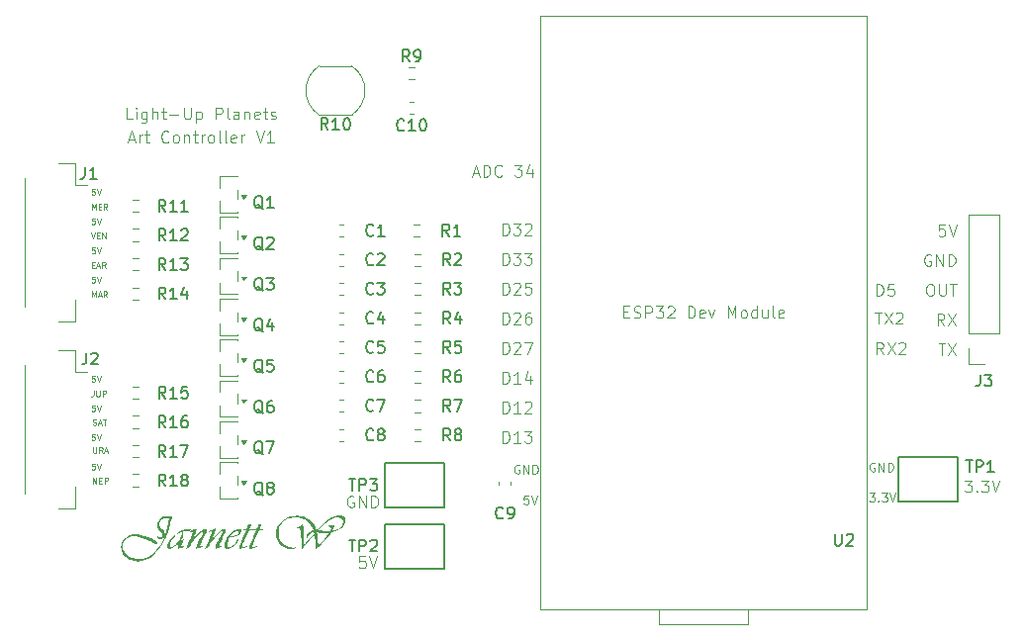
<source format=gto>
%TF.GenerationSoftware,KiCad,Pcbnew,9.0.7*%
%TF.CreationDate,2026-02-09T12:59:15-05:00*%
%TF.ProjectId,led-planets,6c65642d-706c-4616-9e65-74732e6b6963,rev?*%
%TF.SameCoordinates,Original*%
%TF.FileFunction,Legend,Top*%
%TF.FilePolarity,Positive*%
%FSLAX46Y46*%
G04 Gerber Fmt 4.6, Leading zero omitted, Abs format (unit mm)*
G04 Created by KiCad (PCBNEW 9.0.7) date 2026-02-09 12:59:15*
%MOMM*%
%LPD*%
G01*
G04 APERTURE LIST*
%ADD10C,0.100000*%
%ADD11C,0.050000*%
%ADD12C,0.600000*%
%ADD13C,0.150000*%
%ADD14C,0.120000*%
G04 APERTURE END LIST*
D10*
X55785712Y-58671704D02*
X56261902Y-58671704D01*
X55690474Y-58957419D02*
X56023807Y-57957419D01*
X56023807Y-57957419D02*
X56357140Y-58957419D01*
X56690474Y-58957419D02*
X56690474Y-58290752D01*
X56690474Y-58481228D02*
X56738093Y-58385990D01*
X56738093Y-58385990D02*
X56785712Y-58338371D01*
X56785712Y-58338371D02*
X56880950Y-58290752D01*
X56880950Y-58290752D02*
X56976188Y-58290752D01*
X57166665Y-58290752D02*
X57547617Y-58290752D01*
X57309522Y-57957419D02*
X57309522Y-58814561D01*
X57309522Y-58814561D02*
X57357141Y-58909800D01*
X57357141Y-58909800D02*
X57452379Y-58957419D01*
X57452379Y-58957419D02*
X57547617Y-58957419D01*
X59214284Y-58862180D02*
X59166665Y-58909800D01*
X59166665Y-58909800D02*
X59023808Y-58957419D01*
X59023808Y-58957419D02*
X58928570Y-58957419D01*
X58928570Y-58957419D02*
X58785713Y-58909800D01*
X58785713Y-58909800D02*
X58690475Y-58814561D01*
X58690475Y-58814561D02*
X58642856Y-58719323D01*
X58642856Y-58719323D02*
X58595237Y-58528847D01*
X58595237Y-58528847D02*
X58595237Y-58385990D01*
X58595237Y-58385990D02*
X58642856Y-58195514D01*
X58642856Y-58195514D02*
X58690475Y-58100276D01*
X58690475Y-58100276D02*
X58785713Y-58005038D01*
X58785713Y-58005038D02*
X58928570Y-57957419D01*
X58928570Y-57957419D02*
X59023808Y-57957419D01*
X59023808Y-57957419D02*
X59166665Y-58005038D01*
X59166665Y-58005038D02*
X59214284Y-58052657D01*
X59785713Y-58957419D02*
X59690475Y-58909800D01*
X59690475Y-58909800D02*
X59642856Y-58862180D01*
X59642856Y-58862180D02*
X59595237Y-58766942D01*
X59595237Y-58766942D02*
X59595237Y-58481228D01*
X59595237Y-58481228D02*
X59642856Y-58385990D01*
X59642856Y-58385990D02*
X59690475Y-58338371D01*
X59690475Y-58338371D02*
X59785713Y-58290752D01*
X59785713Y-58290752D02*
X59928570Y-58290752D01*
X59928570Y-58290752D02*
X60023808Y-58338371D01*
X60023808Y-58338371D02*
X60071427Y-58385990D01*
X60071427Y-58385990D02*
X60119046Y-58481228D01*
X60119046Y-58481228D02*
X60119046Y-58766942D01*
X60119046Y-58766942D02*
X60071427Y-58862180D01*
X60071427Y-58862180D02*
X60023808Y-58909800D01*
X60023808Y-58909800D02*
X59928570Y-58957419D01*
X59928570Y-58957419D02*
X59785713Y-58957419D01*
X60547618Y-58290752D02*
X60547618Y-58957419D01*
X60547618Y-58385990D02*
X60595237Y-58338371D01*
X60595237Y-58338371D02*
X60690475Y-58290752D01*
X60690475Y-58290752D02*
X60833332Y-58290752D01*
X60833332Y-58290752D02*
X60928570Y-58338371D01*
X60928570Y-58338371D02*
X60976189Y-58433609D01*
X60976189Y-58433609D02*
X60976189Y-58957419D01*
X61309523Y-58290752D02*
X61690475Y-58290752D01*
X61452380Y-57957419D02*
X61452380Y-58814561D01*
X61452380Y-58814561D02*
X61499999Y-58909800D01*
X61499999Y-58909800D02*
X61595237Y-58957419D01*
X61595237Y-58957419D02*
X61690475Y-58957419D01*
X62023809Y-58957419D02*
X62023809Y-58290752D01*
X62023809Y-58481228D02*
X62071428Y-58385990D01*
X62071428Y-58385990D02*
X62119047Y-58338371D01*
X62119047Y-58338371D02*
X62214285Y-58290752D01*
X62214285Y-58290752D02*
X62309523Y-58290752D01*
X62785714Y-58957419D02*
X62690476Y-58909800D01*
X62690476Y-58909800D02*
X62642857Y-58862180D01*
X62642857Y-58862180D02*
X62595238Y-58766942D01*
X62595238Y-58766942D02*
X62595238Y-58481228D01*
X62595238Y-58481228D02*
X62642857Y-58385990D01*
X62642857Y-58385990D02*
X62690476Y-58338371D01*
X62690476Y-58338371D02*
X62785714Y-58290752D01*
X62785714Y-58290752D02*
X62928571Y-58290752D01*
X62928571Y-58290752D02*
X63023809Y-58338371D01*
X63023809Y-58338371D02*
X63071428Y-58385990D01*
X63071428Y-58385990D02*
X63119047Y-58481228D01*
X63119047Y-58481228D02*
X63119047Y-58766942D01*
X63119047Y-58766942D02*
X63071428Y-58862180D01*
X63071428Y-58862180D02*
X63023809Y-58909800D01*
X63023809Y-58909800D02*
X62928571Y-58957419D01*
X62928571Y-58957419D02*
X62785714Y-58957419D01*
X63690476Y-58957419D02*
X63595238Y-58909800D01*
X63595238Y-58909800D02*
X63547619Y-58814561D01*
X63547619Y-58814561D02*
X63547619Y-57957419D01*
X64214286Y-58957419D02*
X64119048Y-58909800D01*
X64119048Y-58909800D02*
X64071429Y-58814561D01*
X64071429Y-58814561D02*
X64071429Y-57957419D01*
X64976191Y-58909800D02*
X64880953Y-58957419D01*
X64880953Y-58957419D02*
X64690477Y-58957419D01*
X64690477Y-58957419D02*
X64595239Y-58909800D01*
X64595239Y-58909800D02*
X64547620Y-58814561D01*
X64547620Y-58814561D02*
X64547620Y-58433609D01*
X64547620Y-58433609D02*
X64595239Y-58338371D01*
X64595239Y-58338371D02*
X64690477Y-58290752D01*
X64690477Y-58290752D02*
X64880953Y-58290752D01*
X64880953Y-58290752D02*
X64976191Y-58338371D01*
X64976191Y-58338371D02*
X65023810Y-58433609D01*
X65023810Y-58433609D02*
X65023810Y-58528847D01*
X65023810Y-58528847D02*
X64547620Y-58624085D01*
X65452382Y-58957419D02*
X65452382Y-58290752D01*
X65452382Y-58481228D02*
X65500001Y-58385990D01*
X65500001Y-58385990D02*
X65547620Y-58338371D01*
X65547620Y-58338371D02*
X65642858Y-58290752D01*
X65642858Y-58290752D02*
X65738096Y-58290752D01*
X66690478Y-57957419D02*
X67023811Y-58957419D01*
X67023811Y-58957419D02*
X67357144Y-57957419D01*
X68214287Y-58957419D02*
X67642859Y-58957419D01*
X67928573Y-58957419D02*
X67928573Y-57957419D01*
X67928573Y-57957419D02*
X67833335Y-58100276D01*
X67833335Y-58100276D02*
X67738097Y-58195514D01*
X67738097Y-58195514D02*
X67642859Y-58243133D01*
X56119046Y-56957419D02*
X55642856Y-56957419D01*
X55642856Y-56957419D02*
X55642856Y-55957419D01*
X56452380Y-56957419D02*
X56452380Y-56290752D01*
X56452380Y-55957419D02*
X56404761Y-56005038D01*
X56404761Y-56005038D02*
X56452380Y-56052657D01*
X56452380Y-56052657D02*
X56499999Y-56005038D01*
X56499999Y-56005038D02*
X56452380Y-55957419D01*
X56452380Y-55957419D02*
X56452380Y-56052657D01*
X57357141Y-56290752D02*
X57357141Y-57100276D01*
X57357141Y-57100276D02*
X57309522Y-57195514D01*
X57309522Y-57195514D02*
X57261903Y-57243133D01*
X57261903Y-57243133D02*
X57166665Y-57290752D01*
X57166665Y-57290752D02*
X57023808Y-57290752D01*
X57023808Y-57290752D02*
X56928570Y-57243133D01*
X57357141Y-56909800D02*
X57261903Y-56957419D01*
X57261903Y-56957419D02*
X57071427Y-56957419D01*
X57071427Y-56957419D02*
X56976189Y-56909800D01*
X56976189Y-56909800D02*
X56928570Y-56862180D01*
X56928570Y-56862180D02*
X56880951Y-56766942D01*
X56880951Y-56766942D02*
X56880951Y-56481228D01*
X56880951Y-56481228D02*
X56928570Y-56385990D01*
X56928570Y-56385990D02*
X56976189Y-56338371D01*
X56976189Y-56338371D02*
X57071427Y-56290752D01*
X57071427Y-56290752D02*
X57261903Y-56290752D01*
X57261903Y-56290752D02*
X57357141Y-56338371D01*
X57833332Y-56957419D02*
X57833332Y-55957419D01*
X58261903Y-56957419D02*
X58261903Y-56433609D01*
X58261903Y-56433609D02*
X58214284Y-56338371D01*
X58214284Y-56338371D02*
X58119046Y-56290752D01*
X58119046Y-56290752D02*
X57976189Y-56290752D01*
X57976189Y-56290752D02*
X57880951Y-56338371D01*
X57880951Y-56338371D02*
X57833332Y-56385990D01*
X58595237Y-56290752D02*
X58976189Y-56290752D01*
X58738094Y-55957419D02*
X58738094Y-56814561D01*
X58738094Y-56814561D02*
X58785713Y-56909800D01*
X58785713Y-56909800D02*
X58880951Y-56957419D01*
X58880951Y-56957419D02*
X58976189Y-56957419D01*
X59309523Y-56576466D02*
X60071428Y-56576466D01*
X60547618Y-55957419D02*
X60547618Y-56766942D01*
X60547618Y-56766942D02*
X60595237Y-56862180D01*
X60595237Y-56862180D02*
X60642856Y-56909800D01*
X60642856Y-56909800D02*
X60738094Y-56957419D01*
X60738094Y-56957419D02*
X60928570Y-56957419D01*
X60928570Y-56957419D02*
X61023808Y-56909800D01*
X61023808Y-56909800D02*
X61071427Y-56862180D01*
X61071427Y-56862180D02*
X61119046Y-56766942D01*
X61119046Y-56766942D02*
X61119046Y-55957419D01*
X61595237Y-56290752D02*
X61595237Y-57290752D01*
X61595237Y-56338371D02*
X61690475Y-56290752D01*
X61690475Y-56290752D02*
X61880951Y-56290752D01*
X61880951Y-56290752D02*
X61976189Y-56338371D01*
X61976189Y-56338371D02*
X62023808Y-56385990D01*
X62023808Y-56385990D02*
X62071427Y-56481228D01*
X62071427Y-56481228D02*
X62071427Y-56766942D01*
X62071427Y-56766942D02*
X62023808Y-56862180D01*
X62023808Y-56862180D02*
X61976189Y-56909800D01*
X61976189Y-56909800D02*
X61880951Y-56957419D01*
X61880951Y-56957419D02*
X61690475Y-56957419D01*
X61690475Y-56957419D02*
X61595237Y-56909800D01*
X63261904Y-56957419D02*
X63261904Y-55957419D01*
X63261904Y-55957419D02*
X63642856Y-55957419D01*
X63642856Y-55957419D02*
X63738094Y-56005038D01*
X63738094Y-56005038D02*
X63785713Y-56052657D01*
X63785713Y-56052657D02*
X63833332Y-56147895D01*
X63833332Y-56147895D02*
X63833332Y-56290752D01*
X63833332Y-56290752D02*
X63785713Y-56385990D01*
X63785713Y-56385990D02*
X63738094Y-56433609D01*
X63738094Y-56433609D02*
X63642856Y-56481228D01*
X63642856Y-56481228D02*
X63261904Y-56481228D01*
X64404761Y-56957419D02*
X64309523Y-56909800D01*
X64309523Y-56909800D02*
X64261904Y-56814561D01*
X64261904Y-56814561D02*
X64261904Y-55957419D01*
X65214285Y-56957419D02*
X65214285Y-56433609D01*
X65214285Y-56433609D02*
X65166666Y-56338371D01*
X65166666Y-56338371D02*
X65071428Y-56290752D01*
X65071428Y-56290752D02*
X64880952Y-56290752D01*
X64880952Y-56290752D02*
X64785714Y-56338371D01*
X65214285Y-56909800D02*
X65119047Y-56957419D01*
X65119047Y-56957419D02*
X64880952Y-56957419D01*
X64880952Y-56957419D02*
X64785714Y-56909800D01*
X64785714Y-56909800D02*
X64738095Y-56814561D01*
X64738095Y-56814561D02*
X64738095Y-56719323D01*
X64738095Y-56719323D02*
X64785714Y-56624085D01*
X64785714Y-56624085D02*
X64880952Y-56576466D01*
X64880952Y-56576466D02*
X65119047Y-56576466D01*
X65119047Y-56576466D02*
X65214285Y-56528847D01*
X65690476Y-56290752D02*
X65690476Y-56957419D01*
X65690476Y-56385990D02*
X65738095Y-56338371D01*
X65738095Y-56338371D02*
X65833333Y-56290752D01*
X65833333Y-56290752D02*
X65976190Y-56290752D01*
X65976190Y-56290752D02*
X66071428Y-56338371D01*
X66071428Y-56338371D02*
X66119047Y-56433609D01*
X66119047Y-56433609D02*
X66119047Y-56957419D01*
X66976190Y-56909800D02*
X66880952Y-56957419D01*
X66880952Y-56957419D02*
X66690476Y-56957419D01*
X66690476Y-56957419D02*
X66595238Y-56909800D01*
X66595238Y-56909800D02*
X66547619Y-56814561D01*
X66547619Y-56814561D02*
X66547619Y-56433609D01*
X66547619Y-56433609D02*
X66595238Y-56338371D01*
X66595238Y-56338371D02*
X66690476Y-56290752D01*
X66690476Y-56290752D02*
X66880952Y-56290752D01*
X66880952Y-56290752D02*
X66976190Y-56338371D01*
X66976190Y-56338371D02*
X67023809Y-56433609D01*
X67023809Y-56433609D02*
X67023809Y-56528847D01*
X67023809Y-56528847D02*
X66547619Y-56624085D01*
X67309524Y-56290752D02*
X67690476Y-56290752D01*
X67452381Y-55957419D02*
X67452381Y-56814561D01*
X67452381Y-56814561D02*
X67500000Y-56909800D01*
X67500000Y-56909800D02*
X67595238Y-56957419D01*
X67595238Y-56957419D02*
X67690476Y-56957419D01*
X67976191Y-56909800D02*
X68071429Y-56957419D01*
X68071429Y-56957419D02*
X68261905Y-56957419D01*
X68261905Y-56957419D02*
X68357143Y-56909800D01*
X68357143Y-56909800D02*
X68404762Y-56814561D01*
X68404762Y-56814561D02*
X68404762Y-56766942D01*
X68404762Y-56766942D02*
X68357143Y-56671704D01*
X68357143Y-56671704D02*
X68261905Y-56624085D01*
X68261905Y-56624085D02*
X68119048Y-56624085D01*
X68119048Y-56624085D02*
X68023810Y-56576466D01*
X68023810Y-56576466D02*
X67976191Y-56481228D01*
X67976191Y-56481228D02*
X67976191Y-56433609D01*
X67976191Y-56433609D02*
X68023810Y-56338371D01*
X68023810Y-56338371D02*
X68119048Y-56290752D01*
X68119048Y-56290752D02*
X68261905Y-56290752D01*
X68261905Y-56290752D02*
X68357143Y-56338371D01*
D11*
X52890036Y-70436209D02*
X52651941Y-70436209D01*
X52651941Y-70436209D02*
X52628132Y-70674304D01*
X52628132Y-70674304D02*
X52651941Y-70650495D01*
X52651941Y-70650495D02*
X52699560Y-70626685D01*
X52699560Y-70626685D02*
X52818608Y-70626685D01*
X52818608Y-70626685D02*
X52866227Y-70650495D01*
X52866227Y-70650495D02*
X52890036Y-70674304D01*
X52890036Y-70674304D02*
X52913846Y-70721923D01*
X52913846Y-70721923D02*
X52913846Y-70840971D01*
X52913846Y-70840971D02*
X52890036Y-70888590D01*
X52890036Y-70888590D02*
X52866227Y-70912400D01*
X52866227Y-70912400D02*
X52818608Y-70936209D01*
X52818608Y-70936209D02*
X52699560Y-70936209D01*
X52699560Y-70936209D02*
X52651941Y-70912400D01*
X52651941Y-70912400D02*
X52628132Y-70888590D01*
X53056703Y-70436209D02*
X53223369Y-70936209D01*
X53223369Y-70936209D02*
X53390036Y-70436209D01*
X52651941Y-72186209D02*
X52651941Y-71686209D01*
X52651941Y-71686209D02*
X52818608Y-72043352D01*
X52818608Y-72043352D02*
X52985274Y-71686209D01*
X52985274Y-71686209D02*
X52985274Y-72186209D01*
X53199561Y-72043352D02*
X53437656Y-72043352D01*
X53151942Y-72186209D02*
X53318608Y-71686209D01*
X53318608Y-71686209D02*
X53485275Y-72186209D01*
X53937655Y-72186209D02*
X53770989Y-71948114D01*
X53651941Y-72186209D02*
X53651941Y-71686209D01*
X53651941Y-71686209D02*
X53842417Y-71686209D01*
X53842417Y-71686209D02*
X53890036Y-71710019D01*
X53890036Y-71710019D02*
X53913846Y-71733828D01*
X53913846Y-71733828D02*
X53937655Y-71781447D01*
X53937655Y-71781447D02*
X53937655Y-71852876D01*
X53937655Y-71852876D02*
X53913846Y-71900495D01*
X53913846Y-71900495D02*
X53890036Y-71924304D01*
X53890036Y-71924304D02*
X53842417Y-71948114D01*
X53842417Y-71948114D02*
X53651941Y-71948114D01*
X52890036Y-65436209D02*
X52651941Y-65436209D01*
X52651941Y-65436209D02*
X52628132Y-65674304D01*
X52628132Y-65674304D02*
X52651941Y-65650495D01*
X52651941Y-65650495D02*
X52699560Y-65626685D01*
X52699560Y-65626685D02*
X52818608Y-65626685D01*
X52818608Y-65626685D02*
X52866227Y-65650495D01*
X52866227Y-65650495D02*
X52890036Y-65674304D01*
X52890036Y-65674304D02*
X52913846Y-65721923D01*
X52913846Y-65721923D02*
X52913846Y-65840971D01*
X52913846Y-65840971D02*
X52890036Y-65888590D01*
X52890036Y-65888590D02*
X52866227Y-65912400D01*
X52866227Y-65912400D02*
X52818608Y-65936209D01*
X52818608Y-65936209D02*
X52699560Y-65936209D01*
X52699560Y-65936209D02*
X52651941Y-65912400D01*
X52651941Y-65912400D02*
X52628132Y-65888590D01*
X53056703Y-65436209D02*
X53223369Y-65936209D01*
X53223369Y-65936209D02*
X53390036Y-65436209D01*
D10*
X124448496Y-68560038D02*
X124353258Y-68512419D01*
X124353258Y-68512419D02*
X124210401Y-68512419D01*
X124210401Y-68512419D02*
X124067544Y-68560038D01*
X124067544Y-68560038D02*
X123972306Y-68655276D01*
X123972306Y-68655276D02*
X123924687Y-68750514D01*
X123924687Y-68750514D02*
X123877068Y-68940990D01*
X123877068Y-68940990D02*
X123877068Y-69083847D01*
X123877068Y-69083847D02*
X123924687Y-69274323D01*
X123924687Y-69274323D02*
X123972306Y-69369561D01*
X123972306Y-69369561D02*
X124067544Y-69464800D01*
X124067544Y-69464800D02*
X124210401Y-69512419D01*
X124210401Y-69512419D02*
X124305639Y-69512419D01*
X124305639Y-69512419D02*
X124448496Y-69464800D01*
X124448496Y-69464800D02*
X124496115Y-69417180D01*
X124496115Y-69417180D02*
X124496115Y-69083847D01*
X124496115Y-69083847D02*
X124305639Y-69083847D01*
X124924687Y-69512419D02*
X124924687Y-68512419D01*
X124924687Y-68512419D02*
X125496115Y-69512419D01*
X125496115Y-69512419D02*
X125496115Y-68512419D01*
X125972306Y-69512419D02*
X125972306Y-68512419D01*
X125972306Y-68512419D02*
X126210401Y-68512419D01*
X126210401Y-68512419D02*
X126353258Y-68560038D01*
X126353258Y-68560038D02*
X126448496Y-68655276D01*
X126448496Y-68655276D02*
X126496115Y-68750514D01*
X126496115Y-68750514D02*
X126543734Y-68940990D01*
X126543734Y-68940990D02*
X126543734Y-69083847D01*
X126543734Y-69083847D02*
X126496115Y-69274323D01*
X126496115Y-69274323D02*
X126448496Y-69369561D01*
X126448496Y-69369561D02*
X126353258Y-69464800D01*
X126353258Y-69464800D02*
X126210401Y-69512419D01*
X126210401Y-69512419D02*
X125972306Y-69512419D01*
D11*
X52794798Y-80186209D02*
X52794798Y-80543352D01*
X52794798Y-80543352D02*
X52770989Y-80614780D01*
X52770989Y-80614780D02*
X52723370Y-80662400D01*
X52723370Y-80662400D02*
X52651941Y-80686209D01*
X52651941Y-80686209D02*
X52604322Y-80686209D01*
X53032893Y-80186209D02*
X53032893Y-80590971D01*
X53032893Y-80590971D02*
X53056703Y-80638590D01*
X53056703Y-80638590D02*
X53080512Y-80662400D01*
X53080512Y-80662400D02*
X53128131Y-80686209D01*
X53128131Y-80686209D02*
X53223369Y-80686209D01*
X53223369Y-80686209D02*
X53270988Y-80662400D01*
X53270988Y-80662400D02*
X53294798Y-80638590D01*
X53294798Y-80638590D02*
X53318607Y-80590971D01*
X53318607Y-80590971D02*
X53318607Y-80186209D01*
X53556703Y-80686209D02*
X53556703Y-80186209D01*
X53556703Y-80186209D02*
X53747179Y-80186209D01*
X53747179Y-80186209D02*
X53794798Y-80210019D01*
X53794798Y-80210019D02*
X53818608Y-80233828D01*
X53818608Y-80233828D02*
X53842417Y-80281447D01*
X53842417Y-80281447D02*
X53842417Y-80352876D01*
X53842417Y-80352876D02*
X53818608Y-80400495D01*
X53818608Y-80400495D02*
X53794798Y-80424304D01*
X53794798Y-80424304D02*
X53747179Y-80448114D01*
X53747179Y-80448114D02*
X53556703Y-80448114D01*
X52651941Y-64686209D02*
X52651941Y-64186209D01*
X52651941Y-64186209D02*
X52818608Y-64543352D01*
X52818608Y-64543352D02*
X52985274Y-64186209D01*
X52985274Y-64186209D02*
X52985274Y-64686209D01*
X53223370Y-64424304D02*
X53390037Y-64424304D01*
X53461465Y-64686209D02*
X53223370Y-64686209D01*
X53223370Y-64686209D02*
X53223370Y-64186209D01*
X53223370Y-64186209D02*
X53461465Y-64186209D01*
X53961465Y-64686209D02*
X53794799Y-64448114D01*
X53675751Y-64686209D02*
X53675751Y-64186209D01*
X53675751Y-64186209D02*
X53866227Y-64186209D01*
X53866227Y-64186209D02*
X53913846Y-64210019D01*
X53913846Y-64210019D02*
X53937656Y-64233828D01*
X53937656Y-64233828D02*
X53961465Y-64281447D01*
X53961465Y-64281447D02*
X53961465Y-64352876D01*
X53961465Y-64352876D02*
X53937656Y-64400495D01*
X53937656Y-64400495D02*
X53913846Y-64424304D01*
X53913846Y-64424304D02*
X53866227Y-64448114D01*
X53866227Y-64448114D02*
X53675751Y-64448114D01*
X52890036Y-81436209D02*
X52651941Y-81436209D01*
X52651941Y-81436209D02*
X52628132Y-81674304D01*
X52628132Y-81674304D02*
X52651941Y-81650495D01*
X52651941Y-81650495D02*
X52699560Y-81626685D01*
X52699560Y-81626685D02*
X52818608Y-81626685D01*
X52818608Y-81626685D02*
X52866227Y-81650495D01*
X52866227Y-81650495D02*
X52890036Y-81674304D01*
X52890036Y-81674304D02*
X52913846Y-81721923D01*
X52913846Y-81721923D02*
X52913846Y-81840971D01*
X52913846Y-81840971D02*
X52890036Y-81888590D01*
X52890036Y-81888590D02*
X52866227Y-81912400D01*
X52866227Y-81912400D02*
X52818608Y-81936209D01*
X52818608Y-81936209D02*
X52699560Y-81936209D01*
X52699560Y-81936209D02*
X52651941Y-81912400D01*
X52651941Y-81912400D02*
X52628132Y-81888590D01*
X53056703Y-81436209D02*
X53223369Y-81936209D01*
X53223369Y-81936209D02*
X53390036Y-81436209D01*
D10*
X87803884Y-79572419D02*
X87803884Y-78572419D01*
X87803884Y-78572419D02*
X88041979Y-78572419D01*
X88041979Y-78572419D02*
X88184836Y-78620038D01*
X88184836Y-78620038D02*
X88280074Y-78715276D01*
X88280074Y-78715276D02*
X88327693Y-78810514D01*
X88327693Y-78810514D02*
X88375312Y-79000990D01*
X88375312Y-79000990D02*
X88375312Y-79143847D01*
X88375312Y-79143847D02*
X88327693Y-79334323D01*
X88327693Y-79334323D02*
X88280074Y-79429561D01*
X88280074Y-79429561D02*
X88184836Y-79524800D01*
X88184836Y-79524800D02*
X88041979Y-79572419D01*
X88041979Y-79572419D02*
X87803884Y-79572419D01*
X89327693Y-79572419D02*
X88756265Y-79572419D01*
X89041979Y-79572419D02*
X89041979Y-78572419D01*
X89041979Y-78572419D02*
X88946741Y-78715276D01*
X88946741Y-78715276D02*
X88851503Y-78810514D01*
X88851503Y-78810514D02*
X88756265Y-78858133D01*
X90184836Y-78905752D02*
X90184836Y-79572419D01*
X89946741Y-78524800D02*
X89708646Y-79239085D01*
X89708646Y-79239085D02*
X90327693Y-79239085D01*
X87803884Y-84652419D02*
X87803884Y-83652419D01*
X87803884Y-83652419D02*
X88041979Y-83652419D01*
X88041979Y-83652419D02*
X88184836Y-83700038D01*
X88184836Y-83700038D02*
X88280074Y-83795276D01*
X88280074Y-83795276D02*
X88327693Y-83890514D01*
X88327693Y-83890514D02*
X88375312Y-84080990D01*
X88375312Y-84080990D02*
X88375312Y-84223847D01*
X88375312Y-84223847D02*
X88327693Y-84414323D01*
X88327693Y-84414323D02*
X88280074Y-84509561D01*
X88280074Y-84509561D02*
X88184836Y-84604800D01*
X88184836Y-84604800D02*
X88041979Y-84652419D01*
X88041979Y-84652419D02*
X87803884Y-84652419D01*
X89327693Y-84652419D02*
X88756265Y-84652419D01*
X89041979Y-84652419D02*
X89041979Y-83652419D01*
X89041979Y-83652419D02*
X88946741Y-83795276D01*
X88946741Y-83795276D02*
X88851503Y-83890514D01*
X88851503Y-83890514D02*
X88756265Y-83938133D01*
X89661027Y-83652419D02*
X90280074Y-83652419D01*
X90280074Y-83652419D02*
X89946741Y-84033371D01*
X89946741Y-84033371D02*
X90089598Y-84033371D01*
X90089598Y-84033371D02*
X90184836Y-84080990D01*
X90184836Y-84080990D02*
X90232455Y-84128609D01*
X90232455Y-84128609D02*
X90280074Y-84223847D01*
X90280074Y-84223847D02*
X90280074Y-84461942D01*
X90280074Y-84461942D02*
X90232455Y-84557180D01*
X90232455Y-84557180D02*
X90184836Y-84604800D01*
X90184836Y-84604800D02*
X90089598Y-84652419D01*
X90089598Y-84652419D02*
X89803884Y-84652419D01*
X89803884Y-84652419D02*
X89708646Y-84604800D01*
X89708646Y-84604800D02*
X89661027Y-84557180D01*
X125591353Y-74592419D02*
X125258020Y-74116228D01*
X125019925Y-74592419D02*
X125019925Y-73592419D01*
X125019925Y-73592419D02*
X125400877Y-73592419D01*
X125400877Y-73592419D02*
X125496115Y-73640038D01*
X125496115Y-73640038D02*
X125543734Y-73687657D01*
X125543734Y-73687657D02*
X125591353Y-73782895D01*
X125591353Y-73782895D02*
X125591353Y-73925752D01*
X125591353Y-73925752D02*
X125543734Y-74020990D01*
X125543734Y-74020990D02*
X125496115Y-74068609D01*
X125496115Y-74068609D02*
X125400877Y-74116228D01*
X125400877Y-74116228D02*
X125019925Y-74116228D01*
X125924687Y-73592419D02*
X126591353Y-74592419D01*
X126591353Y-73592419D02*
X125924687Y-74592419D01*
D11*
X52728132Y-83112400D02*
X52799560Y-83136209D01*
X52799560Y-83136209D02*
X52918608Y-83136209D01*
X52918608Y-83136209D02*
X52966227Y-83112400D01*
X52966227Y-83112400D02*
X52990036Y-83088590D01*
X52990036Y-83088590D02*
X53013846Y-83040971D01*
X53013846Y-83040971D02*
X53013846Y-82993352D01*
X53013846Y-82993352D02*
X52990036Y-82945733D01*
X52990036Y-82945733D02*
X52966227Y-82921923D01*
X52966227Y-82921923D02*
X52918608Y-82898114D01*
X52918608Y-82898114D02*
X52823370Y-82874304D01*
X52823370Y-82874304D02*
X52775751Y-82850495D01*
X52775751Y-82850495D02*
X52751941Y-82826685D01*
X52751941Y-82826685D02*
X52728132Y-82779066D01*
X52728132Y-82779066D02*
X52728132Y-82731447D01*
X52728132Y-82731447D02*
X52751941Y-82683828D01*
X52751941Y-82683828D02*
X52775751Y-82660019D01*
X52775751Y-82660019D02*
X52823370Y-82636209D01*
X52823370Y-82636209D02*
X52942417Y-82636209D01*
X52942417Y-82636209D02*
X53013846Y-82660019D01*
X53204322Y-82993352D02*
X53442417Y-82993352D01*
X53156703Y-83136209D02*
X53323369Y-82636209D01*
X53323369Y-82636209D02*
X53490036Y-83136209D01*
X53585274Y-82636209D02*
X53870988Y-82636209D01*
X53728131Y-83136209D02*
X53728131Y-82636209D01*
D10*
X90001503Y-89153014D02*
X89644360Y-89153014D01*
X89644360Y-89153014D02*
X89608646Y-89510157D01*
X89608646Y-89510157D02*
X89644360Y-89474442D01*
X89644360Y-89474442D02*
X89715789Y-89438728D01*
X89715789Y-89438728D02*
X89894360Y-89438728D01*
X89894360Y-89438728D02*
X89965789Y-89474442D01*
X89965789Y-89474442D02*
X90001503Y-89510157D01*
X90001503Y-89510157D02*
X90037217Y-89581585D01*
X90037217Y-89581585D02*
X90037217Y-89760157D01*
X90037217Y-89760157D02*
X90001503Y-89831585D01*
X90001503Y-89831585D02*
X89965789Y-89867300D01*
X89965789Y-89867300D02*
X89894360Y-89903014D01*
X89894360Y-89903014D02*
X89715789Y-89903014D01*
X89715789Y-89903014D02*
X89644360Y-89867300D01*
X89644360Y-89867300D02*
X89608646Y-89831585D01*
X90251503Y-89153014D02*
X90501503Y-89903014D01*
X90501503Y-89903014D02*
X90751503Y-89153014D01*
X87803884Y-66872419D02*
X87803884Y-65872419D01*
X87803884Y-65872419D02*
X88041979Y-65872419D01*
X88041979Y-65872419D02*
X88184836Y-65920038D01*
X88184836Y-65920038D02*
X88280074Y-66015276D01*
X88280074Y-66015276D02*
X88327693Y-66110514D01*
X88327693Y-66110514D02*
X88375312Y-66300990D01*
X88375312Y-66300990D02*
X88375312Y-66443847D01*
X88375312Y-66443847D02*
X88327693Y-66634323D01*
X88327693Y-66634323D02*
X88280074Y-66729561D01*
X88280074Y-66729561D02*
X88184836Y-66824800D01*
X88184836Y-66824800D02*
X88041979Y-66872419D01*
X88041979Y-66872419D02*
X87803884Y-66872419D01*
X88708646Y-65872419D02*
X89327693Y-65872419D01*
X89327693Y-65872419D02*
X88994360Y-66253371D01*
X88994360Y-66253371D02*
X89137217Y-66253371D01*
X89137217Y-66253371D02*
X89232455Y-66300990D01*
X89232455Y-66300990D02*
X89280074Y-66348609D01*
X89280074Y-66348609D02*
X89327693Y-66443847D01*
X89327693Y-66443847D02*
X89327693Y-66681942D01*
X89327693Y-66681942D02*
X89280074Y-66777180D01*
X89280074Y-66777180D02*
X89232455Y-66824800D01*
X89232455Y-66824800D02*
X89137217Y-66872419D01*
X89137217Y-66872419D02*
X88851503Y-66872419D01*
X88851503Y-66872419D02*
X88756265Y-66824800D01*
X88756265Y-66824800D02*
X88708646Y-66777180D01*
X89708646Y-65967657D02*
X89756265Y-65920038D01*
X89756265Y-65920038D02*
X89851503Y-65872419D01*
X89851503Y-65872419D02*
X90089598Y-65872419D01*
X90089598Y-65872419D02*
X90184836Y-65920038D01*
X90184836Y-65920038D02*
X90232455Y-65967657D01*
X90232455Y-65967657D02*
X90280074Y-66062895D01*
X90280074Y-66062895D02*
X90280074Y-66158133D01*
X90280074Y-66158133D02*
X90232455Y-66300990D01*
X90232455Y-66300990D02*
X89661027Y-66872419D01*
X89661027Y-66872419D02*
X90280074Y-66872419D01*
D11*
X52890036Y-67936209D02*
X52651941Y-67936209D01*
X52651941Y-67936209D02*
X52628132Y-68174304D01*
X52628132Y-68174304D02*
X52651941Y-68150495D01*
X52651941Y-68150495D02*
X52699560Y-68126685D01*
X52699560Y-68126685D02*
X52818608Y-68126685D01*
X52818608Y-68126685D02*
X52866227Y-68150495D01*
X52866227Y-68150495D02*
X52890036Y-68174304D01*
X52890036Y-68174304D02*
X52913846Y-68221923D01*
X52913846Y-68221923D02*
X52913846Y-68340971D01*
X52913846Y-68340971D02*
X52890036Y-68388590D01*
X52890036Y-68388590D02*
X52866227Y-68412400D01*
X52866227Y-68412400D02*
X52818608Y-68436209D01*
X52818608Y-68436209D02*
X52699560Y-68436209D01*
X52699560Y-68436209D02*
X52651941Y-68412400D01*
X52651941Y-68412400D02*
X52628132Y-68388590D01*
X53056703Y-67936209D02*
X53223369Y-68436209D01*
X53223369Y-68436209D02*
X53390036Y-67936209D01*
D10*
X87803884Y-77032419D02*
X87803884Y-76032419D01*
X87803884Y-76032419D02*
X88041979Y-76032419D01*
X88041979Y-76032419D02*
X88184836Y-76080038D01*
X88184836Y-76080038D02*
X88280074Y-76175276D01*
X88280074Y-76175276D02*
X88327693Y-76270514D01*
X88327693Y-76270514D02*
X88375312Y-76460990D01*
X88375312Y-76460990D02*
X88375312Y-76603847D01*
X88375312Y-76603847D02*
X88327693Y-76794323D01*
X88327693Y-76794323D02*
X88280074Y-76889561D01*
X88280074Y-76889561D02*
X88184836Y-76984800D01*
X88184836Y-76984800D02*
X88041979Y-77032419D01*
X88041979Y-77032419D02*
X87803884Y-77032419D01*
X88756265Y-76127657D02*
X88803884Y-76080038D01*
X88803884Y-76080038D02*
X88899122Y-76032419D01*
X88899122Y-76032419D02*
X89137217Y-76032419D01*
X89137217Y-76032419D02*
X89232455Y-76080038D01*
X89232455Y-76080038D02*
X89280074Y-76127657D01*
X89280074Y-76127657D02*
X89327693Y-76222895D01*
X89327693Y-76222895D02*
X89327693Y-76318133D01*
X89327693Y-76318133D02*
X89280074Y-76460990D01*
X89280074Y-76460990D02*
X88708646Y-77032419D01*
X88708646Y-77032419D02*
X89327693Y-77032419D01*
X89661027Y-76032419D02*
X90327693Y-76032419D01*
X90327693Y-76032419D02*
X89899122Y-77032419D01*
D11*
X52890036Y-62936209D02*
X52651941Y-62936209D01*
X52651941Y-62936209D02*
X52628132Y-63174304D01*
X52628132Y-63174304D02*
X52651941Y-63150495D01*
X52651941Y-63150495D02*
X52699560Y-63126685D01*
X52699560Y-63126685D02*
X52818608Y-63126685D01*
X52818608Y-63126685D02*
X52866227Y-63150495D01*
X52866227Y-63150495D02*
X52890036Y-63174304D01*
X52890036Y-63174304D02*
X52913846Y-63221923D01*
X52913846Y-63221923D02*
X52913846Y-63340971D01*
X52913846Y-63340971D02*
X52890036Y-63388590D01*
X52890036Y-63388590D02*
X52866227Y-63412400D01*
X52866227Y-63412400D02*
X52818608Y-63436209D01*
X52818608Y-63436209D02*
X52699560Y-63436209D01*
X52699560Y-63436209D02*
X52651941Y-63412400D01*
X52651941Y-63412400D02*
X52628132Y-63388590D01*
X53056703Y-62936209D02*
X53223369Y-63436209D01*
X53223369Y-63436209D02*
X53390036Y-62936209D01*
D10*
X125638972Y-65972419D02*
X125162782Y-65972419D01*
X125162782Y-65972419D02*
X125115163Y-66448609D01*
X125115163Y-66448609D02*
X125162782Y-66400990D01*
X125162782Y-66400990D02*
X125258020Y-66353371D01*
X125258020Y-66353371D02*
X125496115Y-66353371D01*
X125496115Y-66353371D02*
X125591353Y-66400990D01*
X125591353Y-66400990D02*
X125638972Y-66448609D01*
X125638972Y-66448609D02*
X125686591Y-66543847D01*
X125686591Y-66543847D02*
X125686591Y-66781942D01*
X125686591Y-66781942D02*
X125638972Y-66877180D01*
X125638972Y-66877180D02*
X125591353Y-66924800D01*
X125591353Y-66924800D02*
X125496115Y-66972419D01*
X125496115Y-66972419D02*
X125258020Y-66972419D01*
X125258020Y-66972419D02*
X125162782Y-66924800D01*
X125162782Y-66924800D02*
X125115163Y-66877180D01*
X125972306Y-65972419D02*
X126305639Y-66972419D01*
X126305639Y-66972419D02*
X126638972Y-65972419D01*
X125115163Y-76132419D02*
X125686591Y-76132419D01*
X125400877Y-77132419D02*
X125400877Y-76132419D01*
X125924687Y-76132419D02*
X126591353Y-77132419D01*
X126591353Y-76132419D02*
X125924687Y-77132419D01*
D12*
G36*
X59425488Y-90925094D02*
G01*
X59454980Y-90925094D01*
X59477878Y-90925094D01*
X59496929Y-90925094D01*
X59512866Y-90923079D01*
X59537596Y-90920881D01*
X59504623Y-91083363D01*
X59477329Y-91230092D01*
X59379236Y-91667485D01*
X59284071Y-92013745D01*
X59174318Y-92338429D01*
X59048866Y-92646456D01*
X59034211Y-92675765D01*
X59023953Y-92700678D01*
X58868438Y-93009098D01*
X58693387Y-93306703D01*
X58498403Y-93594057D01*
X58284996Y-93868242D01*
X58070714Y-94106182D01*
X57855434Y-94310849D01*
X57643941Y-94476902D01*
X57415430Y-94611817D01*
X57174022Y-94714184D01*
X56933478Y-94778147D01*
X56779788Y-94803426D01*
X56625915Y-94811852D01*
X56431170Y-94800898D01*
X56238535Y-94768010D01*
X56046877Y-94712751D01*
X55862880Y-94636494D01*
X55694147Y-94541770D01*
X55539279Y-94428269D01*
X55422298Y-94313718D01*
X55327862Y-94188005D01*
X55254431Y-94049998D01*
X55202217Y-93902406D01*
X55170403Y-93744680D01*
X55159542Y-93575006D01*
X55174391Y-93391765D01*
X55217711Y-93224967D01*
X55288996Y-93071567D01*
X55389517Y-92929231D01*
X55522243Y-92796482D01*
X55711460Y-92663122D01*
X55923343Y-92566924D01*
X56162072Y-92507429D01*
X56433025Y-92486721D01*
X56666888Y-92500561D01*
X56919120Y-92543745D01*
X57192315Y-92619345D01*
X57458319Y-92718105D01*
X57731986Y-92844202D01*
X58014253Y-92999631D01*
X58163180Y-93094153D01*
X58319801Y-93197651D01*
X58078000Y-93355921D01*
X57875779Y-93217731D01*
X57655765Y-93089574D01*
X57427333Y-92975862D01*
X57198909Y-92880013D01*
X56942688Y-92789788D01*
X56694059Y-92723026D01*
X56449901Y-92679691D01*
X56244164Y-92666423D01*
X56036883Y-92681560D01*
X55855280Y-92724897D01*
X55695208Y-92794606D01*
X55553384Y-92890638D01*
X55432431Y-93012437D01*
X55348431Y-93146420D01*
X55297835Y-93295280D01*
X55280443Y-93463265D01*
X55282458Y-93517121D01*
X55288869Y-93570976D01*
X55315927Y-93709155D01*
X55365385Y-93848049D01*
X55439078Y-93988998D01*
X55530509Y-94119214D01*
X55636068Y-94233196D01*
X55756533Y-94332098D01*
X55883846Y-94407699D01*
X56055303Y-94479743D01*
X56239668Y-94535474D01*
X56429727Y-94573532D01*
X56574075Y-94592400D01*
X56714209Y-94598628D01*
X56986236Y-94578146D01*
X57245417Y-94517339D01*
X57494841Y-94415745D01*
X57737058Y-94271036D01*
X57973953Y-94079124D01*
X58177106Y-93868348D01*
X58373766Y-93615259D01*
X58563753Y-93314861D01*
X58746409Y-92961478D01*
X58920638Y-92548820D01*
X58960389Y-92431950D01*
X59000322Y-92314713D01*
X59052529Y-92129150D01*
X59092463Y-91951646D01*
X59167934Y-91568979D01*
X59193030Y-91446247D01*
X59193030Y-91444232D01*
X59193030Y-91442034D01*
X59203654Y-91390560D01*
X59222522Y-91296770D01*
X59239192Y-91224780D01*
X59243405Y-91181732D01*
X59248351Y-91183381D01*
X59247618Y-91178984D01*
X59249633Y-91154987D01*
X59254579Y-91126594D01*
X59197243Y-91134105D01*
X59149249Y-91138318D01*
X59115177Y-91142348D01*
X59077076Y-91142348D01*
X58884185Y-91138318D01*
X58749836Y-91151765D01*
X58638008Y-91189837D01*
X58544016Y-91251341D01*
X58470591Y-91334227D01*
X58426787Y-91431597D01*
X58411575Y-91548096D01*
X58417803Y-91627780D01*
X58436305Y-91703251D01*
X58473260Y-91781911D01*
X58532109Y-91869398D01*
X58716207Y-92070165D01*
X58815492Y-92175678D01*
X58868614Y-92269284D01*
X58881437Y-92314347D01*
X58885833Y-92363623D01*
X58881620Y-92416746D01*
X58873011Y-92473715D01*
X58826959Y-92596480D01*
X58754309Y-92715150D01*
X58662939Y-92814350D01*
X58571493Y-92871953D01*
X58530643Y-92884959D01*
X58489611Y-92889173D01*
X58391545Y-92869574D01*
X58315221Y-92811870D01*
X58266031Y-92725845D01*
X58248726Y-92614766D01*
X58248726Y-92595532D01*
X58256236Y-92555048D01*
X58331880Y-92647195D01*
X58393989Y-92702144D01*
X58459741Y-92736598D01*
X58523133Y-92747390D01*
X58601359Y-92733659D01*
X58659420Y-92694633D01*
X58696936Y-92634492D01*
X58710345Y-92552117D01*
X58708330Y-92513466D01*
X58698072Y-92479028D01*
X58675799Y-92430883D01*
X58637988Y-92379743D01*
X58510676Y-92250600D01*
X58470560Y-92212498D01*
X58434839Y-92174030D01*
X58353209Y-92068160D01*
X58301299Y-91965202D01*
X58271669Y-91853725D01*
X58261182Y-91721936D01*
X58276238Y-91562850D01*
X58320462Y-91417292D01*
X58394192Y-91282183D01*
X58500052Y-91155354D01*
X58627171Y-91049431D01*
X58762071Y-90975769D01*
X58906882Y-90931661D01*
X59064619Y-90916667D01*
X59150715Y-90916667D01*
X59253663Y-90920881D01*
X59276561Y-90920881D01*
X59295429Y-90920881D01*
X59326936Y-90920881D01*
X59358993Y-90920881D01*
X59398377Y-90925094D01*
X59425488Y-90925094D01*
G37*
G36*
X60553707Y-93416737D02*
G01*
X60597671Y-93480118D01*
X60479773Y-93556974D01*
X60333888Y-93627030D01*
X60174993Y-93685198D01*
X59991154Y-93738405D01*
X60010839Y-93621173D01*
X60061313Y-93447878D01*
X60132821Y-93260424D01*
X60241198Y-93021430D01*
X60098499Y-93191240D01*
X59943161Y-93340533D01*
X59742634Y-93511277D01*
X59559761Y-93635457D01*
X59378841Y-93721769D01*
X59254945Y-93745000D01*
X59192232Y-93732052D01*
X59147784Y-93694808D01*
X59120808Y-93637977D01*
X59110598Y-93554490D01*
X59125436Y-93407028D01*
X59165553Y-93259384D01*
X59249701Y-93078254D01*
X59369575Y-92897637D01*
X59529722Y-92716136D01*
X59735982Y-92532883D01*
X59957607Y-92374110D01*
X60182630Y-92246841D01*
X60412056Y-92149083D01*
X60647130Y-92079508D01*
X60832327Y-92045985D01*
X61017707Y-92033346D01*
X61071929Y-92047451D01*
X61090797Y-92089583D01*
X61077791Y-92141606D01*
X61044635Y-92217077D01*
X61040055Y-92232648D01*
X61029431Y-92251332D01*
X60920437Y-92236128D01*
X60824450Y-92225504D01*
X60790928Y-92225504D01*
X60757405Y-92225504D01*
X60569343Y-92235589D01*
X60400904Y-92264578D01*
X60249624Y-92311050D01*
X60105947Y-92377299D01*
X59961944Y-92467498D01*
X59816765Y-92584174D01*
X59783426Y-92611102D01*
X59750087Y-92642426D01*
X59651193Y-92745267D01*
X59568004Y-92848872D01*
X59436479Y-93063379D01*
X59373831Y-93237951D01*
X59353131Y-93408128D01*
X59361838Y-93476043D01*
X59385188Y-93523532D01*
X59422389Y-93555070D01*
X59468902Y-93565481D01*
X59536368Y-93550012D01*
X59638162Y-93490743D01*
X59740271Y-93408021D01*
X59850837Y-93298585D01*
X60020464Y-93097817D01*
X60164811Y-92875800D01*
X60233871Y-92748122D01*
X60290291Y-92628871D01*
X60342681Y-92476280D01*
X60388477Y-92302807D01*
X60436034Y-92341415D01*
X60464680Y-92382857D01*
X60480184Y-92433236D01*
X60486296Y-92509436D01*
X60474660Y-92611561D01*
X60437569Y-92723576D01*
X60379042Y-92834258D01*
X60291390Y-92956767D01*
X60318135Y-92954752D01*
X60353489Y-92948524D01*
X60420167Y-92934052D01*
X60533923Y-92897965D01*
X60521650Y-92925076D01*
X60515239Y-92939914D01*
X60491974Y-92992304D01*
X60439768Y-93120165D01*
X60339201Y-93360867D01*
X60318501Y-93453740D01*
X60333339Y-93489460D01*
X60366311Y-93502466D01*
X60434089Y-93479935D01*
X60553707Y-93416737D01*
G37*
G36*
X62140064Y-93430109D02*
G01*
X62179815Y-93495505D01*
X62042204Y-93583674D01*
X61905591Y-93651577D01*
X61759722Y-93703608D01*
X61582641Y-93746282D01*
X61584839Y-93710928D01*
X61591250Y-93678688D01*
X61641626Y-93487629D01*
X61738346Y-93228975D01*
X61847522Y-92981130D01*
X61982161Y-92707822D01*
X62028140Y-92623192D01*
X62070089Y-92534349D01*
X62116434Y-92449719D01*
X62168274Y-92338527D01*
X62182746Y-92283023D01*
X62171755Y-92246936D01*
X62142445Y-92233930D01*
X62088165Y-92250277D01*
X61973185Y-92324239D01*
X61852352Y-92422130D01*
X61714349Y-92549919D01*
X61605355Y-92664042D01*
X61500575Y-92782377D01*
X61353032Y-92972129D01*
X61215727Y-93184096D01*
X61091993Y-93409852D01*
X60975392Y-93656889D01*
X60956158Y-93658904D01*
X60940038Y-93664949D01*
X60839105Y-93696639D01*
X60678454Y-93760020D01*
X60712343Y-93717522D01*
X60722601Y-93690594D01*
X60741652Y-93645898D01*
X60760519Y-93601202D01*
X60903218Y-93273489D01*
X61096109Y-92805825D01*
X61230198Y-92455214D01*
X61256754Y-92359112D01*
X61263721Y-92300059D01*
X61250348Y-92251149D01*
X61210781Y-92233930D01*
X61204370Y-92233930D01*
X61198142Y-92233930D01*
X61155460Y-92242356D01*
X61050863Y-92273497D01*
X61036025Y-92194180D01*
X61081088Y-92182639D01*
X61116809Y-92172015D01*
X61259141Y-92126219D01*
X61393231Y-92075661D01*
X61487569Y-92038108D01*
X61591983Y-91993595D01*
X61598578Y-92021988D01*
X61598578Y-92039207D01*
X61583189Y-92143267D01*
X61518527Y-92351533D01*
X61427414Y-92582538D01*
X61294679Y-92874518D01*
X61660793Y-92482578D01*
X61944242Y-92229534D01*
X62140891Y-92093545D01*
X62286371Y-92026914D01*
X62394321Y-92008250D01*
X62438821Y-92015810D01*
X62471807Y-92037192D01*
X62493331Y-92070194D01*
X62500933Y-92114678D01*
X62490685Y-92188012D01*
X62452390Y-92300425D01*
X62231655Y-92751786D01*
X62172854Y-92866092D01*
X62110022Y-92996884D01*
X62101413Y-93012454D01*
X62093353Y-93026742D01*
X62023927Y-93170540D01*
X61963110Y-93301699D01*
X61921528Y-93395854D01*
X61909071Y-93455755D01*
X61922261Y-93494040D01*
X61957798Y-93509061D01*
X62004693Y-93498803D01*
X62068806Y-93475722D01*
X62101596Y-93457220D01*
X62140064Y-93430109D01*
G37*
G36*
X63772583Y-93430109D02*
G01*
X63812334Y-93495505D01*
X63674723Y-93583674D01*
X63538110Y-93651577D01*
X63392241Y-93703608D01*
X63215160Y-93746282D01*
X63217358Y-93710928D01*
X63223770Y-93678688D01*
X63274145Y-93487629D01*
X63370865Y-93228975D01*
X63480041Y-92981130D01*
X63614680Y-92707822D01*
X63660659Y-92623192D01*
X63702608Y-92534349D01*
X63748953Y-92449719D01*
X63800793Y-92338527D01*
X63815265Y-92283023D01*
X63804274Y-92246936D01*
X63774965Y-92233930D01*
X63720684Y-92250277D01*
X63605704Y-92324239D01*
X63484871Y-92422130D01*
X63346868Y-92549919D01*
X63237875Y-92664042D01*
X63133094Y-92782377D01*
X62985551Y-92972129D01*
X62848246Y-93184096D01*
X62724512Y-93409852D01*
X62607911Y-93656889D01*
X62588677Y-93658904D01*
X62572557Y-93664949D01*
X62471624Y-93696639D01*
X62310973Y-93760020D01*
X62344862Y-93717522D01*
X62355120Y-93690594D01*
X62374171Y-93645898D01*
X62393039Y-93601202D01*
X62535738Y-93273489D01*
X62728628Y-92805825D01*
X62862718Y-92455214D01*
X62889273Y-92359112D01*
X62896240Y-92300059D01*
X62882868Y-92251149D01*
X62843300Y-92233930D01*
X62836889Y-92233930D01*
X62830661Y-92233930D01*
X62787979Y-92242356D01*
X62683382Y-92273497D01*
X62668545Y-92194180D01*
X62713607Y-92182639D01*
X62749328Y-92172015D01*
X62891660Y-92126219D01*
X63025750Y-92075661D01*
X63120089Y-92038108D01*
X63224502Y-91993595D01*
X63231097Y-92021988D01*
X63231097Y-92039207D01*
X63215708Y-92143267D01*
X63151046Y-92351533D01*
X63059933Y-92582538D01*
X62927198Y-92874518D01*
X63293312Y-92482578D01*
X63576762Y-92229534D01*
X63773410Y-92093545D01*
X63918890Y-92026914D01*
X64026840Y-92008250D01*
X64071340Y-92015810D01*
X64104326Y-92037192D01*
X64125850Y-92070194D01*
X64133452Y-92114678D01*
X64123204Y-92188012D01*
X64084909Y-92300425D01*
X63864174Y-92751786D01*
X63805373Y-92866092D01*
X63742541Y-92996884D01*
X63733932Y-93012454D01*
X63725872Y-93026742D01*
X63656446Y-93170540D01*
X63595629Y-93301699D01*
X63554047Y-93395854D01*
X63541591Y-93455755D01*
X63554780Y-93494040D01*
X63590317Y-93509061D01*
X63637212Y-93498803D01*
X63701325Y-93475722D01*
X63734115Y-93457220D01*
X63772583Y-93430109D01*
G37*
G36*
X65159089Y-92821945D02*
G01*
X65184368Y-92871221D01*
X65190963Y-92900896D01*
X65195176Y-92918299D01*
X65195176Y-92935884D01*
X65185000Y-93009521D01*
X65150662Y-93099649D01*
X65098976Y-93189720D01*
X65025915Y-93288143D01*
X64956123Y-93361966D01*
X64878454Y-93431392D01*
X64691267Y-93583776D01*
X64528393Y-93684183D01*
X64366579Y-93749575D01*
X64240797Y-93768447D01*
X64138905Y-93749588D01*
X64062377Y-93695357D01*
X64013501Y-93611914D01*
X63995699Y-93494406D01*
X64016765Y-93294188D01*
X64075750Y-93085727D01*
X64165292Y-92884206D01*
X64286226Y-92684192D01*
X64432159Y-92500145D01*
X64598002Y-92341458D01*
X64728428Y-92244738D01*
X64863433Y-92160657D01*
X65099555Y-92059541D01*
X65211709Y-92030490D01*
X65306734Y-92021622D01*
X65378737Y-92030073D01*
X65428183Y-92052397D01*
X65460728Y-92090066D01*
X65472147Y-92145087D01*
X65446502Y-92245471D01*
X65374328Y-92361791D01*
X65275043Y-92469136D01*
X65154693Y-92563658D01*
X65051378Y-92622459D01*
X64935423Y-92672834D01*
X64781367Y-92727423D01*
X64660467Y-92748489D01*
X64611739Y-92741568D01*
X64575104Y-92722294D01*
X64546115Y-92689242D01*
X64517402Y-92630886D01*
X64600017Y-92638213D01*
X64652041Y-92640228D01*
X64658269Y-92640228D01*
X64664680Y-92640228D01*
X64675122Y-92640228D01*
X64689593Y-92640228D01*
X64811383Y-92623879D01*
X64926510Y-92586286D01*
X65036723Y-92526655D01*
X65133596Y-92448191D01*
X65188947Y-92373214D01*
X65212761Y-92299326D01*
X65212761Y-92289251D01*
X65212761Y-92278810D01*
X65204651Y-92240272D01*
X65181071Y-92212315D01*
X65145211Y-92195160D01*
X65092777Y-92188684D01*
X64970778Y-92211582D01*
X64844016Y-92275696D01*
X64712674Y-92377728D01*
X64589576Y-92513283D01*
X64459883Y-92705258D01*
X64359682Y-92909872D01*
X64311016Y-93035798D01*
X64275785Y-93158267D01*
X64253573Y-93279455D01*
X64246659Y-93385230D01*
X64258846Y-93475685D01*
X64291172Y-93536355D01*
X64343639Y-93575216D01*
X64417018Y-93588928D01*
X64526561Y-93570427D01*
X64640683Y-93518403D01*
X64778893Y-93412640D01*
X64922418Y-93251140D01*
X65046862Y-93058840D01*
X65159089Y-92821945D01*
G37*
G36*
X66427808Y-92033346D02*
G01*
X66392821Y-92108084D01*
X66103393Y-92108084D01*
X66027189Y-92278627D01*
X65878262Y-92615865D01*
X65792166Y-92808572D01*
X65680975Y-93059898D01*
X65559525Y-93341999D01*
X65530399Y-93468211D01*
X65536464Y-93504811D01*
X65553846Y-93533241D01*
X65580900Y-93552127D01*
X65616861Y-93558703D01*
X65709551Y-93535989D01*
X65836313Y-93479752D01*
X65873866Y-93456854D01*
X65916730Y-93429926D01*
X65951901Y-93490376D01*
X65836130Y-93567496D01*
X65715963Y-93632892D01*
X65546885Y-93698288D01*
X65407117Y-93721552D01*
X65339009Y-93712188D01*
X65289698Y-93686564D01*
X65256922Y-93645979D01*
X65245917Y-93594057D01*
X65260755Y-93506863D01*
X65300872Y-93386695D01*
X65345019Y-93281732D01*
X65418475Y-93113937D01*
X65561174Y-92787140D01*
X65632615Y-92627955D01*
X65773115Y-92307569D01*
X65838145Y-92146186D01*
X65846388Y-92129333D01*
X65850601Y-92116693D01*
X65854998Y-92108084D01*
X65586819Y-92108084D01*
X65621624Y-92033346D01*
X65749363Y-92028437D01*
X65820193Y-92017042D01*
X65875664Y-91986782D01*
X65931018Y-91918490D01*
X65987255Y-91816275D01*
X66049904Y-91662402D01*
X66079030Y-91668080D01*
X66095333Y-91668080D01*
X66143143Y-91666065D01*
X66191320Y-91659654D01*
X66239131Y-91653609D01*
X66294269Y-91641885D01*
X66292070Y-91658738D01*
X66290055Y-91662951D01*
X66287857Y-91671195D01*
X66285842Y-91679438D01*
X66258182Y-91741353D01*
X66214035Y-91848515D01*
X66192969Y-91894677D01*
X66161645Y-91971980D01*
X66150837Y-92004586D01*
X66144792Y-92016493D01*
X66138381Y-92033346D01*
X66427808Y-92033346D01*
G37*
G36*
X67295359Y-92033346D02*
G01*
X67260371Y-92108084D01*
X66970943Y-92108084D01*
X66894740Y-92278627D01*
X66745813Y-92615865D01*
X66659717Y-92808572D01*
X66548525Y-93059898D01*
X66427076Y-93341999D01*
X66397950Y-93468211D01*
X66404015Y-93504811D01*
X66421397Y-93533241D01*
X66448451Y-93552127D01*
X66484412Y-93558703D01*
X66577102Y-93535989D01*
X66703864Y-93479752D01*
X66741416Y-93456854D01*
X66784281Y-93429926D01*
X66819452Y-93490376D01*
X66703681Y-93567496D01*
X66583513Y-93632892D01*
X66414436Y-93698288D01*
X66274668Y-93721552D01*
X66206559Y-93712188D01*
X66157248Y-93686564D01*
X66124473Y-93645979D01*
X66113468Y-93594057D01*
X66128306Y-93506863D01*
X66168422Y-93386695D01*
X66212569Y-93281732D01*
X66286025Y-93113937D01*
X66428724Y-92787140D01*
X66500165Y-92627955D01*
X66640666Y-92307569D01*
X66705696Y-92146186D01*
X66713939Y-92129333D01*
X66718152Y-92116693D01*
X66722548Y-92108084D01*
X66454370Y-92108084D01*
X66489174Y-92033346D01*
X66616913Y-92028437D01*
X66687744Y-92017042D01*
X66743215Y-91986782D01*
X66798569Y-91918490D01*
X66854806Y-91816275D01*
X66917454Y-91662402D01*
X66946580Y-91668080D01*
X66962883Y-91668080D01*
X67010694Y-91666065D01*
X67058871Y-91659654D01*
X67106681Y-91653609D01*
X67161819Y-91641885D01*
X67159621Y-91658738D01*
X67157606Y-91662951D01*
X67155408Y-91671195D01*
X67153393Y-91679438D01*
X67125732Y-91741353D01*
X67081585Y-91848515D01*
X67060519Y-91894677D01*
X67029195Y-91971980D01*
X67018388Y-92004586D01*
X67012343Y-92016493D01*
X67005931Y-92033346D01*
X67295359Y-92033346D01*
G37*
G36*
X74009372Y-90876061D02*
G01*
X74132058Y-90917632D01*
X74234665Y-90984628D01*
X74315066Y-91074937D01*
X74362733Y-91179656D01*
X74379195Y-91303548D01*
X74359052Y-91464223D01*
X74297689Y-91620247D01*
X74190139Y-91775579D01*
X74027119Y-91932779D01*
X73845763Y-92060828D01*
X73638777Y-92169178D01*
X73403039Y-92257353D01*
X73134839Y-92324056D01*
X73098203Y-92378644D01*
X73060467Y-92435247D01*
X72734769Y-92849056D01*
X72279195Y-93350608D01*
X72035563Y-93600469D01*
X71842489Y-93782918D01*
X71815195Y-93808197D01*
X71776910Y-93844284D01*
X71782222Y-93713675D01*
X71782222Y-93640219D01*
X71761156Y-93055136D01*
X71734405Y-92760656D01*
X71696127Y-92470418D01*
X71643736Y-92535814D01*
X71599406Y-92590403D01*
X71540788Y-92659645D01*
X71456891Y-92762411D01*
X71272060Y-92980764D01*
X71150427Y-93127493D01*
X70982632Y-93341449D01*
X70810624Y-93555589D01*
X70642646Y-93769729D01*
X70632022Y-93782369D01*
X70594652Y-93821936D01*
X70573403Y-93126943D01*
X70527241Y-92403557D01*
X70516800Y-92294930D01*
X70506359Y-92202606D01*
X70480726Y-92051474D01*
X70459281Y-91989931D01*
X70426047Y-91955285D01*
X70377948Y-91943586D01*
X70320795Y-91956043D01*
X70228838Y-92000190D01*
X70185057Y-91922520D01*
X70200628Y-91913545D01*
X70207589Y-91910797D01*
X70244408Y-91888632D01*
X70437116Y-91777623D01*
X70439863Y-91775059D01*
X70447740Y-91772311D01*
X70534202Y-91722852D01*
X70692472Y-91621552D01*
X70743518Y-91951835D01*
X70782414Y-92369668D01*
X70804078Y-92824442D01*
X70812567Y-93404370D01*
X70816852Y-93400251D01*
X70820699Y-93392191D01*
X70828393Y-93388344D01*
X70950392Y-93241615D01*
X71162151Y-92975268D01*
X71220952Y-92899614D01*
X71275357Y-92832936D01*
X71284150Y-92819563D01*
X71292576Y-92811137D01*
X71449930Y-92624474D01*
X71676892Y-92360143D01*
X71669932Y-92325704D01*
X71492781Y-92340046D01*
X71358172Y-92378746D01*
X71256673Y-92437629D01*
X71178883Y-92522082D01*
X71126230Y-92637192D01*
X71100968Y-92792452D01*
X71048211Y-92733834D01*
X71035205Y-92668072D01*
X71045830Y-92599562D01*
X71073490Y-92527021D01*
X71151774Y-92418949D01*
X71255536Y-92324422D01*
X71917227Y-92324422D01*
X71952386Y-92510649D01*
X71984822Y-92772669D01*
X72006189Y-93050784D01*
X72016329Y-93346212D01*
X72016329Y-93388344D01*
X72016329Y-93430109D01*
X72016329Y-93488361D01*
X72090151Y-93417653D01*
X72174049Y-93333756D01*
X72358513Y-93132438D01*
X72538948Y-92922878D01*
X72773604Y-92614766D01*
X72948543Y-92345305D01*
X72820865Y-92353182D01*
X72694836Y-92361608D01*
X72627425Y-92361608D01*
X72560197Y-92361608D01*
X72297697Y-92351167D01*
X71917227Y-92324422D01*
X71255536Y-92324422D01*
X71272426Y-92309035D01*
X71413399Y-92221044D01*
X71559473Y-92167435D01*
X71595743Y-92156627D01*
X71602548Y-92155528D01*
X71992698Y-92155528D01*
X72128436Y-92166885D01*
X72283592Y-92175312D01*
X72573019Y-92192165D01*
X72807859Y-92196378D01*
X72902015Y-92194363D01*
X73030792Y-92188135D01*
X73093806Y-92045436D01*
X73112674Y-91929298D01*
X73101726Y-91874043D01*
X73072740Y-91843752D01*
X73019365Y-91828225D01*
X72885895Y-91817374D01*
X72885895Y-91730362D01*
X73419321Y-91730362D01*
X73390843Y-91838327D01*
X73348429Y-91950547D01*
X73235223Y-92168534D01*
X73261967Y-92162855D01*
X73302084Y-92154429D01*
X73477156Y-92116763D01*
X73601038Y-92079141D01*
X73711330Y-92031544D01*
X73807667Y-91974727D01*
X73940681Y-91871090D01*
X74045254Y-91745750D01*
X74117826Y-91603930D01*
X74149302Y-91462001D01*
X74153515Y-91435622D01*
X74153515Y-91408695D01*
X74139448Y-91301580D01*
X74099069Y-91212878D01*
X74031516Y-91138135D01*
X73944924Y-91083599D01*
X73838181Y-91049184D01*
X73706001Y-91036835D01*
X73534034Y-91052186D01*
X73347271Y-91100570D01*
X73142265Y-91186839D01*
X72915570Y-91317470D01*
X72640697Y-91519381D01*
X72334412Y-91794310D01*
X71992698Y-92155528D01*
X71602548Y-92155528D01*
X71625235Y-92151864D01*
X71522806Y-91896071D01*
X71392368Y-91675322D01*
X71233952Y-91485431D01*
X71046013Y-91323515D01*
X70834401Y-91193819D01*
X70605769Y-91100900D01*
X70356973Y-91044079D01*
X70084124Y-91024562D01*
X69829454Y-91040688D01*
X69601712Y-91087136D01*
X69397079Y-91162010D01*
X69212358Y-91264804D01*
X69045115Y-91396421D01*
X68899903Y-91553771D01*
X68788352Y-91725593D01*
X68708193Y-91913960D01*
X68658941Y-92121891D01*
X68641931Y-92353182D01*
X68656917Y-92568060D01*
X68700478Y-92763519D01*
X68771550Y-92942598D01*
X68870468Y-93107777D01*
X68998953Y-93260849D01*
X69149544Y-93392858D01*
X69311530Y-93494032D01*
X69486638Y-93566453D01*
X69677326Y-93610723D01*
X69886653Y-93625931D01*
X69978428Y-93621718D01*
X70088337Y-93603766D01*
X70099145Y-93652126D01*
X69891783Y-93704699D01*
X69647418Y-93721552D01*
X69438716Y-93706736D01*
X69249909Y-93663755D01*
X69077852Y-93593739D01*
X68920003Y-93496357D01*
X68774555Y-93369842D01*
X68650714Y-93222531D01*
X68554988Y-93062010D01*
X68485911Y-92886386D01*
X68443390Y-92693058D01*
X68428707Y-92478845D01*
X68449786Y-92207581D01*
X68511056Y-91962228D01*
X68611349Y-91738288D01*
X68751908Y-91532256D01*
X68936305Y-91341833D01*
X69145919Y-91183984D01*
X69376831Y-91060483D01*
X69631983Y-90970452D01*
X69915162Y-90914608D01*
X70230853Y-90895235D01*
X70551842Y-90917160D01*
X70832860Y-90979814D01*
X71080059Y-91080194D01*
X71298438Y-91217636D01*
X71453647Y-91354254D01*
X71588893Y-91512834D01*
X71705025Y-91695392D01*
X71802049Y-91904696D01*
X71879126Y-92144171D01*
X72148953Y-91858040D01*
X72405041Y-91606165D01*
X72671781Y-91375609D01*
X72924291Y-91193026D01*
X73164148Y-91052955D01*
X73418046Y-90942665D01*
X73648962Y-90880916D01*
X73861339Y-90861346D01*
X74009372Y-90876061D01*
G37*
D10*
X89237217Y-86588728D02*
X89165789Y-86553014D01*
X89165789Y-86553014D02*
X89058646Y-86553014D01*
X89058646Y-86553014D02*
X88951503Y-86588728D01*
X88951503Y-86588728D02*
X88880074Y-86660157D01*
X88880074Y-86660157D02*
X88844360Y-86731585D01*
X88844360Y-86731585D02*
X88808646Y-86874442D01*
X88808646Y-86874442D02*
X88808646Y-86981585D01*
X88808646Y-86981585D02*
X88844360Y-87124442D01*
X88844360Y-87124442D02*
X88880074Y-87195871D01*
X88880074Y-87195871D02*
X88951503Y-87267300D01*
X88951503Y-87267300D02*
X89058646Y-87303014D01*
X89058646Y-87303014D02*
X89130074Y-87303014D01*
X89130074Y-87303014D02*
X89237217Y-87267300D01*
X89237217Y-87267300D02*
X89272931Y-87231585D01*
X89272931Y-87231585D02*
X89272931Y-86981585D01*
X89272931Y-86981585D02*
X89130074Y-86981585D01*
X89594360Y-87303014D02*
X89594360Y-86553014D01*
X89594360Y-86553014D02*
X90022931Y-87303014D01*
X90022931Y-87303014D02*
X90022931Y-86553014D01*
X90380074Y-87303014D02*
X90380074Y-86553014D01*
X90380074Y-86553014D02*
X90558645Y-86553014D01*
X90558645Y-86553014D02*
X90665788Y-86588728D01*
X90665788Y-86588728D02*
X90737217Y-86660157D01*
X90737217Y-86660157D02*
X90772931Y-86731585D01*
X90772931Y-86731585D02*
X90808645Y-86874442D01*
X90808645Y-86874442D02*
X90808645Y-86981585D01*
X90808645Y-86981585D02*
X90772931Y-87124442D01*
X90772931Y-87124442D02*
X90737217Y-87195871D01*
X90737217Y-87195871D02*
X90665788Y-87267300D01*
X90665788Y-87267300D02*
X90558645Y-87303014D01*
X90558645Y-87303014D02*
X90380074Y-87303014D01*
X119803884Y-72072419D02*
X119803884Y-71072419D01*
X119803884Y-71072419D02*
X120041979Y-71072419D01*
X120041979Y-71072419D02*
X120184836Y-71120038D01*
X120184836Y-71120038D02*
X120280074Y-71215276D01*
X120280074Y-71215276D02*
X120327693Y-71310514D01*
X120327693Y-71310514D02*
X120375312Y-71500990D01*
X120375312Y-71500990D02*
X120375312Y-71643847D01*
X120375312Y-71643847D02*
X120327693Y-71834323D01*
X120327693Y-71834323D02*
X120280074Y-71929561D01*
X120280074Y-71929561D02*
X120184836Y-72024800D01*
X120184836Y-72024800D02*
X120041979Y-72072419D01*
X120041979Y-72072419D02*
X119803884Y-72072419D01*
X121280074Y-71072419D02*
X120803884Y-71072419D01*
X120803884Y-71072419D02*
X120756265Y-71548609D01*
X120756265Y-71548609D02*
X120803884Y-71500990D01*
X120803884Y-71500990D02*
X120899122Y-71453371D01*
X120899122Y-71453371D02*
X121137217Y-71453371D01*
X121137217Y-71453371D02*
X121232455Y-71500990D01*
X121232455Y-71500990D02*
X121280074Y-71548609D01*
X121280074Y-71548609D02*
X121327693Y-71643847D01*
X121327693Y-71643847D02*
X121327693Y-71881942D01*
X121327693Y-71881942D02*
X121280074Y-71977180D01*
X121280074Y-71977180D02*
X121232455Y-72024800D01*
X121232455Y-72024800D02*
X121137217Y-72072419D01*
X121137217Y-72072419D02*
X120899122Y-72072419D01*
X120899122Y-72072419D02*
X120803884Y-72024800D01*
X120803884Y-72024800D02*
X120756265Y-71977180D01*
X76038972Y-94372419D02*
X75562782Y-94372419D01*
X75562782Y-94372419D02*
X75515163Y-94848609D01*
X75515163Y-94848609D02*
X75562782Y-94800990D01*
X75562782Y-94800990D02*
X75658020Y-94753371D01*
X75658020Y-94753371D02*
X75896115Y-94753371D01*
X75896115Y-94753371D02*
X75991353Y-94800990D01*
X75991353Y-94800990D02*
X76038972Y-94848609D01*
X76038972Y-94848609D02*
X76086591Y-94943847D01*
X76086591Y-94943847D02*
X76086591Y-95181942D01*
X76086591Y-95181942D02*
X76038972Y-95277180D01*
X76038972Y-95277180D02*
X75991353Y-95324800D01*
X75991353Y-95324800D02*
X75896115Y-95372419D01*
X75896115Y-95372419D02*
X75658020Y-95372419D01*
X75658020Y-95372419D02*
X75562782Y-95324800D01*
X75562782Y-95324800D02*
X75515163Y-95277180D01*
X76372306Y-94372419D02*
X76705639Y-95372419D01*
X76705639Y-95372419D02*
X77038972Y-94372419D01*
D11*
X52890036Y-78936209D02*
X52651941Y-78936209D01*
X52651941Y-78936209D02*
X52628132Y-79174304D01*
X52628132Y-79174304D02*
X52651941Y-79150495D01*
X52651941Y-79150495D02*
X52699560Y-79126685D01*
X52699560Y-79126685D02*
X52818608Y-79126685D01*
X52818608Y-79126685D02*
X52866227Y-79150495D01*
X52866227Y-79150495D02*
X52890036Y-79174304D01*
X52890036Y-79174304D02*
X52913846Y-79221923D01*
X52913846Y-79221923D02*
X52913846Y-79340971D01*
X52913846Y-79340971D02*
X52890036Y-79388590D01*
X52890036Y-79388590D02*
X52866227Y-79412400D01*
X52866227Y-79412400D02*
X52818608Y-79436209D01*
X52818608Y-79436209D02*
X52699560Y-79436209D01*
X52699560Y-79436209D02*
X52651941Y-79412400D01*
X52651941Y-79412400D02*
X52628132Y-79388590D01*
X53056703Y-78936209D02*
X53223369Y-79436209D01*
X53223369Y-79436209D02*
X53390036Y-78936209D01*
D10*
X119637217Y-86388728D02*
X119565789Y-86353014D01*
X119565789Y-86353014D02*
X119458646Y-86353014D01*
X119458646Y-86353014D02*
X119351503Y-86388728D01*
X119351503Y-86388728D02*
X119280074Y-86460157D01*
X119280074Y-86460157D02*
X119244360Y-86531585D01*
X119244360Y-86531585D02*
X119208646Y-86674442D01*
X119208646Y-86674442D02*
X119208646Y-86781585D01*
X119208646Y-86781585D02*
X119244360Y-86924442D01*
X119244360Y-86924442D02*
X119280074Y-86995871D01*
X119280074Y-86995871D02*
X119351503Y-87067300D01*
X119351503Y-87067300D02*
X119458646Y-87103014D01*
X119458646Y-87103014D02*
X119530074Y-87103014D01*
X119530074Y-87103014D02*
X119637217Y-87067300D01*
X119637217Y-87067300D02*
X119672931Y-87031585D01*
X119672931Y-87031585D02*
X119672931Y-86781585D01*
X119672931Y-86781585D02*
X119530074Y-86781585D01*
X119994360Y-87103014D02*
X119994360Y-86353014D01*
X119994360Y-86353014D02*
X120422931Y-87103014D01*
X120422931Y-87103014D02*
X120422931Y-86353014D01*
X120780074Y-87103014D02*
X120780074Y-86353014D01*
X120780074Y-86353014D02*
X120958645Y-86353014D01*
X120958645Y-86353014D02*
X121065788Y-86388728D01*
X121065788Y-86388728D02*
X121137217Y-86460157D01*
X121137217Y-86460157D02*
X121172931Y-86531585D01*
X121172931Y-86531585D02*
X121208645Y-86674442D01*
X121208645Y-86674442D02*
X121208645Y-86781585D01*
X121208645Y-86781585D02*
X121172931Y-86924442D01*
X121172931Y-86924442D02*
X121137217Y-86995871D01*
X121137217Y-86995871D02*
X121065788Y-87067300D01*
X121065788Y-87067300D02*
X120958645Y-87103014D01*
X120958645Y-87103014D02*
X120780074Y-87103014D01*
X120375312Y-77072419D02*
X120041979Y-76596228D01*
X119803884Y-77072419D02*
X119803884Y-76072419D01*
X119803884Y-76072419D02*
X120184836Y-76072419D01*
X120184836Y-76072419D02*
X120280074Y-76120038D01*
X120280074Y-76120038D02*
X120327693Y-76167657D01*
X120327693Y-76167657D02*
X120375312Y-76262895D01*
X120375312Y-76262895D02*
X120375312Y-76405752D01*
X120375312Y-76405752D02*
X120327693Y-76500990D01*
X120327693Y-76500990D02*
X120280074Y-76548609D01*
X120280074Y-76548609D02*
X120184836Y-76596228D01*
X120184836Y-76596228D02*
X119803884Y-76596228D01*
X120708646Y-76072419D02*
X121375312Y-77072419D01*
X121375312Y-76072419D02*
X120708646Y-77072419D01*
X121708646Y-76167657D02*
X121756265Y-76120038D01*
X121756265Y-76120038D02*
X121851503Y-76072419D01*
X121851503Y-76072419D02*
X122089598Y-76072419D01*
X122089598Y-76072419D02*
X122184836Y-76120038D01*
X122184836Y-76120038D02*
X122232455Y-76167657D01*
X122232455Y-76167657D02*
X122280074Y-76262895D01*
X122280074Y-76262895D02*
X122280074Y-76358133D01*
X122280074Y-76358133D02*
X122232455Y-76500990D01*
X122232455Y-76500990D02*
X121661027Y-77072419D01*
X121661027Y-77072419D02*
X122280074Y-77072419D01*
X119172931Y-88953014D02*
X119637217Y-88953014D01*
X119637217Y-88953014D02*
X119387217Y-89238728D01*
X119387217Y-89238728D02*
X119494360Y-89238728D01*
X119494360Y-89238728D02*
X119565789Y-89274442D01*
X119565789Y-89274442D02*
X119601503Y-89310157D01*
X119601503Y-89310157D02*
X119637217Y-89381585D01*
X119637217Y-89381585D02*
X119637217Y-89560157D01*
X119637217Y-89560157D02*
X119601503Y-89631585D01*
X119601503Y-89631585D02*
X119565789Y-89667300D01*
X119565789Y-89667300D02*
X119494360Y-89703014D01*
X119494360Y-89703014D02*
X119280074Y-89703014D01*
X119280074Y-89703014D02*
X119208646Y-89667300D01*
X119208646Y-89667300D02*
X119172931Y-89631585D01*
X119958646Y-89631585D02*
X119994360Y-89667300D01*
X119994360Y-89667300D02*
X119958646Y-89703014D01*
X119958646Y-89703014D02*
X119922932Y-89667300D01*
X119922932Y-89667300D02*
X119958646Y-89631585D01*
X119958646Y-89631585D02*
X119958646Y-89703014D01*
X120244360Y-88953014D02*
X120708646Y-88953014D01*
X120708646Y-88953014D02*
X120458646Y-89238728D01*
X120458646Y-89238728D02*
X120565789Y-89238728D01*
X120565789Y-89238728D02*
X120637218Y-89274442D01*
X120637218Y-89274442D02*
X120672932Y-89310157D01*
X120672932Y-89310157D02*
X120708646Y-89381585D01*
X120708646Y-89381585D02*
X120708646Y-89560157D01*
X120708646Y-89560157D02*
X120672932Y-89631585D01*
X120672932Y-89631585D02*
X120637218Y-89667300D01*
X120637218Y-89667300D02*
X120565789Y-89703014D01*
X120565789Y-89703014D02*
X120351503Y-89703014D01*
X120351503Y-89703014D02*
X120280075Y-89667300D01*
X120280075Y-89667300D02*
X120244360Y-89631585D01*
X120922932Y-88953014D02*
X121172932Y-89703014D01*
X121172932Y-89703014D02*
X121422932Y-88953014D01*
X127338973Y-87872419D02*
X127958020Y-87872419D01*
X127958020Y-87872419D02*
X127624687Y-88253371D01*
X127624687Y-88253371D02*
X127767544Y-88253371D01*
X127767544Y-88253371D02*
X127862782Y-88300990D01*
X127862782Y-88300990D02*
X127910401Y-88348609D01*
X127910401Y-88348609D02*
X127958020Y-88443847D01*
X127958020Y-88443847D02*
X127958020Y-88681942D01*
X127958020Y-88681942D02*
X127910401Y-88777180D01*
X127910401Y-88777180D02*
X127862782Y-88824800D01*
X127862782Y-88824800D02*
X127767544Y-88872419D01*
X127767544Y-88872419D02*
X127481830Y-88872419D01*
X127481830Y-88872419D02*
X127386592Y-88824800D01*
X127386592Y-88824800D02*
X127338973Y-88777180D01*
X128386592Y-88777180D02*
X128434211Y-88824800D01*
X128434211Y-88824800D02*
X128386592Y-88872419D01*
X128386592Y-88872419D02*
X128338973Y-88824800D01*
X128338973Y-88824800D02*
X128386592Y-88777180D01*
X128386592Y-88777180D02*
X128386592Y-88872419D01*
X128767544Y-87872419D02*
X129386591Y-87872419D01*
X129386591Y-87872419D02*
X129053258Y-88253371D01*
X129053258Y-88253371D02*
X129196115Y-88253371D01*
X129196115Y-88253371D02*
X129291353Y-88300990D01*
X129291353Y-88300990D02*
X129338972Y-88348609D01*
X129338972Y-88348609D02*
X129386591Y-88443847D01*
X129386591Y-88443847D02*
X129386591Y-88681942D01*
X129386591Y-88681942D02*
X129338972Y-88777180D01*
X129338972Y-88777180D02*
X129291353Y-88824800D01*
X129291353Y-88824800D02*
X129196115Y-88872419D01*
X129196115Y-88872419D02*
X128910401Y-88872419D01*
X128910401Y-88872419D02*
X128815163Y-88824800D01*
X128815163Y-88824800D02*
X128767544Y-88777180D01*
X129672306Y-87872419D02*
X130005639Y-88872419D01*
X130005639Y-88872419D02*
X130338972Y-87872419D01*
D11*
X52890036Y-83936209D02*
X52651941Y-83936209D01*
X52651941Y-83936209D02*
X52628132Y-84174304D01*
X52628132Y-84174304D02*
X52651941Y-84150495D01*
X52651941Y-84150495D02*
X52699560Y-84126685D01*
X52699560Y-84126685D02*
X52818608Y-84126685D01*
X52818608Y-84126685D02*
X52866227Y-84150495D01*
X52866227Y-84150495D02*
X52890036Y-84174304D01*
X52890036Y-84174304D02*
X52913846Y-84221923D01*
X52913846Y-84221923D02*
X52913846Y-84340971D01*
X52913846Y-84340971D02*
X52890036Y-84388590D01*
X52890036Y-84388590D02*
X52866227Y-84412400D01*
X52866227Y-84412400D02*
X52818608Y-84436209D01*
X52818608Y-84436209D02*
X52699560Y-84436209D01*
X52699560Y-84436209D02*
X52651941Y-84412400D01*
X52651941Y-84412400D02*
X52628132Y-84388590D01*
X53056703Y-83936209D02*
X53223369Y-84436209D01*
X53223369Y-84436209D02*
X53390036Y-83936209D01*
D10*
X87803884Y-69412419D02*
X87803884Y-68412419D01*
X87803884Y-68412419D02*
X88041979Y-68412419D01*
X88041979Y-68412419D02*
X88184836Y-68460038D01*
X88184836Y-68460038D02*
X88280074Y-68555276D01*
X88280074Y-68555276D02*
X88327693Y-68650514D01*
X88327693Y-68650514D02*
X88375312Y-68840990D01*
X88375312Y-68840990D02*
X88375312Y-68983847D01*
X88375312Y-68983847D02*
X88327693Y-69174323D01*
X88327693Y-69174323D02*
X88280074Y-69269561D01*
X88280074Y-69269561D02*
X88184836Y-69364800D01*
X88184836Y-69364800D02*
X88041979Y-69412419D01*
X88041979Y-69412419D02*
X87803884Y-69412419D01*
X88708646Y-68412419D02*
X89327693Y-68412419D01*
X89327693Y-68412419D02*
X88994360Y-68793371D01*
X88994360Y-68793371D02*
X89137217Y-68793371D01*
X89137217Y-68793371D02*
X89232455Y-68840990D01*
X89232455Y-68840990D02*
X89280074Y-68888609D01*
X89280074Y-68888609D02*
X89327693Y-68983847D01*
X89327693Y-68983847D02*
X89327693Y-69221942D01*
X89327693Y-69221942D02*
X89280074Y-69317180D01*
X89280074Y-69317180D02*
X89232455Y-69364800D01*
X89232455Y-69364800D02*
X89137217Y-69412419D01*
X89137217Y-69412419D02*
X88851503Y-69412419D01*
X88851503Y-69412419D02*
X88756265Y-69364800D01*
X88756265Y-69364800D02*
X88708646Y-69317180D01*
X89661027Y-68412419D02*
X90280074Y-68412419D01*
X90280074Y-68412419D02*
X89946741Y-68793371D01*
X89946741Y-68793371D02*
X90089598Y-68793371D01*
X90089598Y-68793371D02*
X90184836Y-68840990D01*
X90184836Y-68840990D02*
X90232455Y-68888609D01*
X90232455Y-68888609D02*
X90280074Y-68983847D01*
X90280074Y-68983847D02*
X90280074Y-69221942D01*
X90280074Y-69221942D02*
X90232455Y-69317180D01*
X90232455Y-69317180D02*
X90184836Y-69364800D01*
X90184836Y-69364800D02*
X90089598Y-69412419D01*
X90089598Y-69412419D02*
X89803884Y-69412419D01*
X89803884Y-69412419D02*
X89708646Y-69364800D01*
X89708646Y-69364800D02*
X89661027Y-69317180D01*
D11*
X52751941Y-85036209D02*
X52751941Y-85440971D01*
X52751941Y-85440971D02*
X52775751Y-85488590D01*
X52775751Y-85488590D02*
X52799560Y-85512400D01*
X52799560Y-85512400D02*
X52847179Y-85536209D01*
X52847179Y-85536209D02*
X52942417Y-85536209D01*
X52942417Y-85536209D02*
X52990036Y-85512400D01*
X52990036Y-85512400D02*
X53013846Y-85488590D01*
X53013846Y-85488590D02*
X53037655Y-85440971D01*
X53037655Y-85440971D02*
X53037655Y-85036209D01*
X53561465Y-85536209D02*
X53394799Y-85298114D01*
X53275751Y-85536209D02*
X53275751Y-85036209D01*
X53275751Y-85036209D02*
X53466227Y-85036209D01*
X53466227Y-85036209D02*
X53513846Y-85060019D01*
X53513846Y-85060019D02*
X53537656Y-85083828D01*
X53537656Y-85083828D02*
X53561465Y-85131447D01*
X53561465Y-85131447D02*
X53561465Y-85202876D01*
X53561465Y-85202876D02*
X53537656Y-85250495D01*
X53537656Y-85250495D02*
X53513846Y-85274304D01*
X53513846Y-85274304D02*
X53466227Y-85298114D01*
X53466227Y-85298114D02*
X53275751Y-85298114D01*
X53751942Y-85393352D02*
X53990037Y-85393352D01*
X53704323Y-85536209D02*
X53870989Y-85036209D01*
X53870989Y-85036209D02*
X54037656Y-85536209D01*
D10*
X124305639Y-71052419D02*
X124496115Y-71052419D01*
X124496115Y-71052419D02*
X124591353Y-71100038D01*
X124591353Y-71100038D02*
X124686591Y-71195276D01*
X124686591Y-71195276D02*
X124734210Y-71385752D01*
X124734210Y-71385752D02*
X124734210Y-71719085D01*
X124734210Y-71719085D02*
X124686591Y-71909561D01*
X124686591Y-71909561D02*
X124591353Y-72004800D01*
X124591353Y-72004800D02*
X124496115Y-72052419D01*
X124496115Y-72052419D02*
X124305639Y-72052419D01*
X124305639Y-72052419D02*
X124210401Y-72004800D01*
X124210401Y-72004800D02*
X124115163Y-71909561D01*
X124115163Y-71909561D02*
X124067544Y-71719085D01*
X124067544Y-71719085D02*
X124067544Y-71385752D01*
X124067544Y-71385752D02*
X124115163Y-71195276D01*
X124115163Y-71195276D02*
X124210401Y-71100038D01*
X124210401Y-71100038D02*
X124305639Y-71052419D01*
X125162782Y-71052419D02*
X125162782Y-71861942D01*
X125162782Y-71861942D02*
X125210401Y-71957180D01*
X125210401Y-71957180D02*
X125258020Y-72004800D01*
X125258020Y-72004800D02*
X125353258Y-72052419D01*
X125353258Y-72052419D02*
X125543734Y-72052419D01*
X125543734Y-72052419D02*
X125638972Y-72004800D01*
X125638972Y-72004800D02*
X125686591Y-71957180D01*
X125686591Y-71957180D02*
X125734210Y-71861942D01*
X125734210Y-71861942D02*
X125734210Y-71052419D01*
X126067544Y-71052419D02*
X126638972Y-71052419D01*
X126353258Y-72052419D02*
X126353258Y-71052419D01*
X119661027Y-73472419D02*
X120232455Y-73472419D01*
X119946741Y-74472419D02*
X119946741Y-73472419D01*
X120470551Y-73472419D02*
X121137217Y-74472419D01*
X121137217Y-73472419D02*
X120470551Y-74472419D01*
X121470551Y-73567657D02*
X121518170Y-73520038D01*
X121518170Y-73520038D02*
X121613408Y-73472419D01*
X121613408Y-73472419D02*
X121851503Y-73472419D01*
X121851503Y-73472419D02*
X121946741Y-73520038D01*
X121946741Y-73520038D02*
X121994360Y-73567657D01*
X121994360Y-73567657D02*
X122041979Y-73662895D01*
X122041979Y-73662895D02*
X122041979Y-73758133D01*
X122041979Y-73758133D02*
X121994360Y-73900990D01*
X121994360Y-73900990D02*
X121422932Y-74472419D01*
X121422932Y-74472419D02*
X122041979Y-74472419D01*
X87803884Y-71952419D02*
X87803884Y-70952419D01*
X87803884Y-70952419D02*
X88041979Y-70952419D01*
X88041979Y-70952419D02*
X88184836Y-71000038D01*
X88184836Y-71000038D02*
X88280074Y-71095276D01*
X88280074Y-71095276D02*
X88327693Y-71190514D01*
X88327693Y-71190514D02*
X88375312Y-71380990D01*
X88375312Y-71380990D02*
X88375312Y-71523847D01*
X88375312Y-71523847D02*
X88327693Y-71714323D01*
X88327693Y-71714323D02*
X88280074Y-71809561D01*
X88280074Y-71809561D02*
X88184836Y-71904800D01*
X88184836Y-71904800D02*
X88041979Y-71952419D01*
X88041979Y-71952419D02*
X87803884Y-71952419D01*
X88756265Y-71047657D02*
X88803884Y-71000038D01*
X88803884Y-71000038D02*
X88899122Y-70952419D01*
X88899122Y-70952419D02*
X89137217Y-70952419D01*
X89137217Y-70952419D02*
X89232455Y-71000038D01*
X89232455Y-71000038D02*
X89280074Y-71047657D01*
X89280074Y-71047657D02*
X89327693Y-71142895D01*
X89327693Y-71142895D02*
X89327693Y-71238133D01*
X89327693Y-71238133D02*
X89280074Y-71380990D01*
X89280074Y-71380990D02*
X88708646Y-71952419D01*
X88708646Y-71952419D02*
X89327693Y-71952419D01*
X90232455Y-70952419D02*
X89756265Y-70952419D01*
X89756265Y-70952419D02*
X89708646Y-71428609D01*
X89708646Y-71428609D02*
X89756265Y-71380990D01*
X89756265Y-71380990D02*
X89851503Y-71333371D01*
X89851503Y-71333371D02*
X90089598Y-71333371D01*
X90089598Y-71333371D02*
X90184836Y-71380990D01*
X90184836Y-71380990D02*
X90232455Y-71428609D01*
X90232455Y-71428609D02*
X90280074Y-71523847D01*
X90280074Y-71523847D02*
X90280074Y-71761942D01*
X90280074Y-71761942D02*
X90232455Y-71857180D01*
X90232455Y-71857180D02*
X90184836Y-71904800D01*
X90184836Y-71904800D02*
X90089598Y-71952419D01*
X90089598Y-71952419D02*
X89851503Y-71952419D01*
X89851503Y-71952419D02*
X89756265Y-71904800D01*
X89756265Y-71904800D02*
X89708646Y-71857180D01*
X98166666Y-73433609D02*
X98499999Y-73433609D01*
X98642856Y-73957419D02*
X98166666Y-73957419D01*
X98166666Y-73957419D02*
X98166666Y-72957419D01*
X98166666Y-72957419D02*
X98642856Y-72957419D01*
X99023809Y-73909800D02*
X99166666Y-73957419D01*
X99166666Y-73957419D02*
X99404761Y-73957419D01*
X99404761Y-73957419D02*
X99499999Y-73909800D01*
X99499999Y-73909800D02*
X99547618Y-73862180D01*
X99547618Y-73862180D02*
X99595237Y-73766942D01*
X99595237Y-73766942D02*
X99595237Y-73671704D01*
X99595237Y-73671704D02*
X99547618Y-73576466D01*
X99547618Y-73576466D02*
X99499999Y-73528847D01*
X99499999Y-73528847D02*
X99404761Y-73481228D01*
X99404761Y-73481228D02*
X99214285Y-73433609D01*
X99214285Y-73433609D02*
X99119047Y-73385990D01*
X99119047Y-73385990D02*
X99071428Y-73338371D01*
X99071428Y-73338371D02*
X99023809Y-73243133D01*
X99023809Y-73243133D02*
X99023809Y-73147895D01*
X99023809Y-73147895D02*
X99071428Y-73052657D01*
X99071428Y-73052657D02*
X99119047Y-73005038D01*
X99119047Y-73005038D02*
X99214285Y-72957419D01*
X99214285Y-72957419D02*
X99452380Y-72957419D01*
X99452380Y-72957419D02*
X99595237Y-73005038D01*
X100023809Y-73957419D02*
X100023809Y-72957419D01*
X100023809Y-72957419D02*
X100404761Y-72957419D01*
X100404761Y-72957419D02*
X100499999Y-73005038D01*
X100499999Y-73005038D02*
X100547618Y-73052657D01*
X100547618Y-73052657D02*
X100595237Y-73147895D01*
X100595237Y-73147895D02*
X100595237Y-73290752D01*
X100595237Y-73290752D02*
X100547618Y-73385990D01*
X100547618Y-73385990D02*
X100499999Y-73433609D01*
X100499999Y-73433609D02*
X100404761Y-73481228D01*
X100404761Y-73481228D02*
X100023809Y-73481228D01*
X100928571Y-72957419D02*
X101547618Y-72957419D01*
X101547618Y-72957419D02*
X101214285Y-73338371D01*
X101214285Y-73338371D02*
X101357142Y-73338371D01*
X101357142Y-73338371D02*
X101452380Y-73385990D01*
X101452380Y-73385990D02*
X101499999Y-73433609D01*
X101499999Y-73433609D02*
X101547618Y-73528847D01*
X101547618Y-73528847D02*
X101547618Y-73766942D01*
X101547618Y-73766942D02*
X101499999Y-73862180D01*
X101499999Y-73862180D02*
X101452380Y-73909800D01*
X101452380Y-73909800D02*
X101357142Y-73957419D01*
X101357142Y-73957419D02*
X101071428Y-73957419D01*
X101071428Y-73957419D02*
X100976190Y-73909800D01*
X100976190Y-73909800D02*
X100928571Y-73862180D01*
X101928571Y-73052657D02*
X101976190Y-73005038D01*
X101976190Y-73005038D02*
X102071428Y-72957419D01*
X102071428Y-72957419D02*
X102309523Y-72957419D01*
X102309523Y-72957419D02*
X102404761Y-73005038D01*
X102404761Y-73005038D02*
X102452380Y-73052657D01*
X102452380Y-73052657D02*
X102499999Y-73147895D01*
X102499999Y-73147895D02*
X102499999Y-73243133D01*
X102499999Y-73243133D02*
X102452380Y-73385990D01*
X102452380Y-73385990D02*
X101880952Y-73957419D01*
X101880952Y-73957419D02*
X102499999Y-73957419D01*
X103690476Y-73957419D02*
X103690476Y-72957419D01*
X103690476Y-72957419D02*
X103928571Y-72957419D01*
X103928571Y-72957419D02*
X104071428Y-73005038D01*
X104071428Y-73005038D02*
X104166666Y-73100276D01*
X104166666Y-73100276D02*
X104214285Y-73195514D01*
X104214285Y-73195514D02*
X104261904Y-73385990D01*
X104261904Y-73385990D02*
X104261904Y-73528847D01*
X104261904Y-73528847D02*
X104214285Y-73719323D01*
X104214285Y-73719323D02*
X104166666Y-73814561D01*
X104166666Y-73814561D02*
X104071428Y-73909800D01*
X104071428Y-73909800D02*
X103928571Y-73957419D01*
X103928571Y-73957419D02*
X103690476Y-73957419D01*
X105071428Y-73909800D02*
X104976190Y-73957419D01*
X104976190Y-73957419D02*
X104785714Y-73957419D01*
X104785714Y-73957419D02*
X104690476Y-73909800D01*
X104690476Y-73909800D02*
X104642857Y-73814561D01*
X104642857Y-73814561D02*
X104642857Y-73433609D01*
X104642857Y-73433609D02*
X104690476Y-73338371D01*
X104690476Y-73338371D02*
X104785714Y-73290752D01*
X104785714Y-73290752D02*
X104976190Y-73290752D01*
X104976190Y-73290752D02*
X105071428Y-73338371D01*
X105071428Y-73338371D02*
X105119047Y-73433609D01*
X105119047Y-73433609D02*
X105119047Y-73528847D01*
X105119047Y-73528847D02*
X104642857Y-73624085D01*
X105452381Y-73290752D02*
X105690476Y-73957419D01*
X105690476Y-73957419D02*
X105928571Y-73290752D01*
X107071429Y-73957419D02*
X107071429Y-72957419D01*
X107071429Y-72957419D02*
X107404762Y-73671704D01*
X107404762Y-73671704D02*
X107738095Y-72957419D01*
X107738095Y-72957419D02*
X107738095Y-73957419D01*
X108357143Y-73957419D02*
X108261905Y-73909800D01*
X108261905Y-73909800D02*
X108214286Y-73862180D01*
X108214286Y-73862180D02*
X108166667Y-73766942D01*
X108166667Y-73766942D02*
X108166667Y-73481228D01*
X108166667Y-73481228D02*
X108214286Y-73385990D01*
X108214286Y-73385990D02*
X108261905Y-73338371D01*
X108261905Y-73338371D02*
X108357143Y-73290752D01*
X108357143Y-73290752D02*
X108500000Y-73290752D01*
X108500000Y-73290752D02*
X108595238Y-73338371D01*
X108595238Y-73338371D02*
X108642857Y-73385990D01*
X108642857Y-73385990D02*
X108690476Y-73481228D01*
X108690476Y-73481228D02*
X108690476Y-73766942D01*
X108690476Y-73766942D02*
X108642857Y-73862180D01*
X108642857Y-73862180D02*
X108595238Y-73909800D01*
X108595238Y-73909800D02*
X108500000Y-73957419D01*
X108500000Y-73957419D02*
X108357143Y-73957419D01*
X109547619Y-73957419D02*
X109547619Y-72957419D01*
X109547619Y-73909800D02*
X109452381Y-73957419D01*
X109452381Y-73957419D02*
X109261905Y-73957419D01*
X109261905Y-73957419D02*
X109166667Y-73909800D01*
X109166667Y-73909800D02*
X109119048Y-73862180D01*
X109119048Y-73862180D02*
X109071429Y-73766942D01*
X109071429Y-73766942D02*
X109071429Y-73481228D01*
X109071429Y-73481228D02*
X109119048Y-73385990D01*
X109119048Y-73385990D02*
X109166667Y-73338371D01*
X109166667Y-73338371D02*
X109261905Y-73290752D01*
X109261905Y-73290752D02*
X109452381Y-73290752D01*
X109452381Y-73290752D02*
X109547619Y-73338371D01*
X110452381Y-73290752D02*
X110452381Y-73957419D01*
X110023810Y-73290752D02*
X110023810Y-73814561D01*
X110023810Y-73814561D02*
X110071429Y-73909800D01*
X110071429Y-73909800D02*
X110166667Y-73957419D01*
X110166667Y-73957419D02*
X110309524Y-73957419D01*
X110309524Y-73957419D02*
X110404762Y-73909800D01*
X110404762Y-73909800D02*
X110452381Y-73862180D01*
X111071429Y-73957419D02*
X110976191Y-73909800D01*
X110976191Y-73909800D02*
X110928572Y-73814561D01*
X110928572Y-73814561D02*
X110928572Y-72957419D01*
X111833334Y-73909800D02*
X111738096Y-73957419D01*
X111738096Y-73957419D02*
X111547620Y-73957419D01*
X111547620Y-73957419D02*
X111452382Y-73909800D01*
X111452382Y-73909800D02*
X111404763Y-73814561D01*
X111404763Y-73814561D02*
X111404763Y-73433609D01*
X111404763Y-73433609D02*
X111452382Y-73338371D01*
X111452382Y-73338371D02*
X111547620Y-73290752D01*
X111547620Y-73290752D02*
X111738096Y-73290752D01*
X111738096Y-73290752D02*
X111833334Y-73338371D01*
X111833334Y-73338371D02*
X111880953Y-73433609D01*
X111880953Y-73433609D02*
X111880953Y-73528847D01*
X111880953Y-73528847D02*
X111404763Y-73624085D01*
D11*
X52890036Y-86436209D02*
X52651941Y-86436209D01*
X52651941Y-86436209D02*
X52628132Y-86674304D01*
X52628132Y-86674304D02*
X52651941Y-86650495D01*
X52651941Y-86650495D02*
X52699560Y-86626685D01*
X52699560Y-86626685D02*
X52818608Y-86626685D01*
X52818608Y-86626685D02*
X52866227Y-86650495D01*
X52866227Y-86650495D02*
X52890036Y-86674304D01*
X52890036Y-86674304D02*
X52913846Y-86721923D01*
X52913846Y-86721923D02*
X52913846Y-86840971D01*
X52913846Y-86840971D02*
X52890036Y-86888590D01*
X52890036Y-86888590D02*
X52866227Y-86912400D01*
X52866227Y-86912400D02*
X52818608Y-86936209D01*
X52818608Y-86936209D02*
X52699560Y-86936209D01*
X52699560Y-86936209D02*
X52651941Y-86912400D01*
X52651941Y-86912400D02*
X52628132Y-86888590D01*
X53056703Y-86436209D02*
X53223369Y-86936209D01*
X53223369Y-86936209D02*
X53390036Y-86436209D01*
D10*
X87803884Y-82112419D02*
X87803884Y-81112419D01*
X87803884Y-81112419D02*
X88041979Y-81112419D01*
X88041979Y-81112419D02*
X88184836Y-81160038D01*
X88184836Y-81160038D02*
X88280074Y-81255276D01*
X88280074Y-81255276D02*
X88327693Y-81350514D01*
X88327693Y-81350514D02*
X88375312Y-81540990D01*
X88375312Y-81540990D02*
X88375312Y-81683847D01*
X88375312Y-81683847D02*
X88327693Y-81874323D01*
X88327693Y-81874323D02*
X88280074Y-81969561D01*
X88280074Y-81969561D02*
X88184836Y-82064800D01*
X88184836Y-82064800D02*
X88041979Y-82112419D01*
X88041979Y-82112419D02*
X87803884Y-82112419D01*
X89327693Y-82112419D02*
X88756265Y-82112419D01*
X89041979Y-82112419D02*
X89041979Y-81112419D01*
X89041979Y-81112419D02*
X88946741Y-81255276D01*
X88946741Y-81255276D02*
X88851503Y-81350514D01*
X88851503Y-81350514D02*
X88756265Y-81398133D01*
X89708646Y-81207657D02*
X89756265Y-81160038D01*
X89756265Y-81160038D02*
X89851503Y-81112419D01*
X89851503Y-81112419D02*
X90089598Y-81112419D01*
X90089598Y-81112419D02*
X90184836Y-81160038D01*
X90184836Y-81160038D02*
X90232455Y-81207657D01*
X90232455Y-81207657D02*
X90280074Y-81302895D01*
X90280074Y-81302895D02*
X90280074Y-81398133D01*
X90280074Y-81398133D02*
X90232455Y-81540990D01*
X90232455Y-81540990D02*
X89661027Y-82112419D01*
X89661027Y-82112419D02*
X90280074Y-82112419D01*
X87803884Y-74492419D02*
X87803884Y-73492419D01*
X87803884Y-73492419D02*
X88041979Y-73492419D01*
X88041979Y-73492419D02*
X88184836Y-73540038D01*
X88184836Y-73540038D02*
X88280074Y-73635276D01*
X88280074Y-73635276D02*
X88327693Y-73730514D01*
X88327693Y-73730514D02*
X88375312Y-73920990D01*
X88375312Y-73920990D02*
X88375312Y-74063847D01*
X88375312Y-74063847D02*
X88327693Y-74254323D01*
X88327693Y-74254323D02*
X88280074Y-74349561D01*
X88280074Y-74349561D02*
X88184836Y-74444800D01*
X88184836Y-74444800D02*
X88041979Y-74492419D01*
X88041979Y-74492419D02*
X87803884Y-74492419D01*
X88756265Y-73587657D02*
X88803884Y-73540038D01*
X88803884Y-73540038D02*
X88899122Y-73492419D01*
X88899122Y-73492419D02*
X89137217Y-73492419D01*
X89137217Y-73492419D02*
X89232455Y-73540038D01*
X89232455Y-73540038D02*
X89280074Y-73587657D01*
X89280074Y-73587657D02*
X89327693Y-73682895D01*
X89327693Y-73682895D02*
X89327693Y-73778133D01*
X89327693Y-73778133D02*
X89280074Y-73920990D01*
X89280074Y-73920990D02*
X88708646Y-74492419D01*
X88708646Y-74492419D02*
X89327693Y-74492419D01*
X90184836Y-73492419D02*
X89994360Y-73492419D01*
X89994360Y-73492419D02*
X89899122Y-73540038D01*
X89899122Y-73540038D02*
X89851503Y-73587657D01*
X89851503Y-73587657D02*
X89756265Y-73730514D01*
X89756265Y-73730514D02*
X89708646Y-73920990D01*
X89708646Y-73920990D02*
X89708646Y-74301942D01*
X89708646Y-74301942D02*
X89756265Y-74397180D01*
X89756265Y-74397180D02*
X89803884Y-74444800D01*
X89803884Y-74444800D02*
X89899122Y-74492419D01*
X89899122Y-74492419D02*
X90089598Y-74492419D01*
X90089598Y-74492419D02*
X90184836Y-74444800D01*
X90184836Y-74444800D02*
X90232455Y-74397180D01*
X90232455Y-74397180D02*
X90280074Y-74301942D01*
X90280074Y-74301942D02*
X90280074Y-74063847D01*
X90280074Y-74063847D02*
X90232455Y-73968609D01*
X90232455Y-73968609D02*
X90184836Y-73920990D01*
X90184836Y-73920990D02*
X90089598Y-73873371D01*
X90089598Y-73873371D02*
X89899122Y-73873371D01*
X89899122Y-73873371D02*
X89803884Y-73920990D01*
X89803884Y-73920990D02*
X89756265Y-73968609D01*
X89756265Y-73968609D02*
X89708646Y-74063847D01*
X75048496Y-89220038D02*
X74953258Y-89172419D01*
X74953258Y-89172419D02*
X74810401Y-89172419D01*
X74810401Y-89172419D02*
X74667544Y-89220038D01*
X74667544Y-89220038D02*
X74572306Y-89315276D01*
X74572306Y-89315276D02*
X74524687Y-89410514D01*
X74524687Y-89410514D02*
X74477068Y-89600990D01*
X74477068Y-89600990D02*
X74477068Y-89743847D01*
X74477068Y-89743847D02*
X74524687Y-89934323D01*
X74524687Y-89934323D02*
X74572306Y-90029561D01*
X74572306Y-90029561D02*
X74667544Y-90124800D01*
X74667544Y-90124800D02*
X74810401Y-90172419D01*
X74810401Y-90172419D02*
X74905639Y-90172419D01*
X74905639Y-90172419D02*
X75048496Y-90124800D01*
X75048496Y-90124800D02*
X75096115Y-90077180D01*
X75096115Y-90077180D02*
X75096115Y-89743847D01*
X75096115Y-89743847D02*
X74905639Y-89743847D01*
X75524687Y-90172419D02*
X75524687Y-89172419D01*
X75524687Y-89172419D02*
X76096115Y-90172419D01*
X76096115Y-90172419D02*
X76096115Y-89172419D01*
X76572306Y-90172419D02*
X76572306Y-89172419D01*
X76572306Y-89172419D02*
X76810401Y-89172419D01*
X76810401Y-89172419D02*
X76953258Y-89220038D01*
X76953258Y-89220038D02*
X77048496Y-89315276D01*
X77048496Y-89315276D02*
X77096115Y-89410514D01*
X77096115Y-89410514D02*
X77143734Y-89600990D01*
X77143734Y-89600990D02*
X77143734Y-89743847D01*
X77143734Y-89743847D02*
X77096115Y-89934323D01*
X77096115Y-89934323D02*
X77048496Y-90029561D01*
X77048496Y-90029561D02*
X76953258Y-90124800D01*
X76953258Y-90124800D02*
X76810401Y-90172419D01*
X76810401Y-90172419D02*
X76572306Y-90172419D01*
D11*
X52751941Y-88136209D02*
X52751941Y-87636209D01*
X52751941Y-87636209D02*
X53037655Y-88136209D01*
X53037655Y-88136209D02*
X53037655Y-87636209D01*
X53275751Y-87874304D02*
X53442418Y-87874304D01*
X53513846Y-88136209D02*
X53275751Y-88136209D01*
X53275751Y-88136209D02*
X53275751Y-87636209D01*
X53275751Y-87636209D02*
X53513846Y-87636209D01*
X53728132Y-88136209D02*
X53728132Y-87636209D01*
X53728132Y-87636209D02*
X53918608Y-87636209D01*
X53918608Y-87636209D02*
X53966227Y-87660019D01*
X53966227Y-87660019D02*
X53990037Y-87683828D01*
X53990037Y-87683828D02*
X54013846Y-87731447D01*
X54013846Y-87731447D02*
X54013846Y-87802876D01*
X54013846Y-87802876D02*
X53990037Y-87850495D01*
X53990037Y-87850495D02*
X53966227Y-87874304D01*
X53966227Y-87874304D02*
X53918608Y-87898114D01*
X53918608Y-87898114D02*
X53728132Y-87898114D01*
D10*
X85256265Y-61586704D02*
X85732455Y-61586704D01*
X85161027Y-61872419D02*
X85494360Y-60872419D01*
X85494360Y-60872419D02*
X85827693Y-61872419D01*
X86161027Y-61872419D02*
X86161027Y-60872419D01*
X86161027Y-60872419D02*
X86399122Y-60872419D01*
X86399122Y-60872419D02*
X86541979Y-60920038D01*
X86541979Y-60920038D02*
X86637217Y-61015276D01*
X86637217Y-61015276D02*
X86684836Y-61110514D01*
X86684836Y-61110514D02*
X86732455Y-61300990D01*
X86732455Y-61300990D02*
X86732455Y-61443847D01*
X86732455Y-61443847D02*
X86684836Y-61634323D01*
X86684836Y-61634323D02*
X86637217Y-61729561D01*
X86637217Y-61729561D02*
X86541979Y-61824800D01*
X86541979Y-61824800D02*
X86399122Y-61872419D01*
X86399122Y-61872419D02*
X86161027Y-61872419D01*
X87732455Y-61777180D02*
X87684836Y-61824800D01*
X87684836Y-61824800D02*
X87541979Y-61872419D01*
X87541979Y-61872419D02*
X87446741Y-61872419D01*
X87446741Y-61872419D02*
X87303884Y-61824800D01*
X87303884Y-61824800D02*
X87208646Y-61729561D01*
X87208646Y-61729561D02*
X87161027Y-61634323D01*
X87161027Y-61634323D02*
X87113408Y-61443847D01*
X87113408Y-61443847D02*
X87113408Y-61300990D01*
X87113408Y-61300990D02*
X87161027Y-61110514D01*
X87161027Y-61110514D02*
X87208646Y-61015276D01*
X87208646Y-61015276D02*
X87303884Y-60920038D01*
X87303884Y-60920038D02*
X87446741Y-60872419D01*
X87446741Y-60872419D02*
X87541979Y-60872419D01*
X87541979Y-60872419D02*
X87684836Y-60920038D01*
X87684836Y-60920038D02*
X87732455Y-60967657D01*
X88827694Y-60872419D02*
X89446741Y-60872419D01*
X89446741Y-60872419D02*
X89113408Y-61253371D01*
X89113408Y-61253371D02*
X89256265Y-61253371D01*
X89256265Y-61253371D02*
X89351503Y-61300990D01*
X89351503Y-61300990D02*
X89399122Y-61348609D01*
X89399122Y-61348609D02*
X89446741Y-61443847D01*
X89446741Y-61443847D02*
X89446741Y-61681942D01*
X89446741Y-61681942D02*
X89399122Y-61777180D01*
X89399122Y-61777180D02*
X89351503Y-61824800D01*
X89351503Y-61824800D02*
X89256265Y-61872419D01*
X89256265Y-61872419D02*
X88970551Y-61872419D01*
X88970551Y-61872419D02*
X88875313Y-61824800D01*
X88875313Y-61824800D02*
X88827694Y-61777180D01*
X90303884Y-61205752D02*
X90303884Y-61872419D01*
X90065789Y-60824800D02*
X89827694Y-61539085D01*
X89827694Y-61539085D02*
X90446741Y-61539085D01*
D11*
X52651941Y-69424304D02*
X52818608Y-69424304D01*
X52890036Y-69686209D02*
X52651941Y-69686209D01*
X52651941Y-69686209D02*
X52651941Y-69186209D01*
X52651941Y-69186209D02*
X52890036Y-69186209D01*
X53080513Y-69543352D02*
X53318608Y-69543352D01*
X53032894Y-69686209D02*
X53199560Y-69186209D01*
X53199560Y-69186209D02*
X53366227Y-69686209D01*
X53818607Y-69686209D02*
X53651941Y-69448114D01*
X53532893Y-69686209D02*
X53532893Y-69186209D01*
X53532893Y-69186209D02*
X53723369Y-69186209D01*
X53723369Y-69186209D02*
X53770988Y-69210019D01*
X53770988Y-69210019D02*
X53794798Y-69233828D01*
X53794798Y-69233828D02*
X53818607Y-69281447D01*
X53818607Y-69281447D02*
X53818607Y-69352876D01*
X53818607Y-69352876D02*
X53794798Y-69400495D01*
X53794798Y-69400495D02*
X53770988Y-69424304D01*
X53770988Y-69424304D02*
X53723369Y-69448114D01*
X53723369Y-69448114D02*
X53532893Y-69448114D01*
X52580513Y-66686209D02*
X52747179Y-67186209D01*
X52747179Y-67186209D02*
X52913846Y-66686209D01*
X53080512Y-66924304D02*
X53247179Y-66924304D01*
X53318607Y-67186209D02*
X53080512Y-67186209D01*
X53080512Y-67186209D02*
X53080512Y-66686209D01*
X53080512Y-66686209D02*
X53318607Y-66686209D01*
X53532893Y-67186209D02*
X53532893Y-66686209D01*
X53532893Y-66686209D02*
X53818607Y-67186209D01*
X53818607Y-67186209D02*
X53818607Y-66686209D01*
D13*
X83333333Y-76954819D02*
X83000000Y-76478628D01*
X82761905Y-76954819D02*
X82761905Y-75954819D01*
X82761905Y-75954819D02*
X83142857Y-75954819D01*
X83142857Y-75954819D02*
X83238095Y-76002438D01*
X83238095Y-76002438D02*
X83285714Y-76050057D01*
X83285714Y-76050057D02*
X83333333Y-76145295D01*
X83333333Y-76145295D02*
X83333333Y-76288152D01*
X83333333Y-76288152D02*
X83285714Y-76383390D01*
X83285714Y-76383390D02*
X83238095Y-76431009D01*
X83238095Y-76431009D02*
X83142857Y-76478628D01*
X83142857Y-76478628D02*
X82761905Y-76478628D01*
X84238095Y-75954819D02*
X83761905Y-75954819D01*
X83761905Y-75954819D02*
X83714286Y-76431009D01*
X83714286Y-76431009D02*
X83761905Y-76383390D01*
X83761905Y-76383390D02*
X83857143Y-76335771D01*
X83857143Y-76335771D02*
X84095238Y-76335771D01*
X84095238Y-76335771D02*
X84190476Y-76383390D01*
X84190476Y-76383390D02*
X84238095Y-76431009D01*
X84238095Y-76431009D02*
X84285714Y-76526247D01*
X84285714Y-76526247D02*
X84285714Y-76764342D01*
X84285714Y-76764342D02*
X84238095Y-76859580D01*
X84238095Y-76859580D02*
X84190476Y-76907200D01*
X84190476Y-76907200D02*
X84095238Y-76954819D01*
X84095238Y-76954819D02*
X83857143Y-76954819D01*
X83857143Y-76954819D02*
X83761905Y-76907200D01*
X83761905Y-76907200D02*
X83714286Y-76859580D01*
X76733333Y-84359580D02*
X76685714Y-84407200D01*
X76685714Y-84407200D02*
X76542857Y-84454819D01*
X76542857Y-84454819D02*
X76447619Y-84454819D01*
X76447619Y-84454819D02*
X76304762Y-84407200D01*
X76304762Y-84407200D02*
X76209524Y-84311961D01*
X76209524Y-84311961D02*
X76161905Y-84216723D01*
X76161905Y-84216723D02*
X76114286Y-84026247D01*
X76114286Y-84026247D02*
X76114286Y-83883390D01*
X76114286Y-83883390D02*
X76161905Y-83692914D01*
X76161905Y-83692914D02*
X76209524Y-83597676D01*
X76209524Y-83597676D02*
X76304762Y-83502438D01*
X76304762Y-83502438D02*
X76447619Y-83454819D01*
X76447619Y-83454819D02*
X76542857Y-83454819D01*
X76542857Y-83454819D02*
X76685714Y-83502438D01*
X76685714Y-83502438D02*
X76733333Y-83550057D01*
X77304762Y-83883390D02*
X77209524Y-83835771D01*
X77209524Y-83835771D02*
X77161905Y-83788152D01*
X77161905Y-83788152D02*
X77114286Y-83692914D01*
X77114286Y-83692914D02*
X77114286Y-83645295D01*
X77114286Y-83645295D02*
X77161905Y-83550057D01*
X77161905Y-83550057D02*
X77209524Y-83502438D01*
X77209524Y-83502438D02*
X77304762Y-83454819D01*
X77304762Y-83454819D02*
X77495238Y-83454819D01*
X77495238Y-83454819D02*
X77590476Y-83502438D01*
X77590476Y-83502438D02*
X77638095Y-83550057D01*
X77638095Y-83550057D02*
X77685714Y-83645295D01*
X77685714Y-83645295D02*
X77685714Y-83692914D01*
X77685714Y-83692914D02*
X77638095Y-83788152D01*
X77638095Y-83788152D02*
X77590476Y-83835771D01*
X77590476Y-83835771D02*
X77495238Y-83883390D01*
X77495238Y-83883390D02*
X77304762Y-83883390D01*
X77304762Y-83883390D02*
X77209524Y-83931009D01*
X77209524Y-83931009D02*
X77161905Y-83978628D01*
X77161905Y-83978628D02*
X77114286Y-84073866D01*
X77114286Y-84073866D02*
X77114286Y-84264342D01*
X77114286Y-84264342D02*
X77161905Y-84359580D01*
X77161905Y-84359580D02*
X77209524Y-84407200D01*
X77209524Y-84407200D02*
X77304762Y-84454819D01*
X77304762Y-84454819D02*
X77495238Y-84454819D01*
X77495238Y-84454819D02*
X77590476Y-84407200D01*
X77590476Y-84407200D02*
X77638095Y-84359580D01*
X77638095Y-84359580D02*
X77685714Y-84264342D01*
X77685714Y-84264342D02*
X77685714Y-84073866D01*
X77685714Y-84073866D02*
X77638095Y-83978628D01*
X77638095Y-83978628D02*
X77590476Y-83931009D01*
X77590476Y-83931009D02*
X77495238Y-83883390D01*
X58957142Y-83354819D02*
X58623809Y-82878628D01*
X58385714Y-83354819D02*
X58385714Y-82354819D01*
X58385714Y-82354819D02*
X58766666Y-82354819D01*
X58766666Y-82354819D02*
X58861904Y-82402438D01*
X58861904Y-82402438D02*
X58909523Y-82450057D01*
X58909523Y-82450057D02*
X58957142Y-82545295D01*
X58957142Y-82545295D02*
X58957142Y-82688152D01*
X58957142Y-82688152D02*
X58909523Y-82783390D01*
X58909523Y-82783390D02*
X58861904Y-82831009D01*
X58861904Y-82831009D02*
X58766666Y-82878628D01*
X58766666Y-82878628D02*
X58385714Y-82878628D01*
X59909523Y-83354819D02*
X59338095Y-83354819D01*
X59623809Y-83354819D02*
X59623809Y-82354819D01*
X59623809Y-82354819D02*
X59528571Y-82497676D01*
X59528571Y-82497676D02*
X59433333Y-82592914D01*
X59433333Y-82592914D02*
X59338095Y-82640533D01*
X60766666Y-82354819D02*
X60576190Y-82354819D01*
X60576190Y-82354819D02*
X60480952Y-82402438D01*
X60480952Y-82402438D02*
X60433333Y-82450057D01*
X60433333Y-82450057D02*
X60338095Y-82592914D01*
X60338095Y-82592914D02*
X60290476Y-82783390D01*
X60290476Y-82783390D02*
X60290476Y-83164342D01*
X60290476Y-83164342D02*
X60338095Y-83259580D01*
X60338095Y-83259580D02*
X60385714Y-83307200D01*
X60385714Y-83307200D02*
X60480952Y-83354819D01*
X60480952Y-83354819D02*
X60671428Y-83354819D01*
X60671428Y-83354819D02*
X60766666Y-83307200D01*
X60766666Y-83307200D02*
X60814285Y-83259580D01*
X60814285Y-83259580D02*
X60861904Y-83164342D01*
X60861904Y-83164342D02*
X60861904Y-82926247D01*
X60861904Y-82926247D02*
X60814285Y-82831009D01*
X60814285Y-82831009D02*
X60766666Y-82783390D01*
X60766666Y-82783390D02*
X60671428Y-82735771D01*
X60671428Y-82735771D02*
X60480952Y-82735771D01*
X60480952Y-82735771D02*
X60385714Y-82783390D01*
X60385714Y-82783390D02*
X60338095Y-82831009D01*
X60338095Y-82831009D02*
X60290476Y-82926247D01*
X67304761Y-71650057D02*
X67209523Y-71602438D01*
X67209523Y-71602438D02*
X67114285Y-71507200D01*
X67114285Y-71507200D02*
X66971428Y-71364342D01*
X66971428Y-71364342D02*
X66876190Y-71316723D01*
X66876190Y-71316723D02*
X66780952Y-71316723D01*
X66828571Y-71554819D02*
X66733333Y-71507200D01*
X66733333Y-71507200D02*
X66638095Y-71411961D01*
X66638095Y-71411961D02*
X66590476Y-71221485D01*
X66590476Y-71221485D02*
X66590476Y-70888152D01*
X66590476Y-70888152D02*
X66638095Y-70697676D01*
X66638095Y-70697676D02*
X66733333Y-70602438D01*
X66733333Y-70602438D02*
X66828571Y-70554819D01*
X66828571Y-70554819D02*
X67019047Y-70554819D01*
X67019047Y-70554819D02*
X67114285Y-70602438D01*
X67114285Y-70602438D02*
X67209523Y-70697676D01*
X67209523Y-70697676D02*
X67257142Y-70888152D01*
X67257142Y-70888152D02*
X67257142Y-71221485D01*
X67257142Y-71221485D02*
X67209523Y-71411961D01*
X67209523Y-71411961D02*
X67114285Y-71507200D01*
X67114285Y-71507200D02*
X67019047Y-71554819D01*
X67019047Y-71554819D02*
X66828571Y-71554819D01*
X67590476Y-70554819D02*
X68209523Y-70554819D01*
X68209523Y-70554819D02*
X67876190Y-70935771D01*
X67876190Y-70935771D02*
X68019047Y-70935771D01*
X68019047Y-70935771D02*
X68114285Y-70983390D01*
X68114285Y-70983390D02*
X68161904Y-71031009D01*
X68161904Y-71031009D02*
X68209523Y-71126247D01*
X68209523Y-71126247D02*
X68209523Y-71364342D01*
X68209523Y-71364342D02*
X68161904Y-71459580D01*
X68161904Y-71459580D02*
X68114285Y-71507200D01*
X68114285Y-71507200D02*
X68019047Y-71554819D01*
X68019047Y-71554819D02*
X67733333Y-71554819D01*
X67733333Y-71554819D02*
X67638095Y-71507200D01*
X67638095Y-71507200D02*
X67590476Y-71459580D01*
X83333333Y-74454819D02*
X83000000Y-73978628D01*
X82761905Y-74454819D02*
X82761905Y-73454819D01*
X82761905Y-73454819D02*
X83142857Y-73454819D01*
X83142857Y-73454819D02*
X83238095Y-73502438D01*
X83238095Y-73502438D02*
X83285714Y-73550057D01*
X83285714Y-73550057D02*
X83333333Y-73645295D01*
X83333333Y-73645295D02*
X83333333Y-73788152D01*
X83333333Y-73788152D02*
X83285714Y-73883390D01*
X83285714Y-73883390D02*
X83238095Y-73931009D01*
X83238095Y-73931009D02*
X83142857Y-73978628D01*
X83142857Y-73978628D02*
X82761905Y-73978628D01*
X84190476Y-73788152D02*
X84190476Y-74454819D01*
X83952381Y-73407200D02*
X83714286Y-74121485D01*
X83714286Y-74121485D02*
X84333333Y-74121485D01*
X67304761Y-75150057D02*
X67209523Y-75102438D01*
X67209523Y-75102438D02*
X67114285Y-75007200D01*
X67114285Y-75007200D02*
X66971428Y-74864342D01*
X66971428Y-74864342D02*
X66876190Y-74816723D01*
X66876190Y-74816723D02*
X66780952Y-74816723D01*
X66828571Y-75054819D02*
X66733333Y-75007200D01*
X66733333Y-75007200D02*
X66638095Y-74911961D01*
X66638095Y-74911961D02*
X66590476Y-74721485D01*
X66590476Y-74721485D02*
X66590476Y-74388152D01*
X66590476Y-74388152D02*
X66638095Y-74197676D01*
X66638095Y-74197676D02*
X66733333Y-74102438D01*
X66733333Y-74102438D02*
X66828571Y-74054819D01*
X66828571Y-74054819D02*
X67019047Y-74054819D01*
X67019047Y-74054819D02*
X67114285Y-74102438D01*
X67114285Y-74102438D02*
X67209523Y-74197676D01*
X67209523Y-74197676D02*
X67257142Y-74388152D01*
X67257142Y-74388152D02*
X67257142Y-74721485D01*
X67257142Y-74721485D02*
X67209523Y-74911961D01*
X67209523Y-74911961D02*
X67114285Y-75007200D01*
X67114285Y-75007200D02*
X67019047Y-75054819D01*
X67019047Y-75054819D02*
X66828571Y-75054819D01*
X68114285Y-74388152D02*
X68114285Y-75054819D01*
X67876190Y-74007200D02*
X67638095Y-74721485D01*
X67638095Y-74721485D02*
X68257142Y-74721485D01*
X58957142Y-80854819D02*
X58623809Y-80378628D01*
X58385714Y-80854819D02*
X58385714Y-79854819D01*
X58385714Y-79854819D02*
X58766666Y-79854819D01*
X58766666Y-79854819D02*
X58861904Y-79902438D01*
X58861904Y-79902438D02*
X58909523Y-79950057D01*
X58909523Y-79950057D02*
X58957142Y-80045295D01*
X58957142Y-80045295D02*
X58957142Y-80188152D01*
X58957142Y-80188152D02*
X58909523Y-80283390D01*
X58909523Y-80283390D02*
X58861904Y-80331009D01*
X58861904Y-80331009D02*
X58766666Y-80378628D01*
X58766666Y-80378628D02*
X58385714Y-80378628D01*
X59909523Y-80854819D02*
X59338095Y-80854819D01*
X59623809Y-80854819D02*
X59623809Y-79854819D01*
X59623809Y-79854819D02*
X59528571Y-79997676D01*
X59528571Y-79997676D02*
X59433333Y-80092914D01*
X59433333Y-80092914D02*
X59338095Y-80140533D01*
X60814285Y-79854819D02*
X60338095Y-79854819D01*
X60338095Y-79854819D02*
X60290476Y-80331009D01*
X60290476Y-80331009D02*
X60338095Y-80283390D01*
X60338095Y-80283390D02*
X60433333Y-80235771D01*
X60433333Y-80235771D02*
X60671428Y-80235771D01*
X60671428Y-80235771D02*
X60766666Y-80283390D01*
X60766666Y-80283390D02*
X60814285Y-80331009D01*
X60814285Y-80331009D02*
X60861904Y-80426247D01*
X60861904Y-80426247D02*
X60861904Y-80664342D01*
X60861904Y-80664342D02*
X60814285Y-80759580D01*
X60814285Y-80759580D02*
X60766666Y-80807200D01*
X60766666Y-80807200D02*
X60671428Y-80854819D01*
X60671428Y-80854819D02*
X60433333Y-80854819D01*
X60433333Y-80854819D02*
X60338095Y-80807200D01*
X60338095Y-80807200D02*
X60290476Y-80759580D01*
X67304761Y-78650057D02*
X67209523Y-78602438D01*
X67209523Y-78602438D02*
X67114285Y-78507200D01*
X67114285Y-78507200D02*
X66971428Y-78364342D01*
X66971428Y-78364342D02*
X66876190Y-78316723D01*
X66876190Y-78316723D02*
X66780952Y-78316723D01*
X66828571Y-78554819D02*
X66733333Y-78507200D01*
X66733333Y-78507200D02*
X66638095Y-78411961D01*
X66638095Y-78411961D02*
X66590476Y-78221485D01*
X66590476Y-78221485D02*
X66590476Y-77888152D01*
X66590476Y-77888152D02*
X66638095Y-77697676D01*
X66638095Y-77697676D02*
X66733333Y-77602438D01*
X66733333Y-77602438D02*
X66828571Y-77554819D01*
X66828571Y-77554819D02*
X67019047Y-77554819D01*
X67019047Y-77554819D02*
X67114285Y-77602438D01*
X67114285Y-77602438D02*
X67209523Y-77697676D01*
X67209523Y-77697676D02*
X67257142Y-77888152D01*
X67257142Y-77888152D02*
X67257142Y-78221485D01*
X67257142Y-78221485D02*
X67209523Y-78411961D01*
X67209523Y-78411961D02*
X67114285Y-78507200D01*
X67114285Y-78507200D02*
X67019047Y-78554819D01*
X67019047Y-78554819D02*
X66828571Y-78554819D01*
X68161904Y-77554819D02*
X67685714Y-77554819D01*
X67685714Y-77554819D02*
X67638095Y-78031009D01*
X67638095Y-78031009D02*
X67685714Y-77983390D01*
X67685714Y-77983390D02*
X67780952Y-77935771D01*
X67780952Y-77935771D02*
X68019047Y-77935771D01*
X68019047Y-77935771D02*
X68114285Y-77983390D01*
X68114285Y-77983390D02*
X68161904Y-78031009D01*
X68161904Y-78031009D02*
X68209523Y-78126247D01*
X68209523Y-78126247D02*
X68209523Y-78364342D01*
X68209523Y-78364342D02*
X68161904Y-78459580D01*
X68161904Y-78459580D02*
X68114285Y-78507200D01*
X68114285Y-78507200D02*
X68019047Y-78554819D01*
X68019047Y-78554819D02*
X67780952Y-78554819D01*
X67780952Y-78554819D02*
X67685714Y-78507200D01*
X67685714Y-78507200D02*
X67638095Y-78459580D01*
X128666666Y-78804819D02*
X128666666Y-79519104D01*
X128666666Y-79519104D02*
X128619047Y-79661961D01*
X128619047Y-79661961D02*
X128523809Y-79757200D01*
X128523809Y-79757200D02*
X128380952Y-79804819D01*
X128380952Y-79804819D02*
X128285714Y-79804819D01*
X129047619Y-78804819D02*
X129666666Y-78804819D01*
X129666666Y-78804819D02*
X129333333Y-79185771D01*
X129333333Y-79185771D02*
X129476190Y-79185771D01*
X129476190Y-79185771D02*
X129571428Y-79233390D01*
X129571428Y-79233390D02*
X129619047Y-79281009D01*
X129619047Y-79281009D02*
X129666666Y-79376247D01*
X129666666Y-79376247D02*
X129666666Y-79614342D01*
X129666666Y-79614342D02*
X129619047Y-79709580D01*
X129619047Y-79709580D02*
X129571428Y-79757200D01*
X129571428Y-79757200D02*
X129476190Y-79804819D01*
X129476190Y-79804819D02*
X129190476Y-79804819D01*
X129190476Y-79804819D02*
X129095238Y-79757200D01*
X129095238Y-79757200D02*
X129047619Y-79709580D01*
X83333333Y-79454819D02*
X83000000Y-78978628D01*
X82761905Y-79454819D02*
X82761905Y-78454819D01*
X82761905Y-78454819D02*
X83142857Y-78454819D01*
X83142857Y-78454819D02*
X83238095Y-78502438D01*
X83238095Y-78502438D02*
X83285714Y-78550057D01*
X83285714Y-78550057D02*
X83333333Y-78645295D01*
X83333333Y-78645295D02*
X83333333Y-78788152D01*
X83333333Y-78788152D02*
X83285714Y-78883390D01*
X83285714Y-78883390D02*
X83238095Y-78931009D01*
X83238095Y-78931009D02*
X83142857Y-78978628D01*
X83142857Y-78978628D02*
X82761905Y-78978628D01*
X84190476Y-78454819D02*
X84000000Y-78454819D01*
X84000000Y-78454819D02*
X83904762Y-78502438D01*
X83904762Y-78502438D02*
X83857143Y-78550057D01*
X83857143Y-78550057D02*
X83761905Y-78692914D01*
X83761905Y-78692914D02*
X83714286Y-78883390D01*
X83714286Y-78883390D02*
X83714286Y-79264342D01*
X83714286Y-79264342D02*
X83761905Y-79359580D01*
X83761905Y-79359580D02*
X83809524Y-79407200D01*
X83809524Y-79407200D02*
X83904762Y-79454819D01*
X83904762Y-79454819D02*
X84095238Y-79454819D01*
X84095238Y-79454819D02*
X84190476Y-79407200D01*
X84190476Y-79407200D02*
X84238095Y-79359580D01*
X84238095Y-79359580D02*
X84285714Y-79264342D01*
X84285714Y-79264342D02*
X84285714Y-79026247D01*
X84285714Y-79026247D02*
X84238095Y-78931009D01*
X84238095Y-78931009D02*
X84190476Y-78883390D01*
X84190476Y-78883390D02*
X84095238Y-78835771D01*
X84095238Y-78835771D02*
X83904762Y-78835771D01*
X83904762Y-78835771D02*
X83809524Y-78883390D01*
X83809524Y-78883390D02*
X83761905Y-78931009D01*
X83761905Y-78931009D02*
X83714286Y-79026247D01*
X83333333Y-71954819D02*
X83000000Y-71478628D01*
X82761905Y-71954819D02*
X82761905Y-70954819D01*
X82761905Y-70954819D02*
X83142857Y-70954819D01*
X83142857Y-70954819D02*
X83238095Y-71002438D01*
X83238095Y-71002438D02*
X83285714Y-71050057D01*
X83285714Y-71050057D02*
X83333333Y-71145295D01*
X83333333Y-71145295D02*
X83333333Y-71288152D01*
X83333333Y-71288152D02*
X83285714Y-71383390D01*
X83285714Y-71383390D02*
X83238095Y-71431009D01*
X83238095Y-71431009D02*
X83142857Y-71478628D01*
X83142857Y-71478628D02*
X82761905Y-71478628D01*
X83666667Y-70954819D02*
X84285714Y-70954819D01*
X84285714Y-70954819D02*
X83952381Y-71335771D01*
X83952381Y-71335771D02*
X84095238Y-71335771D01*
X84095238Y-71335771D02*
X84190476Y-71383390D01*
X84190476Y-71383390D02*
X84238095Y-71431009D01*
X84238095Y-71431009D02*
X84285714Y-71526247D01*
X84285714Y-71526247D02*
X84285714Y-71764342D01*
X84285714Y-71764342D02*
X84238095Y-71859580D01*
X84238095Y-71859580D02*
X84190476Y-71907200D01*
X84190476Y-71907200D02*
X84095238Y-71954819D01*
X84095238Y-71954819D02*
X83809524Y-71954819D01*
X83809524Y-71954819D02*
X83714286Y-71907200D01*
X83714286Y-71907200D02*
X83666667Y-71859580D01*
X83333333Y-81954819D02*
X83000000Y-81478628D01*
X82761905Y-81954819D02*
X82761905Y-80954819D01*
X82761905Y-80954819D02*
X83142857Y-80954819D01*
X83142857Y-80954819D02*
X83238095Y-81002438D01*
X83238095Y-81002438D02*
X83285714Y-81050057D01*
X83285714Y-81050057D02*
X83333333Y-81145295D01*
X83333333Y-81145295D02*
X83333333Y-81288152D01*
X83333333Y-81288152D02*
X83285714Y-81383390D01*
X83285714Y-81383390D02*
X83238095Y-81431009D01*
X83238095Y-81431009D02*
X83142857Y-81478628D01*
X83142857Y-81478628D02*
X82761905Y-81478628D01*
X83666667Y-80954819D02*
X84333333Y-80954819D01*
X84333333Y-80954819D02*
X83904762Y-81954819D01*
X83245833Y-66954819D02*
X82912500Y-66478628D01*
X82674405Y-66954819D02*
X82674405Y-65954819D01*
X82674405Y-65954819D02*
X83055357Y-65954819D01*
X83055357Y-65954819D02*
X83150595Y-66002438D01*
X83150595Y-66002438D02*
X83198214Y-66050057D01*
X83198214Y-66050057D02*
X83245833Y-66145295D01*
X83245833Y-66145295D02*
X83245833Y-66288152D01*
X83245833Y-66288152D02*
X83198214Y-66383390D01*
X83198214Y-66383390D02*
X83150595Y-66431009D01*
X83150595Y-66431009D02*
X83055357Y-66478628D01*
X83055357Y-66478628D02*
X82674405Y-66478628D01*
X84198214Y-66954819D02*
X83626786Y-66954819D01*
X83912500Y-66954819D02*
X83912500Y-65954819D01*
X83912500Y-65954819D02*
X83817262Y-66097676D01*
X83817262Y-66097676D02*
X83722024Y-66192914D01*
X83722024Y-66192914D02*
X83626786Y-66240533D01*
X76733333Y-66859580D02*
X76685714Y-66907200D01*
X76685714Y-66907200D02*
X76542857Y-66954819D01*
X76542857Y-66954819D02*
X76447619Y-66954819D01*
X76447619Y-66954819D02*
X76304762Y-66907200D01*
X76304762Y-66907200D02*
X76209524Y-66811961D01*
X76209524Y-66811961D02*
X76161905Y-66716723D01*
X76161905Y-66716723D02*
X76114286Y-66526247D01*
X76114286Y-66526247D02*
X76114286Y-66383390D01*
X76114286Y-66383390D02*
X76161905Y-66192914D01*
X76161905Y-66192914D02*
X76209524Y-66097676D01*
X76209524Y-66097676D02*
X76304762Y-66002438D01*
X76304762Y-66002438D02*
X76447619Y-65954819D01*
X76447619Y-65954819D02*
X76542857Y-65954819D01*
X76542857Y-65954819D02*
X76685714Y-66002438D01*
X76685714Y-66002438D02*
X76733333Y-66050057D01*
X77685714Y-66954819D02*
X77114286Y-66954819D01*
X77400000Y-66954819D02*
X77400000Y-65954819D01*
X77400000Y-65954819D02*
X77304762Y-66097676D01*
X77304762Y-66097676D02*
X77209524Y-66192914D01*
X77209524Y-66192914D02*
X77114286Y-66240533D01*
X58957142Y-72354819D02*
X58623809Y-71878628D01*
X58385714Y-72354819D02*
X58385714Y-71354819D01*
X58385714Y-71354819D02*
X58766666Y-71354819D01*
X58766666Y-71354819D02*
X58861904Y-71402438D01*
X58861904Y-71402438D02*
X58909523Y-71450057D01*
X58909523Y-71450057D02*
X58957142Y-71545295D01*
X58957142Y-71545295D02*
X58957142Y-71688152D01*
X58957142Y-71688152D02*
X58909523Y-71783390D01*
X58909523Y-71783390D02*
X58861904Y-71831009D01*
X58861904Y-71831009D02*
X58766666Y-71878628D01*
X58766666Y-71878628D02*
X58385714Y-71878628D01*
X59909523Y-72354819D02*
X59338095Y-72354819D01*
X59623809Y-72354819D02*
X59623809Y-71354819D01*
X59623809Y-71354819D02*
X59528571Y-71497676D01*
X59528571Y-71497676D02*
X59433333Y-71592914D01*
X59433333Y-71592914D02*
X59338095Y-71640533D01*
X60766666Y-71688152D02*
X60766666Y-72354819D01*
X60528571Y-71307200D02*
X60290476Y-72021485D01*
X60290476Y-72021485D02*
X60909523Y-72021485D01*
X52066666Y-61054819D02*
X52066666Y-61769104D01*
X52066666Y-61769104D02*
X52019047Y-61911961D01*
X52019047Y-61911961D02*
X51923809Y-62007200D01*
X51923809Y-62007200D02*
X51780952Y-62054819D01*
X51780952Y-62054819D02*
X51685714Y-62054819D01*
X53066666Y-62054819D02*
X52495238Y-62054819D01*
X52780952Y-62054819D02*
X52780952Y-61054819D01*
X52780952Y-61054819D02*
X52685714Y-61197676D01*
X52685714Y-61197676D02*
X52590476Y-61292914D01*
X52590476Y-61292914D02*
X52495238Y-61340533D01*
X87833333Y-91059580D02*
X87785714Y-91107200D01*
X87785714Y-91107200D02*
X87642857Y-91154819D01*
X87642857Y-91154819D02*
X87547619Y-91154819D01*
X87547619Y-91154819D02*
X87404762Y-91107200D01*
X87404762Y-91107200D02*
X87309524Y-91011961D01*
X87309524Y-91011961D02*
X87261905Y-90916723D01*
X87261905Y-90916723D02*
X87214286Y-90726247D01*
X87214286Y-90726247D02*
X87214286Y-90583390D01*
X87214286Y-90583390D02*
X87261905Y-90392914D01*
X87261905Y-90392914D02*
X87309524Y-90297676D01*
X87309524Y-90297676D02*
X87404762Y-90202438D01*
X87404762Y-90202438D02*
X87547619Y-90154819D01*
X87547619Y-90154819D02*
X87642857Y-90154819D01*
X87642857Y-90154819D02*
X87785714Y-90202438D01*
X87785714Y-90202438D02*
X87833333Y-90250057D01*
X88309524Y-91154819D02*
X88500000Y-91154819D01*
X88500000Y-91154819D02*
X88595238Y-91107200D01*
X88595238Y-91107200D02*
X88642857Y-91059580D01*
X88642857Y-91059580D02*
X88738095Y-90916723D01*
X88738095Y-90916723D02*
X88785714Y-90726247D01*
X88785714Y-90726247D02*
X88785714Y-90345295D01*
X88785714Y-90345295D02*
X88738095Y-90250057D01*
X88738095Y-90250057D02*
X88690476Y-90202438D01*
X88690476Y-90202438D02*
X88595238Y-90154819D01*
X88595238Y-90154819D02*
X88404762Y-90154819D01*
X88404762Y-90154819D02*
X88309524Y-90202438D01*
X88309524Y-90202438D02*
X88261905Y-90250057D01*
X88261905Y-90250057D02*
X88214286Y-90345295D01*
X88214286Y-90345295D02*
X88214286Y-90583390D01*
X88214286Y-90583390D02*
X88261905Y-90678628D01*
X88261905Y-90678628D02*
X88309524Y-90726247D01*
X88309524Y-90726247D02*
X88404762Y-90773866D01*
X88404762Y-90773866D02*
X88595238Y-90773866D01*
X88595238Y-90773866D02*
X88690476Y-90726247D01*
X88690476Y-90726247D02*
X88738095Y-90678628D01*
X88738095Y-90678628D02*
X88785714Y-90583390D01*
X58957142Y-69854819D02*
X58623809Y-69378628D01*
X58385714Y-69854819D02*
X58385714Y-68854819D01*
X58385714Y-68854819D02*
X58766666Y-68854819D01*
X58766666Y-68854819D02*
X58861904Y-68902438D01*
X58861904Y-68902438D02*
X58909523Y-68950057D01*
X58909523Y-68950057D02*
X58957142Y-69045295D01*
X58957142Y-69045295D02*
X58957142Y-69188152D01*
X58957142Y-69188152D02*
X58909523Y-69283390D01*
X58909523Y-69283390D02*
X58861904Y-69331009D01*
X58861904Y-69331009D02*
X58766666Y-69378628D01*
X58766666Y-69378628D02*
X58385714Y-69378628D01*
X59909523Y-69854819D02*
X59338095Y-69854819D01*
X59623809Y-69854819D02*
X59623809Y-68854819D01*
X59623809Y-68854819D02*
X59528571Y-68997676D01*
X59528571Y-68997676D02*
X59433333Y-69092914D01*
X59433333Y-69092914D02*
X59338095Y-69140533D01*
X60242857Y-68854819D02*
X60861904Y-68854819D01*
X60861904Y-68854819D02*
X60528571Y-69235771D01*
X60528571Y-69235771D02*
X60671428Y-69235771D01*
X60671428Y-69235771D02*
X60766666Y-69283390D01*
X60766666Y-69283390D02*
X60814285Y-69331009D01*
X60814285Y-69331009D02*
X60861904Y-69426247D01*
X60861904Y-69426247D02*
X60861904Y-69664342D01*
X60861904Y-69664342D02*
X60814285Y-69759580D01*
X60814285Y-69759580D02*
X60766666Y-69807200D01*
X60766666Y-69807200D02*
X60671428Y-69854819D01*
X60671428Y-69854819D02*
X60385714Y-69854819D01*
X60385714Y-69854819D02*
X60290476Y-69807200D01*
X60290476Y-69807200D02*
X60242857Y-69759580D01*
X127438095Y-86154819D02*
X128009523Y-86154819D01*
X127723809Y-87154819D02*
X127723809Y-86154819D01*
X128342857Y-87154819D02*
X128342857Y-86154819D01*
X128342857Y-86154819D02*
X128723809Y-86154819D01*
X128723809Y-86154819D02*
X128819047Y-86202438D01*
X128819047Y-86202438D02*
X128866666Y-86250057D01*
X128866666Y-86250057D02*
X128914285Y-86345295D01*
X128914285Y-86345295D02*
X128914285Y-86488152D01*
X128914285Y-86488152D02*
X128866666Y-86583390D01*
X128866666Y-86583390D02*
X128819047Y-86631009D01*
X128819047Y-86631009D02*
X128723809Y-86678628D01*
X128723809Y-86678628D02*
X128342857Y-86678628D01*
X129866666Y-87154819D02*
X129295238Y-87154819D01*
X129580952Y-87154819D02*
X129580952Y-86154819D01*
X129580952Y-86154819D02*
X129485714Y-86297676D01*
X129485714Y-86297676D02*
X129390476Y-86392914D01*
X129390476Y-86392914D02*
X129295238Y-86440533D01*
X74638095Y-87754819D02*
X75209523Y-87754819D01*
X74923809Y-88754819D02*
X74923809Y-87754819D01*
X75542857Y-88754819D02*
X75542857Y-87754819D01*
X75542857Y-87754819D02*
X75923809Y-87754819D01*
X75923809Y-87754819D02*
X76019047Y-87802438D01*
X76019047Y-87802438D02*
X76066666Y-87850057D01*
X76066666Y-87850057D02*
X76114285Y-87945295D01*
X76114285Y-87945295D02*
X76114285Y-88088152D01*
X76114285Y-88088152D02*
X76066666Y-88183390D01*
X76066666Y-88183390D02*
X76019047Y-88231009D01*
X76019047Y-88231009D02*
X75923809Y-88278628D01*
X75923809Y-88278628D02*
X75542857Y-88278628D01*
X76447619Y-87754819D02*
X77066666Y-87754819D01*
X77066666Y-87754819D02*
X76733333Y-88135771D01*
X76733333Y-88135771D02*
X76876190Y-88135771D01*
X76876190Y-88135771D02*
X76971428Y-88183390D01*
X76971428Y-88183390D02*
X77019047Y-88231009D01*
X77019047Y-88231009D02*
X77066666Y-88326247D01*
X77066666Y-88326247D02*
X77066666Y-88564342D01*
X77066666Y-88564342D02*
X77019047Y-88659580D01*
X77019047Y-88659580D02*
X76971428Y-88707200D01*
X76971428Y-88707200D02*
X76876190Y-88754819D01*
X76876190Y-88754819D02*
X76590476Y-88754819D01*
X76590476Y-88754819D02*
X76495238Y-88707200D01*
X76495238Y-88707200D02*
X76447619Y-88659580D01*
X83333333Y-69454819D02*
X83000000Y-68978628D01*
X82761905Y-69454819D02*
X82761905Y-68454819D01*
X82761905Y-68454819D02*
X83142857Y-68454819D01*
X83142857Y-68454819D02*
X83238095Y-68502438D01*
X83238095Y-68502438D02*
X83285714Y-68550057D01*
X83285714Y-68550057D02*
X83333333Y-68645295D01*
X83333333Y-68645295D02*
X83333333Y-68788152D01*
X83333333Y-68788152D02*
X83285714Y-68883390D01*
X83285714Y-68883390D02*
X83238095Y-68931009D01*
X83238095Y-68931009D02*
X83142857Y-68978628D01*
X83142857Y-68978628D02*
X82761905Y-68978628D01*
X83714286Y-68550057D02*
X83761905Y-68502438D01*
X83761905Y-68502438D02*
X83857143Y-68454819D01*
X83857143Y-68454819D02*
X84095238Y-68454819D01*
X84095238Y-68454819D02*
X84190476Y-68502438D01*
X84190476Y-68502438D02*
X84238095Y-68550057D01*
X84238095Y-68550057D02*
X84285714Y-68645295D01*
X84285714Y-68645295D02*
X84285714Y-68740533D01*
X84285714Y-68740533D02*
X84238095Y-68883390D01*
X84238095Y-68883390D02*
X83666667Y-69454819D01*
X83666667Y-69454819D02*
X84285714Y-69454819D01*
X58957142Y-67354819D02*
X58623809Y-66878628D01*
X58385714Y-67354819D02*
X58385714Y-66354819D01*
X58385714Y-66354819D02*
X58766666Y-66354819D01*
X58766666Y-66354819D02*
X58861904Y-66402438D01*
X58861904Y-66402438D02*
X58909523Y-66450057D01*
X58909523Y-66450057D02*
X58957142Y-66545295D01*
X58957142Y-66545295D02*
X58957142Y-66688152D01*
X58957142Y-66688152D02*
X58909523Y-66783390D01*
X58909523Y-66783390D02*
X58861904Y-66831009D01*
X58861904Y-66831009D02*
X58766666Y-66878628D01*
X58766666Y-66878628D02*
X58385714Y-66878628D01*
X59909523Y-67354819D02*
X59338095Y-67354819D01*
X59623809Y-67354819D02*
X59623809Y-66354819D01*
X59623809Y-66354819D02*
X59528571Y-66497676D01*
X59528571Y-66497676D02*
X59433333Y-66592914D01*
X59433333Y-66592914D02*
X59338095Y-66640533D01*
X60290476Y-66450057D02*
X60338095Y-66402438D01*
X60338095Y-66402438D02*
X60433333Y-66354819D01*
X60433333Y-66354819D02*
X60671428Y-66354819D01*
X60671428Y-66354819D02*
X60766666Y-66402438D01*
X60766666Y-66402438D02*
X60814285Y-66450057D01*
X60814285Y-66450057D02*
X60861904Y-66545295D01*
X60861904Y-66545295D02*
X60861904Y-66640533D01*
X60861904Y-66640533D02*
X60814285Y-66783390D01*
X60814285Y-66783390D02*
X60242857Y-67354819D01*
X60242857Y-67354819D02*
X60861904Y-67354819D01*
X52166666Y-76954819D02*
X52166666Y-77669104D01*
X52166666Y-77669104D02*
X52119047Y-77811961D01*
X52119047Y-77811961D02*
X52023809Y-77907200D01*
X52023809Y-77907200D02*
X51880952Y-77954819D01*
X51880952Y-77954819D02*
X51785714Y-77954819D01*
X52595238Y-77050057D02*
X52642857Y-77002438D01*
X52642857Y-77002438D02*
X52738095Y-76954819D01*
X52738095Y-76954819D02*
X52976190Y-76954819D01*
X52976190Y-76954819D02*
X53071428Y-77002438D01*
X53071428Y-77002438D02*
X53119047Y-77050057D01*
X53119047Y-77050057D02*
X53166666Y-77145295D01*
X53166666Y-77145295D02*
X53166666Y-77240533D01*
X53166666Y-77240533D02*
X53119047Y-77383390D01*
X53119047Y-77383390D02*
X52547619Y-77954819D01*
X52547619Y-77954819D02*
X53166666Y-77954819D01*
X67304761Y-82150057D02*
X67209523Y-82102438D01*
X67209523Y-82102438D02*
X67114285Y-82007200D01*
X67114285Y-82007200D02*
X66971428Y-81864342D01*
X66971428Y-81864342D02*
X66876190Y-81816723D01*
X66876190Y-81816723D02*
X66780952Y-81816723D01*
X66828571Y-82054819D02*
X66733333Y-82007200D01*
X66733333Y-82007200D02*
X66638095Y-81911961D01*
X66638095Y-81911961D02*
X66590476Y-81721485D01*
X66590476Y-81721485D02*
X66590476Y-81388152D01*
X66590476Y-81388152D02*
X66638095Y-81197676D01*
X66638095Y-81197676D02*
X66733333Y-81102438D01*
X66733333Y-81102438D02*
X66828571Y-81054819D01*
X66828571Y-81054819D02*
X67019047Y-81054819D01*
X67019047Y-81054819D02*
X67114285Y-81102438D01*
X67114285Y-81102438D02*
X67209523Y-81197676D01*
X67209523Y-81197676D02*
X67257142Y-81388152D01*
X67257142Y-81388152D02*
X67257142Y-81721485D01*
X67257142Y-81721485D02*
X67209523Y-81911961D01*
X67209523Y-81911961D02*
X67114285Y-82007200D01*
X67114285Y-82007200D02*
X67019047Y-82054819D01*
X67019047Y-82054819D02*
X66828571Y-82054819D01*
X68114285Y-81054819D02*
X67923809Y-81054819D01*
X67923809Y-81054819D02*
X67828571Y-81102438D01*
X67828571Y-81102438D02*
X67780952Y-81150057D01*
X67780952Y-81150057D02*
X67685714Y-81292914D01*
X67685714Y-81292914D02*
X67638095Y-81483390D01*
X67638095Y-81483390D02*
X67638095Y-81864342D01*
X67638095Y-81864342D02*
X67685714Y-81959580D01*
X67685714Y-81959580D02*
X67733333Y-82007200D01*
X67733333Y-82007200D02*
X67828571Y-82054819D01*
X67828571Y-82054819D02*
X68019047Y-82054819D01*
X68019047Y-82054819D02*
X68114285Y-82007200D01*
X68114285Y-82007200D02*
X68161904Y-81959580D01*
X68161904Y-81959580D02*
X68209523Y-81864342D01*
X68209523Y-81864342D02*
X68209523Y-81626247D01*
X68209523Y-81626247D02*
X68161904Y-81531009D01*
X68161904Y-81531009D02*
X68114285Y-81483390D01*
X68114285Y-81483390D02*
X68019047Y-81435771D01*
X68019047Y-81435771D02*
X67828571Y-81435771D01*
X67828571Y-81435771D02*
X67733333Y-81483390D01*
X67733333Y-81483390D02*
X67685714Y-81531009D01*
X67685714Y-81531009D02*
X67638095Y-81626247D01*
X76733333Y-76859580D02*
X76685714Y-76907200D01*
X76685714Y-76907200D02*
X76542857Y-76954819D01*
X76542857Y-76954819D02*
X76447619Y-76954819D01*
X76447619Y-76954819D02*
X76304762Y-76907200D01*
X76304762Y-76907200D02*
X76209524Y-76811961D01*
X76209524Y-76811961D02*
X76161905Y-76716723D01*
X76161905Y-76716723D02*
X76114286Y-76526247D01*
X76114286Y-76526247D02*
X76114286Y-76383390D01*
X76114286Y-76383390D02*
X76161905Y-76192914D01*
X76161905Y-76192914D02*
X76209524Y-76097676D01*
X76209524Y-76097676D02*
X76304762Y-76002438D01*
X76304762Y-76002438D02*
X76447619Y-75954819D01*
X76447619Y-75954819D02*
X76542857Y-75954819D01*
X76542857Y-75954819D02*
X76685714Y-76002438D01*
X76685714Y-76002438D02*
X76733333Y-76050057D01*
X77638095Y-75954819D02*
X77161905Y-75954819D01*
X77161905Y-75954819D02*
X77114286Y-76431009D01*
X77114286Y-76431009D02*
X77161905Y-76383390D01*
X77161905Y-76383390D02*
X77257143Y-76335771D01*
X77257143Y-76335771D02*
X77495238Y-76335771D01*
X77495238Y-76335771D02*
X77590476Y-76383390D01*
X77590476Y-76383390D02*
X77638095Y-76431009D01*
X77638095Y-76431009D02*
X77685714Y-76526247D01*
X77685714Y-76526247D02*
X77685714Y-76764342D01*
X77685714Y-76764342D02*
X77638095Y-76859580D01*
X77638095Y-76859580D02*
X77590476Y-76907200D01*
X77590476Y-76907200D02*
X77495238Y-76954819D01*
X77495238Y-76954819D02*
X77257143Y-76954819D01*
X77257143Y-76954819D02*
X77161905Y-76907200D01*
X77161905Y-76907200D02*
X77114286Y-76859580D01*
X76733333Y-74359580D02*
X76685714Y-74407200D01*
X76685714Y-74407200D02*
X76542857Y-74454819D01*
X76542857Y-74454819D02*
X76447619Y-74454819D01*
X76447619Y-74454819D02*
X76304762Y-74407200D01*
X76304762Y-74407200D02*
X76209524Y-74311961D01*
X76209524Y-74311961D02*
X76161905Y-74216723D01*
X76161905Y-74216723D02*
X76114286Y-74026247D01*
X76114286Y-74026247D02*
X76114286Y-73883390D01*
X76114286Y-73883390D02*
X76161905Y-73692914D01*
X76161905Y-73692914D02*
X76209524Y-73597676D01*
X76209524Y-73597676D02*
X76304762Y-73502438D01*
X76304762Y-73502438D02*
X76447619Y-73454819D01*
X76447619Y-73454819D02*
X76542857Y-73454819D01*
X76542857Y-73454819D02*
X76685714Y-73502438D01*
X76685714Y-73502438D02*
X76733333Y-73550057D01*
X77590476Y-73788152D02*
X77590476Y-74454819D01*
X77352381Y-73407200D02*
X77114286Y-74121485D01*
X77114286Y-74121485D02*
X77733333Y-74121485D01*
X76733333Y-71859580D02*
X76685714Y-71907200D01*
X76685714Y-71907200D02*
X76542857Y-71954819D01*
X76542857Y-71954819D02*
X76447619Y-71954819D01*
X76447619Y-71954819D02*
X76304762Y-71907200D01*
X76304762Y-71907200D02*
X76209524Y-71811961D01*
X76209524Y-71811961D02*
X76161905Y-71716723D01*
X76161905Y-71716723D02*
X76114286Y-71526247D01*
X76114286Y-71526247D02*
X76114286Y-71383390D01*
X76114286Y-71383390D02*
X76161905Y-71192914D01*
X76161905Y-71192914D02*
X76209524Y-71097676D01*
X76209524Y-71097676D02*
X76304762Y-71002438D01*
X76304762Y-71002438D02*
X76447619Y-70954819D01*
X76447619Y-70954819D02*
X76542857Y-70954819D01*
X76542857Y-70954819D02*
X76685714Y-71002438D01*
X76685714Y-71002438D02*
X76733333Y-71050057D01*
X77066667Y-70954819D02*
X77685714Y-70954819D01*
X77685714Y-70954819D02*
X77352381Y-71335771D01*
X77352381Y-71335771D02*
X77495238Y-71335771D01*
X77495238Y-71335771D02*
X77590476Y-71383390D01*
X77590476Y-71383390D02*
X77638095Y-71431009D01*
X77638095Y-71431009D02*
X77685714Y-71526247D01*
X77685714Y-71526247D02*
X77685714Y-71764342D01*
X77685714Y-71764342D02*
X77638095Y-71859580D01*
X77638095Y-71859580D02*
X77590476Y-71907200D01*
X77590476Y-71907200D02*
X77495238Y-71954819D01*
X77495238Y-71954819D02*
X77209524Y-71954819D01*
X77209524Y-71954819D02*
X77114286Y-71907200D01*
X77114286Y-71907200D02*
X77066667Y-71859580D01*
X74638095Y-92954819D02*
X75209523Y-92954819D01*
X74923809Y-93954819D02*
X74923809Y-92954819D01*
X75542857Y-93954819D02*
X75542857Y-92954819D01*
X75542857Y-92954819D02*
X75923809Y-92954819D01*
X75923809Y-92954819D02*
X76019047Y-93002438D01*
X76019047Y-93002438D02*
X76066666Y-93050057D01*
X76066666Y-93050057D02*
X76114285Y-93145295D01*
X76114285Y-93145295D02*
X76114285Y-93288152D01*
X76114285Y-93288152D02*
X76066666Y-93383390D01*
X76066666Y-93383390D02*
X76019047Y-93431009D01*
X76019047Y-93431009D02*
X75923809Y-93478628D01*
X75923809Y-93478628D02*
X75542857Y-93478628D01*
X76495238Y-93050057D02*
X76542857Y-93002438D01*
X76542857Y-93002438D02*
X76638095Y-92954819D01*
X76638095Y-92954819D02*
X76876190Y-92954819D01*
X76876190Y-92954819D02*
X76971428Y-93002438D01*
X76971428Y-93002438D02*
X77019047Y-93050057D01*
X77019047Y-93050057D02*
X77066666Y-93145295D01*
X77066666Y-93145295D02*
X77066666Y-93240533D01*
X77066666Y-93240533D02*
X77019047Y-93383390D01*
X77019047Y-93383390D02*
X76447619Y-93954819D01*
X76447619Y-93954819D02*
X77066666Y-93954819D01*
X58957142Y-64854819D02*
X58623809Y-64378628D01*
X58385714Y-64854819D02*
X58385714Y-63854819D01*
X58385714Y-63854819D02*
X58766666Y-63854819D01*
X58766666Y-63854819D02*
X58861904Y-63902438D01*
X58861904Y-63902438D02*
X58909523Y-63950057D01*
X58909523Y-63950057D02*
X58957142Y-64045295D01*
X58957142Y-64045295D02*
X58957142Y-64188152D01*
X58957142Y-64188152D02*
X58909523Y-64283390D01*
X58909523Y-64283390D02*
X58861904Y-64331009D01*
X58861904Y-64331009D02*
X58766666Y-64378628D01*
X58766666Y-64378628D02*
X58385714Y-64378628D01*
X59909523Y-64854819D02*
X59338095Y-64854819D01*
X59623809Y-64854819D02*
X59623809Y-63854819D01*
X59623809Y-63854819D02*
X59528571Y-63997676D01*
X59528571Y-63997676D02*
X59433333Y-64092914D01*
X59433333Y-64092914D02*
X59338095Y-64140533D01*
X60861904Y-64854819D02*
X60290476Y-64854819D01*
X60576190Y-64854819D02*
X60576190Y-63854819D01*
X60576190Y-63854819D02*
X60480952Y-63997676D01*
X60480952Y-63997676D02*
X60385714Y-64092914D01*
X60385714Y-64092914D02*
X60290476Y-64140533D01*
X116238095Y-92454819D02*
X116238095Y-93264342D01*
X116238095Y-93264342D02*
X116285714Y-93359580D01*
X116285714Y-93359580D02*
X116333333Y-93407200D01*
X116333333Y-93407200D02*
X116428571Y-93454819D01*
X116428571Y-93454819D02*
X116619047Y-93454819D01*
X116619047Y-93454819D02*
X116714285Y-93407200D01*
X116714285Y-93407200D02*
X116761904Y-93359580D01*
X116761904Y-93359580D02*
X116809523Y-93264342D01*
X116809523Y-93264342D02*
X116809523Y-92454819D01*
X117238095Y-92550057D02*
X117285714Y-92502438D01*
X117285714Y-92502438D02*
X117380952Y-92454819D01*
X117380952Y-92454819D02*
X117619047Y-92454819D01*
X117619047Y-92454819D02*
X117714285Y-92502438D01*
X117714285Y-92502438D02*
X117761904Y-92550057D01*
X117761904Y-92550057D02*
X117809523Y-92645295D01*
X117809523Y-92645295D02*
X117809523Y-92740533D01*
X117809523Y-92740533D02*
X117761904Y-92883390D01*
X117761904Y-92883390D02*
X117190476Y-93454819D01*
X117190476Y-93454819D02*
X117809523Y-93454819D01*
X76733333Y-81859580D02*
X76685714Y-81907200D01*
X76685714Y-81907200D02*
X76542857Y-81954819D01*
X76542857Y-81954819D02*
X76447619Y-81954819D01*
X76447619Y-81954819D02*
X76304762Y-81907200D01*
X76304762Y-81907200D02*
X76209524Y-81811961D01*
X76209524Y-81811961D02*
X76161905Y-81716723D01*
X76161905Y-81716723D02*
X76114286Y-81526247D01*
X76114286Y-81526247D02*
X76114286Y-81383390D01*
X76114286Y-81383390D02*
X76161905Y-81192914D01*
X76161905Y-81192914D02*
X76209524Y-81097676D01*
X76209524Y-81097676D02*
X76304762Y-81002438D01*
X76304762Y-81002438D02*
X76447619Y-80954819D01*
X76447619Y-80954819D02*
X76542857Y-80954819D01*
X76542857Y-80954819D02*
X76685714Y-81002438D01*
X76685714Y-81002438D02*
X76733333Y-81050057D01*
X77066667Y-80954819D02*
X77733333Y-80954819D01*
X77733333Y-80954819D02*
X77304762Y-81954819D01*
X79357142Y-57859580D02*
X79309523Y-57907200D01*
X79309523Y-57907200D02*
X79166666Y-57954819D01*
X79166666Y-57954819D02*
X79071428Y-57954819D01*
X79071428Y-57954819D02*
X78928571Y-57907200D01*
X78928571Y-57907200D02*
X78833333Y-57811961D01*
X78833333Y-57811961D02*
X78785714Y-57716723D01*
X78785714Y-57716723D02*
X78738095Y-57526247D01*
X78738095Y-57526247D02*
X78738095Y-57383390D01*
X78738095Y-57383390D02*
X78785714Y-57192914D01*
X78785714Y-57192914D02*
X78833333Y-57097676D01*
X78833333Y-57097676D02*
X78928571Y-57002438D01*
X78928571Y-57002438D02*
X79071428Y-56954819D01*
X79071428Y-56954819D02*
X79166666Y-56954819D01*
X79166666Y-56954819D02*
X79309523Y-57002438D01*
X79309523Y-57002438D02*
X79357142Y-57050057D01*
X80309523Y-57954819D02*
X79738095Y-57954819D01*
X80023809Y-57954819D02*
X80023809Y-56954819D01*
X80023809Y-56954819D02*
X79928571Y-57097676D01*
X79928571Y-57097676D02*
X79833333Y-57192914D01*
X79833333Y-57192914D02*
X79738095Y-57240533D01*
X80928571Y-56954819D02*
X81023809Y-56954819D01*
X81023809Y-56954819D02*
X81119047Y-57002438D01*
X81119047Y-57002438D02*
X81166666Y-57050057D01*
X81166666Y-57050057D02*
X81214285Y-57145295D01*
X81214285Y-57145295D02*
X81261904Y-57335771D01*
X81261904Y-57335771D02*
X81261904Y-57573866D01*
X81261904Y-57573866D02*
X81214285Y-57764342D01*
X81214285Y-57764342D02*
X81166666Y-57859580D01*
X81166666Y-57859580D02*
X81119047Y-57907200D01*
X81119047Y-57907200D02*
X81023809Y-57954819D01*
X81023809Y-57954819D02*
X80928571Y-57954819D01*
X80928571Y-57954819D02*
X80833333Y-57907200D01*
X80833333Y-57907200D02*
X80785714Y-57859580D01*
X80785714Y-57859580D02*
X80738095Y-57764342D01*
X80738095Y-57764342D02*
X80690476Y-57573866D01*
X80690476Y-57573866D02*
X80690476Y-57335771D01*
X80690476Y-57335771D02*
X80738095Y-57145295D01*
X80738095Y-57145295D02*
X80785714Y-57050057D01*
X80785714Y-57050057D02*
X80833333Y-57002438D01*
X80833333Y-57002438D02*
X80928571Y-56954819D01*
X67304761Y-85650057D02*
X67209523Y-85602438D01*
X67209523Y-85602438D02*
X67114285Y-85507200D01*
X67114285Y-85507200D02*
X66971428Y-85364342D01*
X66971428Y-85364342D02*
X66876190Y-85316723D01*
X66876190Y-85316723D02*
X66780952Y-85316723D01*
X66828571Y-85554819D02*
X66733333Y-85507200D01*
X66733333Y-85507200D02*
X66638095Y-85411961D01*
X66638095Y-85411961D02*
X66590476Y-85221485D01*
X66590476Y-85221485D02*
X66590476Y-84888152D01*
X66590476Y-84888152D02*
X66638095Y-84697676D01*
X66638095Y-84697676D02*
X66733333Y-84602438D01*
X66733333Y-84602438D02*
X66828571Y-84554819D01*
X66828571Y-84554819D02*
X67019047Y-84554819D01*
X67019047Y-84554819D02*
X67114285Y-84602438D01*
X67114285Y-84602438D02*
X67209523Y-84697676D01*
X67209523Y-84697676D02*
X67257142Y-84888152D01*
X67257142Y-84888152D02*
X67257142Y-85221485D01*
X67257142Y-85221485D02*
X67209523Y-85411961D01*
X67209523Y-85411961D02*
X67114285Y-85507200D01*
X67114285Y-85507200D02*
X67019047Y-85554819D01*
X67019047Y-85554819D02*
X66828571Y-85554819D01*
X67590476Y-84554819D02*
X68257142Y-84554819D01*
X68257142Y-84554819D02*
X67828571Y-85554819D01*
X67304761Y-89150057D02*
X67209523Y-89102438D01*
X67209523Y-89102438D02*
X67114285Y-89007200D01*
X67114285Y-89007200D02*
X66971428Y-88864342D01*
X66971428Y-88864342D02*
X66876190Y-88816723D01*
X66876190Y-88816723D02*
X66780952Y-88816723D01*
X66828571Y-89054819D02*
X66733333Y-89007200D01*
X66733333Y-89007200D02*
X66638095Y-88911961D01*
X66638095Y-88911961D02*
X66590476Y-88721485D01*
X66590476Y-88721485D02*
X66590476Y-88388152D01*
X66590476Y-88388152D02*
X66638095Y-88197676D01*
X66638095Y-88197676D02*
X66733333Y-88102438D01*
X66733333Y-88102438D02*
X66828571Y-88054819D01*
X66828571Y-88054819D02*
X67019047Y-88054819D01*
X67019047Y-88054819D02*
X67114285Y-88102438D01*
X67114285Y-88102438D02*
X67209523Y-88197676D01*
X67209523Y-88197676D02*
X67257142Y-88388152D01*
X67257142Y-88388152D02*
X67257142Y-88721485D01*
X67257142Y-88721485D02*
X67209523Y-88911961D01*
X67209523Y-88911961D02*
X67114285Y-89007200D01*
X67114285Y-89007200D02*
X67019047Y-89054819D01*
X67019047Y-89054819D02*
X66828571Y-89054819D01*
X67828571Y-88483390D02*
X67733333Y-88435771D01*
X67733333Y-88435771D02*
X67685714Y-88388152D01*
X67685714Y-88388152D02*
X67638095Y-88292914D01*
X67638095Y-88292914D02*
X67638095Y-88245295D01*
X67638095Y-88245295D02*
X67685714Y-88150057D01*
X67685714Y-88150057D02*
X67733333Y-88102438D01*
X67733333Y-88102438D02*
X67828571Y-88054819D01*
X67828571Y-88054819D02*
X68019047Y-88054819D01*
X68019047Y-88054819D02*
X68114285Y-88102438D01*
X68114285Y-88102438D02*
X68161904Y-88150057D01*
X68161904Y-88150057D02*
X68209523Y-88245295D01*
X68209523Y-88245295D02*
X68209523Y-88292914D01*
X68209523Y-88292914D02*
X68161904Y-88388152D01*
X68161904Y-88388152D02*
X68114285Y-88435771D01*
X68114285Y-88435771D02*
X68019047Y-88483390D01*
X68019047Y-88483390D02*
X67828571Y-88483390D01*
X67828571Y-88483390D02*
X67733333Y-88531009D01*
X67733333Y-88531009D02*
X67685714Y-88578628D01*
X67685714Y-88578628D02*
X67638095Y-88673866D01*
X67638095Y-88673866D02*
X67638095Y-88864342D01*
X67638095Y-88864342D02*
X67685714Y-88959580D01*
X67685714Y-88959580D02*
X67733333Y-89007200D01*
X67733333Y-89007200D02*
X67828571Y-89054819D01*
X67828571Y-89054819D02*
X68019047Y-89054819D01*
X68019047Y-89054819D02*
X68114285Y-89007200D01*
X68114285Y-89007200D02*
X68161904Y-88959580D01*
X68161904Y-88959580D02*
X68209523Y-88864342D01*
X68209523Y-88864342D02*
X68209523Y-88673866D01*
X68209523Y-88673866D02*
X68161904Y-88578628D01*
X68161904Y-88578628D02*
X68114285Y-88531009D01*
X68114285Y-88531009D02*
X68019047Y-88483390D01*
X72857142Y-57854819D02*
X72523809Y-57378628D01*
X72285714Y-57854819D02*
X72285714Y-56854819D01*
X72285714Y-56854819D02*
X72666666Y-56854819D01*
X72666666Y-56854819D02*
X72761904Y-56902438D01*
X72761904Y-56902438D02*
X72809523Y-56950057D01*
X72809523Y-56950057D02*
X72857142Y-57045295D01*
X72857142Y-57045295D02*
X72857142Y-57188152D01*
X72857142Y-57188152D02*
X72809523Y-57283390D01*
X72809523Y-57283390D02*
X72761904Y-57331009D01*
X72761904Y-57331009D02*
X72666666Y-57378628D01*
X72666666Y-57378628D02*
X72285714Y-57378628D01*
X73809523Y-57854819D02*
X73238095Y-57854819D01*
X73523809Y-57854819D02*
X73523809Y-56854819D01*
X73523809Y-56854819D02*
X73428571Y-56997676D01*
X73428571Y-56997676D02*
X73333333Y-57092914D01*
X73333333Y-57092914D02*
X73238095Y-57140533D01*
X74428571Y-56854819D02*
X74523809Y-56854819D01*
X74523809Y-56854819D02*
X74619047Y-56902438D01*
X74619047Y-56902438D02*
X74666666Y-56950057D01*
X74666666Y-56950057D02*
X74714285Y-57045295D01*
X74714285Y-57045295D02*
X74761904Y-57235771D01*
X74761904Y-57235771D02*
X74761904Y-57473866D01*
X74761904Y-57473866D02*
X74714285Y-57664342D01*
X74714285Y-57664342D02*
X74666666Y-57759580D01*
X74666666Y-57759580D02*
X74619047Y-57807200D01*
X74619047Y-57807200D02*
X74523809Y-57854819D01*
X74523809Y-57854819D02*
X74428571Y-57854819D01*
X74428571Y-57854819D02*
X74333333Y-57807200D01*
X74333333Y-57807200D02*
X74285714Y-57759580D01*
X74285714Y-57759580D02*
X74238095Y-57664342D01*
X74238095Y-57664342D02*
X74190476Y-57473866D01*
X74190476Y-57473866D02*
X74190476Y-57235771D01*
X74190476Y-57235771D02*
X74238095Y-57045295D01*
X74238095Y-57045295D02*
X74285714Y-56950057D01*
X74285714Y-56950057D02*
X74333333Y-56902438D01*
X74333333Y-56902438D02*
X74428571Y-56854819D01*
X76733333Y-69359580D02*
X76685714Y-69407200D01*
X76685714Y-69407200D02*
X76542857Y-69454819D01*
X76542857Y-69454819D02*
X76447619Y-69454819D01*
X76447619Y-69454819D02*
X76304762Y-69407200D01*
X76304762Y-69407200D02*
X76209524Y-69311961D01*
X76209524Y-69311961D02*
X76161905Y-69216723D01*
X76161905Y-69216723D02*
X76114286Y-69026247D01*
X76114286Y-69026247D02*
X76114286Y-68883390D01*
X76114286Y-68883390D02*
X76161905Y-68692914D01*
X76161905Y-68692914D02*
X76209524Y-68597676D01*
X76209524Y-68597676D02*
X76304762Y-68502438D01*
X76304762Y-68502438D02*
X76447619Y-68454819D01*
X76447619Y-68454819D02*
X76542857Y-68454819D01*
X76542857Y-68454819D02*
X76685714Y-68502438D01*
X76685714Y-68502438D02*
X76733333Y-68550057D01*
X77114286Y-68550057D02*
X77161905Y-68502438D01*
X77161905Y-68502438D02*
X77257143Y-68454819D01*
X77257143Y-68454819D02*
X77495238Y-68454819D01*
X77495238Y-68454819D02*
X77590476Y-68502438D01*
X77590476Y-68502438D02*
X77638095Y-68550057D01*
X77638095Y-68550057D02*
X77685714Y-68645295D01*
X77685714Y-68645295D02*
X77685714Y-68740533D01*
X77685714Y-68740533D02*
X77638095Y-68883390D01*
X77638095Y-68883390D02*
X77066667Y-69454819D01*
X77066667Y-69454819D02*
X77685714Y-69454819D01*
X58957142Y-85854819D02*
X58623809Y-85378628D01*
X58385714Y-85854819D02*
X58385714Y-84854819D01*
X58385714Y-84854819D02*
X58766666Y-84854819D01*
X58766666Y-84854819D02*
X58861904Y-84902438D01*
X58861904Y-84902438D02*
X58909523Y-84950057D01*
X58909523Y-84950057D02*
X58957142Y-85045295D01*
X58957142Y-85045295D02*
X58957142Y-85188152D01*
X58957142Y-85188152D02*
X58909523Y-85283390D01*
X58909523Y-85283390D02*
X58861904Y-85331009D01*
X58861904Y-85331009D02*
X58766666Y-85378628D01*
X58766666Y-85378628D02*
X58385714Y-85378628D01*
X59909523Y-85854819D02*
X59338095Y-85854819D01*
X59623809Y-85854819D02*
X59623809Y-84854819D01*
X59623809Y-84854819D02*
X59528571Y-84997676D01*
X59528571Y-84997676D02*
X59433333Y-85092914D01*
X59433333Y-85092914D02*
X59338095Y-85140533D01*
X60242857Y-84854819D02*
X60909523Y-84854819D01*
X60909523Y-84854819D02*
X60480952Y-85854819D01*
X79833333Y-52024819D02*
X79500000Y-51548628D01*
X79261905Y-52024819D02*
X79261905Y-51024819D01*
X79261905Y-51024819D02*
X79642857Y-51024819D01*
X79642857Y-51024819D02*
X79738095Y-51072438D01*
X79738095Y-51072438D02*
X79785714Y-51120057D01*
X79785714Y-51120057D02*
X79833333Y-51215295D01*
X79833333Y-51215295D02*
X79833333Y-51358152D01*
X79833333Y-51358152D02*
X79785714Y-51453390D01*
X79785714Y-51453390D02*
X79738095Y-51501009D01*
X79738095Y-51501009D02*
X79642857Y-51548628D01*
X79642857Y-51548628D02*
X79261905Y-51548628D01*
X80309524Y-52024819D02*
X80500000Y-52024819D01*
X80500000Y-52024819D02*
X80595238Y-51977200D01*
X80595238Y-51977200D02*
X80642857Y-51929580D01*
X80642857Y-51929580D02*
X80738095Y-51786723D01*
X80738095Y-51786723D02*
X80785714Y-51596247D01*
X80785714Y-51596247D02*
X80785714Y-51215295D01*
X80785714Y-51215295D02*
X80738095Y-51120057D01*
X80738095Y-51120057D02*
X80690476Y-51072438D01*
X80690476Y-51072438D02*
X80595238Y-51024819D01*
X80595238Y-51024819D02*
X80404762Y-51024819D01*
X80404762Y-51024819D02*
X80309524Y-51072438D01*
X80309524Y-51072438D02*
X80261905Y-51120057D01*
X80261905Y-51120057D02*
X80214286Y-51215295D01*
X80214286Y-51215295D02*
X80214286Y-51453390D01*
X80214286Y-51453390D02*
X80261905Y-51548628D01*
X80261905Y-51548628D02*
X80309524Y-51596247D01*
X80309524Y-51596247D02*
X80404762Y-51643866D01*
X80404762Y-51643866D02*
X80595238Y-51643866D01*
X80595238Y-51643866D02*
X80690476Y-51596247D01*
X80690476Y-51596247D02*
X80738095Y-51548628D01*
X80738095Y-51548628D02*
X80785714Y-51453390D01*
X67304761Y-68150057D02*
X67209523Y-68102438D01*
X67209523Y-68102438D02*
X67114285Y-68007200D01*
X67114285Y-68007200D02*
X66971428Y-67864342D01*
X66971428Y-67864342D02*
X66876190Y-67816723D01*
X66876190Y-67816723D02*
X66780952Y-67816723D01*
X66828571Y-68054819D02*
X66733333Y-68007200D01*
X66733333Y-68007200D02*
X66638095Y-67911961D01*
X66638095Y-67911961D02*
X66590476Y-67721485D01*
X66590476Y-67721485D02*
X66590476Y-67388152D01*
X66590476Y-67388152D02*
X66638095Y-67197676D01*
X66638095Y-67197676D02*
X66733333Y-67102438D01*
X66733333Y-67102438D02*
X66828571Y-67054819D01*
X66828571Y-67054819D02*
X67019047Y-67054819D01*
X67019047Y-67054819D02*
X67114285Y-67102438D01*
X67114285Y-67102438D02*
X67209523Y-67197676D01*
X67209523Y-67197676D02*
X67257142Y-67388152D01*
X67257142Y-67388152D02*
X67257142Y-67721485D01*
X67257142Y-67721485D02*
X67209523Y-67911961D01*
X67209523Y-67911961D02*
X67114285Y-68007200D01*
X67114285Y-68007200D02*
X67019047Y-68054819D01*
X67019047Y-68054819D02*
X66828571Y-68054819D01*
X67638095Y-67150057D02*
X67685714Y-67102438D01*
X67685714Y-67102438D02*
X67780952Y-67054819D01*
X67780952Y-67054819D02*
X68019047Y-67054819D01*
X68019047Y-67054819D02*
X68114285Y-67102438D01*
X68114285Y-67102438D02*
X68161904Y-67150057D01*
X68161904Y-67150057D02*
X68209523Y-67245295D01*
X68209523Y-67245295D02*
X68209523Y-67340533D01*
X68209523Y-67340533D02*
X68161904Y-67483390D01*
X68161904Y-67483390D02*
X67590476Y-68054819D01*
X67590476Y-68054819D02*
X68209523Y-68054819D01*
X67304761Y-64650057D02*
X67209523Y-64602438D01*
X67209523Y-64602438D02*
X67114285Y-64507200D01*
X67114285Y-64507200D02*
X66971428Y-64364342D01*
X66971428Y-64364342D02*
X66876190Y-64316723D01*
X66876190Y-64316723D02*
X66780952Y-64316723D01*
X66828571Y-64554819D02*
X66733333Y-64507200D01*
X66733333Y-64507200D02*
X66638095Y-64411961D01*
X66638095Y-64411961D02*
X66590476Y-64221485D01*
X66590476Y-64221485D02*
X66590476Y-63888152D01*
X66590476Y-63888152D02*
X66638095Y-63697676D01*
X66638095Y-63697676D02*
X66733333Y-63602438D01*
X66733333Y-63602438D02*
X66828571Y-63554819D01*
X66828571Y-63554819D02*
X67019047Y-63554819D01*
X67019047Y-63554819D02*
X67114285Y-63602438D01*
X67114285Y-63602438D02*
X67209523Y-63697676D01*
X67209523Y-63697676D02*
X67257142Y-63888152D01*
X67257142Y-63888152D02*
X67257142Y-64221485D01*
X67257142Y-64221485D02*
X67209523Y-64411961D01*
X67209523Y-64411961D02*
X67114285Y-64507200D01*
X67114285Y-64507200D02*
X67019047Y-64554819D01*
X67019047Y-64554819D02*
X66828571Y-64554819D01*
X68209523Y-64554819D02*
X67638095Y-64554819D01*
X67923809Y-64554819D02*
X67923809Y-63554819D01*
X67923809Y-63554819D02*
X67828571Y-63697676D01*
X67828571Y-63697676D02*
X67733333Y-63792914D01*
X67733333Y-63792914D02*
X67638095Y-63840533D01*
X58957142Y-88354819D02*
X58623809Y-87878628D01*
X58385714Y-88354819D02*
X58385714Y-87354819D01*
X58385714Y-87354819D02*
X58766666Y-87354819D01*
X58766666Y-87354819D02*
X58861904Y-87402438D01*
X58861904Y-87402438D02*
X58909523Y-87450057D01*
X58909523Y-87450057D02*
X58957142Y-87545295D01*
X58957142Y-87545295D02*
X58957142Y-87688152D01*
X58957142Y-87688152D02*
X58909523Y-87783390D01*
X58909523Y-87783390D02*
X58861904Y-87831009D01*
X58861904Y-87831009D02*
X58766666Y-87878628D01*
X58766666Y-87878628D02*
X58385714Y-87878628D01*
X59909523Y-88354819D02*
X59338095Y-88354819D01*
X59623809Y-88354819D02*
X59623809Y-87354819D01*
X59623809Y-87354819D02*
X59528571Y-87497676D01*
X59528571Y-87497676D02*
X59433333Y-87592914D01*
X59433333Y-87592914D02*
X59338095Y-87640533D01*
X60480952Y-87783390D02*
X60385714Y-87735771D01*
X60385714Y-87735771D02*
X60338095Y-87688152D01*
X60338095Y-87688152D02*
X60290476Y-87592914D01*
X60290476Y-87592914D02*
X60290476Y-87545295D01*
X60290476Y-87545295D02*
X60338095Y-87450057D01*
X60338095Y-87450057D02*
X60385714Y-87402438D01*
X60385714Y-87402438D02*
X60480952Y-87354819D01*
X60480952Y-87354819D02*
X60671428Y-87354819D01*
X60671428Y-87354819D02*
X60766666Y-87402438D01*
X60766666Y-87402438D02*
X60814285Y-87450057D01*
X60814285Y-87450057D02*
X60861904Y-87545295D01*
X60861904Y-87545295D02*
X60861904Y-87592914D01*
X60861904Y-87592914D02*
X60814285Y-87688152D01*
X60814285Y-87688152D02*
X60766666Y-87735771D01*
X60766666Y-87735771D02*
X60671428Y-87783390D01*
X60671428Y-87783390D02*
X60480952Y-87783390D01*
X60480952Y-87783390D02*
X60385714Y-87831009D01*
X60385714Y-87831009D02*
X60338095Y-87878628D01*
X60338095Y-87878628D02*
X60290476Y-87973866D01*
X60290476Y-87973866D02*
X60290476Y-88164342D01*
X60290476Y-88164342D02*
X60338095Y-88259580D01*
X60338095Y-88259580D02*
X60385714Y-88307200D01*
X60385714Y-88307200D02*
X60480952Y-88354819D01*
X60480952Y-88354819D02*
X60671428Y-88354819D01*
X60671428Y-88354819D02*
X60766666Y-88307200D01*
X60766666Y-88307200D02*
X60814285Y-88259580D01*
X60814285Y-88259580D02*
X60861904Y-88164342D01*
X60861904Y-88164342D02*
X60861904Y-87973866D01*
X60861904Y-87973866D02*
X60814285Y-87878628D01*
X60814285Y-87878628D02*
X60766666Y-87831009D01*
X60766666Y-87831009D02*
X60671428Y-87783390D01*
X83333333Y-84454819D02*
X83000000Y-83978628D01*
X82761905Y-84454819D02*
X82761905Y-83454819D01*
X82761905Y-83454819D02*
X83142857Y-83454819D01*
X83142857Y-83454819D02*
X83238095Y-83502438D01*
X83238095Y-83502438D02*
X83285714Y-83550057D01*
X83285714Y-83550057D02*
X83333333Y-83645295D01*
X83333333Y-83645295D02*
X83333333Y-83788152D01*
X83333333Y-83788152D02*
X83285714Y-83883390D01*
X83285714Y-83883390D02*
X83238095Y-83931009D01*
X83238095Y-83931009D02*
X83142857Y-83978628D01*
X83142857Y-83978628D02*
X82761905Y-83978628D01*
X83904762Y-83883390D02*
X83809524Y-83835771D01*
X83809524Y-83835771D02*
X83761905Y-83788152D01*
X83761905Y-83788152D02*
X83714286Y-83692914D01*
X83714286Y-83692914D02*
X83714286Y-83645295D01*
X83714286Y-83645295D02*
X83761905Y-83550057D01*
X83761905Y-83550057D02*
X83809524Y-83502438D01*
X83809524Y-83502438D02*
X83904762Y-83454819D01*
X83904762Y-83454819D02*
X84095238Y-83454819D01*
X84095238Y-83454819D02*
X84190476Y-83502438D01*
X84190476Y-83502438D02*
X84238095Y-83550057D01*
X84238095Y-83550057D02*
X84285714Y-83645295D01*
X84285714Y-83645295D02*
X84285714Y-83692914D01*
X84285714Y-83692914D02*
X84238095Y-83788152D01*
X84238095Y-83788152D02*
X84190476Y-83835771D01*
X84190476Y-83835771D02*
X84095238Y-83883390D01*
X84095238Y-83883390D02*
X83904762Y-83883390D01*
X83904762Y-83883390D02*
X83809524Y-83931009D01*
X83809524Y-83931009D02*
X83761905Y-83978628D01*
X83761905Y-83978628D02*
X83714286Y-84073866D01*
X83714286Y-84073866D02*
X83714286Y-84264342D01*
X83714286Y-84264342D02*
X83761905Y-84359580D01*
X83761905Y-84359580D02*
X83809524Y-84407200D01*
X83809524Y-84407200D02*
X83904762Y-84454819D01*
X83904762Y-84454819D02*
X84095238Y-84454819D01*
X84095238Y-84454819D02*
X84190476Y-84407200D01*
X84190476Y-84407200D02*
X84238095Y-84359580D01*
X84238095Y-84359580D02*
X84285714Y-84264342D01*
X84285714Y-84264342D02*
X84285714Y-84073866D01*
X84285714Y-84073866D02*
X84238095Y-83978628D01*
X84238095Y-83978628D02*
X84190476Y-83931009D01*
X84190476Y-83931009D02*
X84095238Y-83883390D01*
X76733333Y-79359580D02*
X76685714Y-79407200D01*
X76685714Y-79407200D02*
X76542857Y-79454819D01*
X76542857Y-79454819D02*
X76447619Y-79454819D01*
X76447619Y-79454819D02*
X76304762Y-79407200D01*
X76304762Y-79407200D02*
X76209524Y-79311961D01*
X76209524Y-79311961D02*
X76161905Y-79216723D01*
X76161905Y-79216723D02*
X76114286Y-79026247D01*
X76114286Y-79026247D02*
X76114286Y-78883390D01*
X76114286Y-78883390D02*
X76161905Y-78692914D01*
X76161905Y-78692914D02*
X76209524Y-78597676D01*
X76209524Y-78597676D02*
X76304762Y-78502438D01*
X76304762Y-78502438D02*
X76447619Y-78454819D01*
X76447619Y-78454819D02*
X76542857Y-78454819D01*
X76542857Y-78454819D02*
X76685714Y-78502438D01*
X76685714Y-78502438D02*
X76733333Y-78550057D01*
X77590476Y-78454819D02*
X77400000Y-78454819D01*
X77400000Y-78454819D02*
X77304762Y-78502438D01*
X77304762Y-78502438D02*
X77257143Y-78550057D01*
X77257143Y-78550057D02*
X77161905Y-78692914D01*
X77161905Y-78692914D02*
X77114286Y-78883390D01*
X77114286Y-78883390D02*
X77114286Y-79264342D01*
X77114286Y-79264342D02*
X77161905Y-79359580D01*
X77161905Y-79359580D02*
X77209524Y-79407200D01*
X77209524Y-79407200D02*
X77304762Y-79454819D01*
X77304762Y-79454819D02*
X77495238Y-79454819D01*
X77495238Y-79454819D02*
X77590476Y-79407200D01*
X77590476Y-79407200D02*
X77638095Y-79359580D01*
X77638095Y-79359580D02*
X77685714Y-79264342D01*
X77685714Y-79264342D02*
X77685714Y-79026247D01*
X77685714Y-79026247D02*
X77638095Y-78931009D01*
X77638095Y-78931009D02*
X77590476Y-78883390D01*
X77590476Y-78883390D02*
X77495238Y-78835771D01*
X77495238Y-78835771D02*
X77304762Y-78835771D01*
X77304762Y-78835771D02*
X77209524Y-78883390D01*
X77209524Y-78883390D02*
X77161905Y-78931009D01*
X77161905Y-78931009D02*
X77114286Y-79026247D01*
D14*
%TO.C,R5*%
X80754724Y-75977500D02*
X80245276Y-75977500D01*
X80754724Y-77022500D02*
X80245276Y-77022500D01*
%TO.C,C8*%
X74146267Y-83490000D02*
X73853733Y-83490000D01*
X74146267Y-84510000D02*
X73853733Y-84510000D01*
%TO.C,R16*%
X56604724Y-82352500D02*
X56095276Y-82352500D01*
X56604724Y-83397500D02*
X56095276Y-83397500D01*
%TO.C,Q3*%
X63590000Y-68815000D02*
X65110000Y-68815000D01*
X63590000Y-69815000D02*
X63590000Y-68815000D01*
X63590000Y-71935000D02*
X63590000Y-70935000D01*
X65110000Y-68815000D02*
X65110000Y-68865000D01*
X65110000Y-69985000D02*
X65110000Y-70765000D01*
X65110000Y-71885000D02*
X65110000Y-71935000D01*
X65110000Y-71935000D02*
X63590000Y-71935000D01*
X65650000Y-70755000D02*
X65410000Y-70425000D01*
X65890000Y-70425000D01*
X65650000Y-70755000D01*
G36*
X65650000Y-70755000D02*
G01*
X65410000Y-70425000D01*
X65890000Y-70425000D01*
X65650000Y-70755000D01*
G37*
%TO.C,R4*%
X80754724Y-73477500D02*
X80245276Y-73477500D01*
X80754724Y-74522500D02*
X80245276Y-74522500D01*
%TO.C,Q4*%
X63590000Y-72315000D02*
X65110000Y-72315000D01*
X63590000Y-73315000D02*
X63590000Y-72315000D01*
X63590000Y-75435000D02*
X63590000Y-74435000D01*
X65110000Y-72315000D02*
X65110000Y-72365000D01*
X65110000Y-73485000D02*
X65110000Y-74265000D01*
X65110000Y-75385000D02*
X65110000Y-75435000D01*
X65110000Y-75435000D02*
X63590000Y-75435000D01*
X65650000Y-74255000D02*
X65410000Y-73925000D01*
X65890000Y-73925000D01*
X65650000Y-74255000D01*
G36*
X65650000Y-74255000D02*
G01*
X65410000Y-73925000D01*
X65890000Y-73925000D01*
X65650000Y-74255000D01*
G37*
%TO.C,R15*%
X56604724Y-79852500D02*
X56095276Y-79852500D01*
X56604724Y-80897500D02*
X56095276Y-80897500D01*
%TO.C,Q5*%
X63590000Y-75815000D02*
X65110000Y-75815000D01*
X63590000Y-76815000D02*
X63590000Y-75815000D01*
X63590000Y-78935000D02*
X63590000Y-77935000D01*
X65110000Y-75815000D02*
X65110000Y-75865000D01*
X65110000Y-76985000D02*
X65110000Y-77765000D01*
X65110000Y-78885000D02*
X65110000Y-78935000D01*
X65110000Y-78935000D02*
X63590000Y-78935000D01*
X65650000Y-77755000D02*
X65410000Y-77425000D01*
X65890000Y-77425000D01*
X65650000Y-77755000D01*
G36*
X65650000Y-77755000D02*
G01*
X65410000Y-77425000D01*
X65890000Y-77425000D01*
X65650000Y-77755000D01*
G37*
%TO.C,J3*%
X127670000Y-75310000D02*
X127670000Y-65090000D01*
X127670000Y-77910000D02*
X127670000Y-76580000D01*
X129000000Y-77910000D02*
X127670000Y-77910000D01*
X130330000Y-65090000D02*
X127670000Y-65090000D01*
X130330000Y-75310000D02*
X127670000Y-75310000D01*
X130330000Y-75310000D02*
X130330000Y-65090000D01*
%TO.C,R6*%
X80754724Y-78477500D02*
X80245276Y-78477500D01*
X80754724Y-79522500D02*
X80245276Y-79522500D01*
%TO.C,R3*%
X80754724Y-70977500D02*
X80245276Y-70977500D01*
X80754724Y-72022500D02*
X80245276Y-72022500D01*
%TO.C,R7*%
X80754724Y-80977500D02*
X80245276Y-80977500D01*
X80754724Y-82022500D02*
X80245276Y-82022500D01*
%TO.C,R1*%
X80667224Y-65977500D02*
X80157776Y-65977500D01*
X80667224Y-67022500D02*
X80157776Y-67022500D01*
%TO.C,C1*%
X74146267Y-65990000D02*
X73853733Y-65990000D01*
X74146267Y-67010000D02*
X73853733Y-67010000D01*
%TO.C,R14*%
X56604724Y-71352500D02*
X56095276Y-71352500D01*
X56604724Y-72397500D02*
X56095276Y-72397500D01*
%TO.C,J1*%
X46940000Y-62035000D02*
X46940000Y-72965000D01*
X49760000Y-60765000D02*
X51210000Y-60765000D01*
X49760000Y-74235000D02*
X51210000Y-74235000D01*
X51210000Y-60765000D02*
X51210000Y-62565000D01*
X51210000Y-62565000D02*
X52200000Y-62565000D01*
X51210000Y-74235000D02*
X51210000Y-72435000D01*
%TO.C,C9*%
X87490000Y-88283767D02*
X87490000Y-87991233D01*
X88510000Y-88283767D02*
X88510000Y-87991233D01*
%TO.C,R13*%
X56604724Y-68852500D02*
X56095276Y-68852500D01*
X56604724Y-69897500D02*
X56095276Y-69897500D01*
D13*
%TO.C,TP1*%
X121660000Y-85895000D02*
X126740000Y-85895000D01*
X121660000Y-89705000D02*
X121660000Y-85895000D01*
X126740000Y-85895000D02*
X126740000Y-89705000D01*
X126740000Y-89705000D02*
X121660000Y-89705000D01*
%TO.C,TP3*%
X77760000Y-86395000D02*
X82840000Y-86395000D01*
X77760000Y-90205000D02*
X77760000Y-86395000D01*
X82840000Y-86395000D02*
X82840000Y-90205000D01*
X82840000Y-90205000D02*
X77760000Y-90205000D01*
D14*
%TO.C,R2*%
X80754724Y-68477500D02*
X80245276Y-68477500D01*
X80754724Y-69522500D02*
X80245276Y-69522500D01*
%TO.C,R12*%
X56604724Y-66352500D02*
X56095276Y-66352500D01*
X56604724Y-67397500D02*
X56095276Y-67397500D01*
%TO.C,J2*%
X46940000Y-78035000D02*
X46940000Y-88965000D01*
X49760000Y-76765000D02*
X51210000Y-76765000D01*
X49760000Y-90235000D02*
X51210000Y-90235000D01*
X51210000Y-76765000D02*
X51210000Y-78565000D01*
X51210000Y-78565000D02*
X52200000Y-78565000D01*
X51210000Y-90235000D02*
X51210000Y-88435000D01*
%TO.C,Q6*%
X63590000Y-79315000D02*
X65110000Y-79315000D01*
X63590000Y-80315000D02*
X63590000Y-79315000D01*
X63590000Y-82435000D02*
X63590000Y-81435000D01*
X65110000Y-79315000D02*
X65110000Y-79365000D01*
X65110000Y-80485000D02*
X65110000Y-81265000D01*
X65110000Y-82385000D02*
X65110000Y-82435000D01*
X65110000Y-82435000D02*
X63590000Y-82435000D01*
X65650000Y-81255000D02*
X65410000Y-80925000D01*
X65890000Y-80925000D01*
X65650000Y-81255000D01*
G36*
X65650000Y-81255000D02*
G01*
X65410000Y-80925000D01*
X65890000Y-80925000D01*
X65650000Y-81255000D01*
G37*
%TO.C,C5*%
X74146267Y-75990000D02*
X73853733Y-75990000D01*
X74146267Y-77010000D02*
X73853733Y-77010000D01*
%TO.C,C4*%
X74146267Y-73490000D02*
X73853733Y-73490000D01*
X74146267Y-74510000D02*
X73853733Y-74510000D01*
%TO.C,C3*%
X74146267Y-70990000D02*
X73853733Y-70990000D01*
X74146267Y-72010000D02*
X73853733Y-72010000D01*
D13*
%TO.C,TP2*%
X77760000Y-91595000D02*
X82840000Y-91595000D01*
X77760000Y-95405000D02*
X77760000Y-91595000D01*
X82840000Y-91595000D02*
X82840000Y-95405000D01*
X82840000Y-95405000D02*
X77760000Y-95405000D01*
D14*
%TO.C,R11*%
X56604724Y-63852500D02*
X56095276Y-63852500D01*
X56604724Y-64897500D02*
X56095276Y-64897500D01*
%TO.C,U2*%
X108810000Y-100170000D02*
X101190000Y-100170000D01*
X101190000Y-98874600D01*
X108810000Y-98874600D01*
X108810000Y-100170000D01*
X118970000Y-98900000D02*
X91030000Y-98900000D01*
X91030000Y-48100000D01*
X118970000Y-48100000D01*
X118970000Y-98900000D01*
%TO.C,C7*%
X74146267Y-80990000D02*
X73853733Y-80990000D01*
X74146267Y-82010000D02*
X73853733Y-82010000D01*
%TO.C,C10*%
X79853733Y-55490000D02*
X80146267Y-55490000D01*
X79853733Y-56510000D02*
X80146267Y-56510000D01*
%TO.C,Q7*%
X63590000Y-82815000D02*
X65110000Y-82815000D01*
X63590000Y-83815000D02*
X63590000Y-82815000D01*
X63590000Y-85935000D02*
X63590000Y-84935000D01*
X65110000Y-82815000D02*
X65110000Y-82865000D01*
X65110000Y-83985000D02*
X65110000Y-84765000D01*
X65110000Y-85885000D02*
X65110000Y-85935000D01*
X65110000Y-85935000D02*
X63590000Y-85935000D01*
X65650000Y-84755000D02*
X65410000Y-84425000D01*
X65890000Y-84425000D01*
X65650000Y-84755000D01*
G36*
X65650000Y-84755000D02*
G01*
X65410000Y-84425000D01*
X65890000Y-84425000D01*
X65650000Y-84755000D01*
G37*
%TO.C,Q8*%
X63590000Y-86315000D02*
X65110000Y-86315000D01*
X63590000Y-87315000D02*
X63590000Y-86315000D01*
X63590000Y-89435000D02*
X63590000Y-88435000D01*
X65110000Y-86315000D02*
X65110000Y-86365000D01*
X65110000Y-87485000D02*
X65110000Y-88265000D01*
X65110000Y-89385000D02*
X65110000Y-89435000D01*
X65110000Y-89435000D02*
X63590000Y-89435000D01*
X65650000Y-88255000D02*
X65410000Y-87925000D01*
X65890000Y-87925000D01*
X65650000Y-88255000D01*
G36*
X65650000Y-88255000D02*
G01*
X65410000Y-87925000D01*
X65890000Y-87925000D01*
X65650000Y-88255000D01*
G37*
%TO.C,R10*%
X74900000Y-52400000D02*
X72100000Y-52400000D01*
X74900000Y-56600000D02*
X72100000Y-56600000D01*
X72100000Y-56600000D02*
G75*
G02*
X72113963Y-52390758I1400000J2100000D01*
G01*
X74900000Y-52400000D02*
G75*
G02*
X74886037Y-56609242I-1400000J-2100000D01*
G01*
%TO.C,C2*%
X74146267Y-68490000D02*
X73853733Y-68490000D01*
X74146267Y-69510000D02*
X73853733Y-69510000D01*
%TO.C,R17*%
X56604724Y-84852500D02*
X56095276Y-84852500D01*
X56604724Y-85897500D02*
X56095276Y-85897500D01*
%TO.C,R9*%
X79745276Y-52477500D02*
X80254724Y-52477500D01*
X79745276Y-53522500D02*
X80254724Y-53522500D01*
%TO.C,Q2*%
X63590000Y-65315000D02*
X65110000Y-65315000D01*
X63590000Y-66315000D02*
X63590000Y-65315000D01*
X63590000Y-68435000D02*
X63590000Y-67435000D01*
X65110000Y-65315000D02*
X65110000Y-65365000D01*
X65110000Y-66485000D02*
X65110000Y-67265000D01*
X65110000Y-68385000D02*
X65110000Y-68435000D01*
X65110000Y-68435000D02*
X63590000Y-68435000D01*
X65650000Y-67255000D02*
X65410000Y-66925000D01*
X65890000Y-66925000D01*
X65650000Y-67255000D01*
G36*
X65650000Y-67255000D02*
G01*
X65410000Y-66925000D01*
X65890000Y-66925000D01*
X65650000Y-67255000D01*
G37*
%TO.C,Q1*%
X63590000Y-61815000D02*
X65110000Y-61815000D01*
X63590000Y-62815000D02*
X63590000Y-61815000D01*
X63590000Y-64935000D02*
X63590000Y-63935000D01*
X65110000Y-61815000D02*
X65110000Y-61865000D01*
X65110000Y-62985000D02*
X65110000Y-63765000D01*
X65110000Y-64885000D02*
X65110000Y-64935000D01*
X65110000Y-64935000D02*
X63590000Y-64935000D01*
X65650000Y-63755000D02*
X65410000Y-63425000D01*
X65890000Y-63425000D01*
X65650000Y-63755000D01*
G36*
X65650000Y-63755000D02*
G01*
X65410000Y-63425000D01*
X65890000Y-63425000D01*
X65650000Y-63755000D01*
G37*
%TO.C,R18*%
X56604724Y-87352500D02*
X56095276Y-87352500D01*
X56604724Y-88397500D02*
X56095276Y-88397500D01*
%TO.C,R8*%
X80754724Y-83477500D02*
X80245276Y-83477500D01*
X80754724Y-84522500D02*
X80245276Y-84522500D01*
%TO.C,C6*%
X74146267Y-78490000D02*
X73853733Y-78490000D01*
X74146267Y-79510000D02*
X73853733Y-79510000D01*
%TD*%
M02*

</source>
